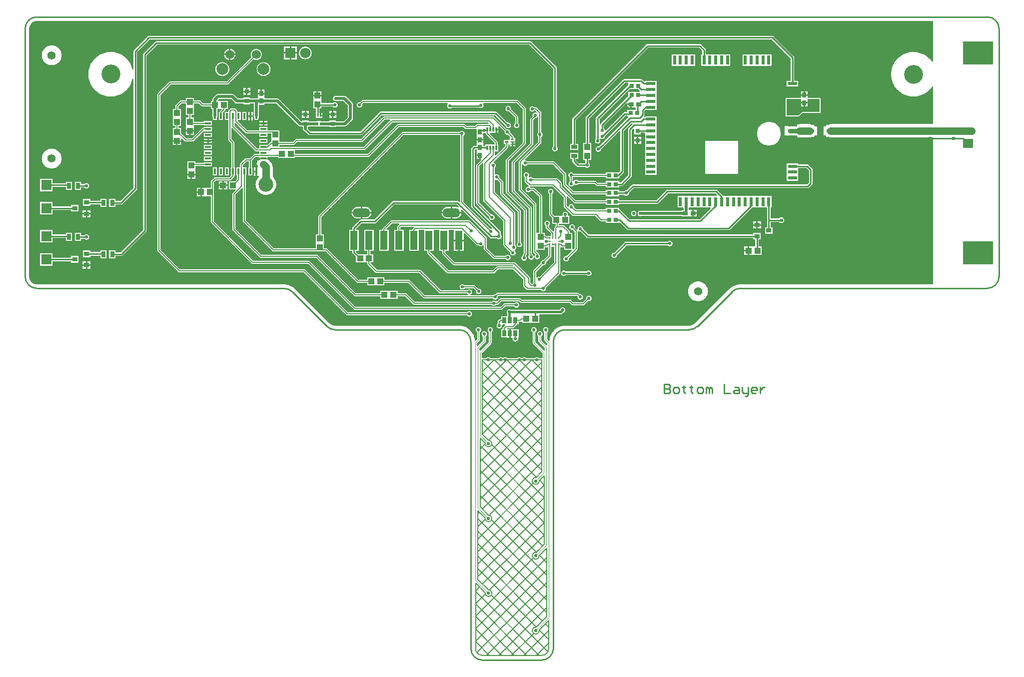
<source format=gbl>
G04 Layer_Physical_Order=4*
G04 Layer_Color=16711680*
%FSLAX43Y43*%
%MOMM*%
G71*
G01*
G75*
%ADD11R,0.750X0.700*%
%ADD12R,1.020X1.020*%
%ADD14R,0.900X0.700*%
%ADD16C,0.610*%
%ADD17C,1.400*%
%ADD18R,0.700X1.000*%
%ADD22R,1.020X1.020*%
%ADD27R,0.700X0.900*%
%ADD28R,0.800X0.800*%
%ADD44C,0.152*%
%ADD45C,0.254*%
%ADD46C,0.125*%
%ADD47C,0.250*%
%ADD48C,0.140*%
%ADD50C,0.500*%
%ADD52C,0.800*%
%ADD53O,3.000X1.500*%
%ADD54R,1.800X1.800*%
%ADD55C,1.800*%
%ADD57C,2.000*%
%ADD58C,3.200*%
%ADD59C,0.559*%
%ADD60C,1.524*%
%ADD61C,0.203*%
%ADD62R,1.100X1.000*%
%ADD63R,0.350X1.000*%
%ADD64R,1.000X0.350*%
%ADD65R,0.520X0.360*%
%ADD66R,0.520X0.270*%
%ADD67R,0.300X0.800*%
%ADD68R,0.350X0.250*%
%ADD69R,0.250X0.350*%
%ADD70R,1.600X0.600*%
%ADD71R,0.600X1.600*%
%ADD72R,1.778X1.778*%
%ADD73R,1.270X3.175*%
%ADD74R,0.500X0.500*%
%ADD75R,0.525X1.000*%
%ADD76R,1.000X1.000*%
%ADD77R,0.599X0.500*%
%ADD78R,0.900X0.800*%
%ADD79R,1.000X0.700*%
%ADD80R,5.200X4.000*%
%ADD81R,1.800X1.000*%
%ADD82R,1.800X1.500*%
%ADD83R,0.250X0.500*%
%ADD84R,0.250X0.250*%
%ADD85C,0.381*%
%ADD86C,1.250*%
%ADD87C,2.500*%
G36*
X-80500Y103323D02*
X71300D01*
X71300Y96433D01*
X71148Y96385D01*
X71024Y96563D01*
X70855Y96773D01*
X70671Y96971D01*
X70474Y97154D01*
X70264Y97324D01*
X70042Y97477D01*
X69810Y97615D01*
X69569Y97736D01*
X69320Y97839D01*
X69064Y97924D01*
X68803Y97991D01*
X68538Y98039D01*
X68269Y98067D01*
X68000Y98077D01*
X67731Y98067D01*
X67462Y98039D01*
X67197Y97991D01*
X66936Y97924D01*
X66680Y97839D01*
X66431Y97736D01*
X66190Y97615D01*
X65958Y97477D01*
X65736Y97324D01*
X65526Y97154D01*
X65329Y96971D01*
X65145Y96773D01*
X64976Y96563D01*
X64822Y96342D01*
X64685Y96110D01*
X64564Y95869D01*
X64461Y95620D01*
X64376Y95364D01*
X64309Y95103D01*
X64261Y94837D01*
X64232Y94569D01*
X64223Y94300D01*
X64232Y94030D01*
X64261Y93762D01*
X64309Y93497D01*
X64376Y93235D01*
X64461Y92980D01*
X64564Y92730D01*
X64685Y92489D01*
X64822Y92257D01*
X64976Y92036D01*
X65145Y91826D01*
X65329Y91629D01*
X65526Y91445D01*
X65736Y91276D01*
X65958Y91122D01*
X66190Y90984D01*
X66431Y90864D01*
X66680Y90760D01*
X66936Y90675D01*
X67197Y90609D01*
X67462Y90561D01*
X67731Y90532D01*
X68000Y90522D01*
X68269Y90532D01*
X68538Y90561D01*
X68803Y90609D01*
X69064Y90675D01*
X69320Y90760D01*
X69569Y90864D01*
X69810Y90984D01*
X70042Y91122D01*
X70264Y91276D01*
X70474Y91445D01*
X70671Y91629D01*
X70855Y91826D01*
X71024Y92036D01*
X71148Y92214D01*
X71300Y92166D01*
Y85827D01*
X53975D01*
X53828Y85818D01*
X53683Y85789D01*
X53544Y85742D01*
X53459Y85700D01*
X53213D01*
Y85528D01*
X53178Y85497D01*
X53136Y85450D01*
X52750D01*
Y83950D01*
X53136D01*
X53178Y83903D01*
X53213Y83872D01*
Y83700D01*
X53459D01*
X53544Y83658D01*
X53683Y83611D01*
X53828Y83582D01*
X53975Y83573D01*
X71300D01*
X71300Y58677D01*
X38657D01*
X38656Y58677D01*
X38447Y58669D01*
X38238Y58644D01*
X38032Y58603D01*
X37830Y58546D01*
X37632Y58473D01*
X37441Y58385D01*
X37258Y58283D01*
X37083Y58166D01*
X36918Y58036D01*
X36764Y57893D01*
X36764Y57893D01*
X30935Y52065D01*
X30928Y52055D01*
X30826Y51964D01*
X30705Y51878D01*
X30575Y51807D01*
X30437Y51750D01*
X30295Y51709D01*
X30148Y51684D01*
X30012Y51676D01*
X30000Y51677D01*
X9000D01*
X9000Y51677D01*
Y51677D01*
X8999Y51677D01*
X8790Y51669D01*
X8581Y51644D01*
X8375Y51603D01*
X8173Y51546D01*
X7976Y51473D01*
X7785Y51385D01*
X7601Y51283D01*
X7426Y51166D01*
X7261Y51036D01*
X7107Y50893D01*
X6964Y50739D01*
X6834Y50574D01*
X6717Y50399D01*
X6615Y50215D01*
X6527Y50024D01*
X6454Y49827D01*
X6397Y49625D01*
X6356Y49419D01*
X6333Y49222D01*
X6284Y49187D01*
X6189Y49150D01*
X5940Y49399D01*
Y50613D01*
X5954Y50620D01*
X6023Y50677D01*
X6080Y50746D01*
X6122Y50825D01*
X6148Y50911D01*
X6157Y51000D01*
X6148Y51089D01*
X6122Y51175D01*
X6080Y51254D01*
X6023Y51323D01*
X5954Y51380D01*
X5875Y51422D01*
X5789Y51448D01*
X5700Y51457D01*
X5611Y51448D01*
X5525Y51422D01*
X5446Y51380D01*
X5377Y51323D01*
X5320Y51254D01*
X5278Y51175D01*
X5252Y51089D01*
X5243Y51000D01*
X5252Y50911D01*
X5278Y50825D01*
X5320Y50746D01*
X5377Y50677D01*
X5446Y50620D01*
X5460Y50613D01*
Y49300D01*
X5460Y49300D01*
X5469Y49238D01*
X5492Y49180D01*
X5531Y49131D01*
X5960Y48701D01*
Y48378D01*
X5820Y48319D01*
X4940Y49199D01*
Y49913D01*
X4954Y49920D01*
X5023Y49977D01*
X5080Y50046D01*
X5122Y50125D01*
X5148Y50211D01*
X5157Y50300D01*
X5148Y50389D01*
X5122Y50475D01*
X5080Y50554D01*
X5023Y50623D01*
X4954Y50680D01*
X4875Y50722D01*
X4789Y50748D01*
X4700Y50757D01*
X4611Y50748D01*
X4525Y50722D01*
X4446Y50680D01*
X4377Y50623D01*
X4320Y50554D01*
X4278Y50475D01*
X4252Y50389D01*
X4243Y50300D01*
X4252Y50211D01*
X4278Y50125D01*
X4320Y50046D01*
X4377Y49977D01*
X4446Y49920D01*
X4460Y49913D01*
Y49100D01*
X4460Y49100D01*
X4469Y49038D01*
X4492Y48980D01*
X4531Y48931D01*
X5560Y47901D01*
Y47503D01*
X5420Y47444D01*
X3940Y48924D01*
Y50613D01*
X3954Y50620D01*
X4023Y50677D01*
X4080Y50746D01*
X4122Y50825D01*
X4148Y50911D01*
X4157Y51000D01*
X4148Y51089D01*
X4122Y51175D01*
X4080Y51254D01*
X4023Y51323D01*
X3954Y51380D01*
X3875Y51422D01*
X3789Y51448D01*
X3700Y51457D01*
X3611Y51448D01*
X3525Y51422D01*
X3446Y51380D01*
X3377Y51323D01*
X3320Y51254D01*
X3278Y51175D01*
X3252Y51089D01*
X3243Y51000D01*
X3252Y50911D01*
X3278Y50825D01*
X3320Y50746D01*
X3377Y50677D01*
X3446Y50620D01*
X3460Y50613D01*
Y48825D01*
X3460Y48825D01*
X3469Y48763D01*
X3492Y48705D01*
X3531Y48656D01*
X5160Y47026D01*
Y46314D01*
X5155Y46300D01*
X5036Y46182D01*
X4541D01*
X4507Y46224D01*
X4438Y46281D01*
X4359Y46323D01*
X4273Y46349D01*
X4184Y46358D01*
X4095Y46349D01*
X4009Y46323D01*
X3930Y46281D01*
X3861Y46224D01*
X3827Y46182D01*
X2420D01*
X2392Y46216D01*
X2323Y46273D01*
X2244Y46315D01*
X2159Y46341D01*
X2069Y46350D01*
X1980Y46341D01*
X1895Y46315D01*
X1816Y46273D01*
X1747Y46216D01*
X1719Y46182D01*
X1558D01*
X1522Y46226D01*
X1453Y46283D01*
X1374Y46325D01*
X1288Y46351D01*
X1199Y46360D01*
X1110Y46351D01*
X1025Y46325D01*
X946Y46283D01*
X876Y46226D01*
X840Y46182D01*
X-777D01*
X-807Y46219D01*
X-877Y46276D01*
X-955Y46318D01*
X-1041Y46344D01*
X-1130Y46353D01*
X-1219Y46344D01*
X-1305Y46318D01*
X-1384Y46276D01*
X-1453Y46219D01*
X-1608Y46255D01*
X-1643Y46283D01*
X-1722Y46326D01*
X-1808Y46352D01*
X-1897Y46360D01*
X-1986Y46352D01*
X-2072Y46326D01*
X-2151Y46283D01*
X-2220Y46227D01*
X-2256Y46182D01*
X-3700D01*
X-3742Y46234D01*
X-3812Y46291D01*
X-3891Y46333D01*
X-3976Y46359D01*
X-4065Y46368D01*
X-4154Y46359D01*
X-4240Y46333D01*
X-4319Y46291D01*
X-4388Y46234D01*
X-4430Y46182D01*
X-5036D01*
X-5155Y46300D01*
X-5160Y46314D01*
Y47001D01*
X-3531Y48631D01*
X-3531Y48631D01*
X-3492Y48680D01*
X-3469Y48738D01*
X-3460Y48800D01*
Y50613D01*
X-3446Y50620D01*
X-3377Y50677D01*
X-3320Y50746D01*
X-3278Y50825D01*
X-3252Y50911D01*
X-3243Y51000D01*
X-3252Y51089D01*
X-3278Y51175D01*
X-3320Y51254D01*
X-3377Y51323D01*
X-3446Y51380D01*
X-3525Y51422D01*
X-3611Y51448D01*
X-3700Y51457D01*
X-3789Y51448D01*
X-3875Y51422D01*
X-3954Y51380D01*
X-4023Y51323D01*
X-4080Y51254D01*
X-4122Y51175D01*
X-4148Y51089D01*
X-4157Y51000D01*
X-4148Y50911D01*
X-4122Y50825D01*
X-4080Y50746D01*
X-4023Y50677D01*
X-3954Y50620D01*
X-3940Y50613D01*
Y48899D01*
X-5420Y47419D01*
X-5560Y47478D01*
Y47801D01*
X-4531Y48831D01*
X-4531Y48831D01*
X-4492Y48880D01*
X-4469Y48938D01*
X-4460Y49000D01*
X-4460Y49000D01*
Y49913D01*
X-4446Y49920D01*
X-4377Y49977D01*
X-4320Y50046D01*
X-4278Y50125D01*
X-4252Y50211D01*
X-4243Y50300D01*
X-4252Y50389D01*
X-4278Y50475D01*
X-4320Y50554D01*
X-4377Y50623D01*
X-4446Y50680D01*
X-4525Y50722D01*
X-4611Y50748D01*
X-4700Y50757D01*
X-4789Y50748D01*
X-4875Y50722D01*
X-4954Y50680D01*
X-5023Y50623D01*
X-5080Y50554D01*
X-5122Y50475D01*
X-5148Y50389D01*
X-5157Y50300D01*
X-5148Y50211D01*
X-5122Y50125D01*
X-5080Y50046D01*
X-5023Y49977D01*
X-4954Y49920D01*
X-4940Y49913D01*
Y49099D01*
X-5820Y48219D01*
X-5960Y48278D01*
Y48685D01*
X-5531Y49115D01*
X-5531Y49115D01*
X-5492Y49164D01*
X-5469Y49222D01*
X-5460Y49284D01*
Y50613D01*
X-5446Y50620D01*
X-5377Y50677D01*
X-5320Y50746D01*
X-5278Y50825D01*
X-5252Y50911D01*
X-5243Y51000D01*
X-5252Y51089D01*
X-5278Y51175D01*
X-5320Y51254D01*
X-5377Y51323D01*
X-5446Y51380D01*
X-5525Y51422D01*
X-5611Y51448D01*
X-5700Y51457D01*
X-5789Y51448D01*
X-5875Y51422D01*
X-5954Y51380D01*
X-6023Y51323D01*
X-6080Y51254D01*
X-6122Y51175D01*
X-6148Y51089D01*
X-6157Y51000D01*
X-6148Y50911D01*
X-6122Y50825D01*
X-6080Y50746D01*
X-6023Y50677D01*
X-5954Y50620D01*
X-5940Y50613D01*
Y49383D01*
X-6176Y49147D01*
X-6331Y49207D01*
X-6331Y49210D01*
X-6356Y49419D01*
X-6397Y49625D01*
X-6454Y49827D01*
X-6527Y50024D01*
X-6615Y50215D01*
X-6717Y50399D01*
X-6834Y50574D01*
X-6964Y50739D01*
X-7107Y50893D01*
X-7261Y51036D01*
X-7426Y51166D01*
X-7601Y51283D01*
X-7785Y51385D01*
X-7976Y51473D01*
X-8173Y51546D01*
X-8375Y51603D01*
X-8581Y51644D01*
X-8790Y51669D01*
X-8999Y51677D01*
X-9000Y51677D01*
Y51677D01*
X-9000Y51677D01*
X-30000D01*
X-30012Y51676D01*
X-30148Y51684D01*
X-30295Y51709D01*
X-30437Y51750D01*
X-30575Y51807D01*
X-30705Y51878D01*
X-30826Y51964D01*
X-30928Y52055D01*
X-30935Y52065D01*
X-36764Y57893D01*
X-36764Y57893D01*
X-36918Y58036D01*
X-37083Y58166D01*
X-37258Y58283D01*
X-37441Y58385D01*
X-37632Y58473D01*
X-37830Y58546D01*
X-38032Y58603D01*
X-38238Y58644D01*
X-38447Y58669D01*
X-38656Y58677D01*
X-38657Y58677D01*
X-80500D01*
X-80512Y58676D01*
X-80648Y58684D01*
X-80795Y58709D01*
X-80937Y58750D01*
X-81075Y58807D01*
X-81205Y58878D01*
X-81326Y58964D01*
X-81437Y59063D01*
X-81536Y59174D01*
X-81622Y59295D01*
X-81693Y59425D01*
X-81750Y59563D01*
X-81791Y59705D01*
X-81816Y59852D01*
X-81824Y59988D01*
X-81823Y60000D01*
Y102000D01*
X-81824Y102012D01*
X-81816Y102148D01*
X-81791Y102295D01*
X-81750Y102437D01*
X-81693Y102575D01*
X-81622Y102705D01*
X-81536Y102826D01*
X-81437Y102937D01*
X-81326Y103036D01*
X-81205Y103122D01*
X-81075Y103193D01*
X-80937Y103250D01*
X-80795Y103291D01*
X-80648Y103316D01*
X-80512Y103324D01*
X-80500Y103323D01*
D02*
G37*
%LPC*%
G36*
X-36440Y99000D02*
X-37413D01*
Y98027D01*
X-36440D01*
Y99000D01*
D02*
G37*
G36*
X-37667D02*
X-38640D01*
Y98027D01*
X-37667D01*
Y99000D01*
D02*
G37*
G36*
X-47723Y98606D02*
Y97777D01*
X-46894D01*
X-46919Y97900D01*
X-46959Y98019D01*
X-47015Y98132D01*
X-47085Y98237D01*
X-47168Y98332D01*
X-47263Y98415D01*
X-47368Y98485D01*
X-47481Y98541D01*
X-47600Y98581D01*
X-47723Y98606D01*
D02*
G37*
G36*
X-47977Y98606D02*
X-48100Y98581D01*
X-48219Y98541D01*
X-48332Y98485D01*
X-48437Y98415D01*
X-48532Y98332D01*
X-48615Y98237D01*
X-48685Y98132D01*
X-48741Y98019D01*
X-48781Y97900D01*
X-48806Y97777D01*
X-47977D01*
Y98606D01*
D02*
G37*
G36*
X43025Y97675D02*
X42873Y97675D01*
X42127D01*
X42025Y97675D01*
X41873Y97675D01*
X41127D01*
X41025Y97675D01*
X40873Y97675D01*
X40127D01*
X40025Y97675D01*
X39873Y97675D01*
X39025D01*
Y95725D01*
X39873D01*
X39975Y95725D01*
X40127Y95725D01*
X40873D01*
X40975Y95725D01*
X41127Y95725D01*
X41873D01*
X41975Y95725D01*
X42127Y95725D01*
X42873D01*
X42975Y95725D01*
X43127Y95725D01*
X43975D01*
Y97675D01*
X43025Y97675D01*
D02*
G37*
G36*
X30025D02*
X29873Y97675D01*
X29127D01*
X29025Y97675D01*
X28873Y97675D01*
X28127D01*
X28025Y97675D01*
X27873Y97675D01*
X27025D01*
Y95725D01*
X27873D01*
X27975Y95725D01*
X28127Y95725D01*
X28873D01*
X28975Y95725D01*
X29127Y95725D01*
X29873D01*
X29975Y95725D01*
X30127Y95725D01*
X30975D01*
Y97675D01*
X30025Y97675D01*
D02*
G37*
G36*
X-35040Y98977D02*
X-35181Y98968D01*
X-35319Y98941D01*
X-35452Y98895D01*
X-35579Y98833D01*
X-35696Y98755D01*
X-35802Y98662D01*
X-35895Y98556D01*
X-35973Y98439D01*
X-36035Y98312D01*
X-36081Y98179D01*
X-36108Y98041D01*
X-36117Y97900D01*
X-36108Y97759D01*
X-36081Y97621D01*
X-36035Y97488D01*
X-35973Y97361D01*
X-35895Y97244D01*
X-35802Y97138D01*
X-35696Y97045D01*
X-35579Y96967D01*
X-35452Y96905D01*
X-35319Y96859D01*
X-35181Y96832D01*
X-35040Y96823D01*
X-34899Y96832D01*
X-34761Y96859D01*
X-34628Y96905D01*
X-34501Y96967D01*
X-34384Y97045D01*
X-34278Y97138D01*
X-34185Y97244D01*
X-34107Y97361D01*
X-34045Y97488D01*
X-33999Y97621D01*
X-33972Y97759D01*
X-33963Y97900D01*
X-33972Y98041D01*
X-33999Y98179D01*
X-34045Y98312D01*
X-34107Y98439D01*
X-34185Y98556D01*
X-34278Y98662D01*
X-34384Y98755D01*
X-34501Y98833D01*
X-34628Y98895D01*
X-34761Y98941D01*
X-34899Y98968D01*
X-35040Y98977D01*
D02*
G37*
G36*
X-36440Y97773D02*
X-37413D01*
Y96800D01*
X-36440D01*
Y97773D01*
D02*
G37*
G36*
X-37667D02*
X-38640D01*
Y96800D01*
X-37667D01*
Y97773D01*
D02*
G37*
G36*
X-43350Y98589D02*
X-43473Y98581D01*
X-43593Y98557D01*
X-43709Y98518D01*
X-43819Y98463D01*
X-43922Y98395D01*
X-44014Y98314D01*
X-44095Y98222D01*
X-44163Y98120D01*
X-44218Y98009D01*
X-44257Y97893D01*
X-44281Y97773D01*
X-44289Y97650D01*
X-44281Y97527D01*
X-44257Y97407D01*
X-44218Y97291D01*
X-44168Y97190D01*
X-48313Y93046D01*
X-57924D01*
X-57924Y93046D01*
X-57989Y93037D01*
X-58050Y93012D01*
X-58103Y92971D01*
X-60042Y91032D01*
X-60082Y90980D01*
X-60108Y90919D01*
X-60116Y90853D01*
X-60116Y90853D01*
Y64419D01*
X-60116Y64419D01*
X-60108Y64354D01*
X-60082Y64292D01*
X-60042Y64240D01*
X-56580Y60778D01*
X-56580Y60778D01*
X-56528Y60738D01*
X-56467Y60713D01*
X-56401Y60704D01*
X-35315D01*
X-28101Y53489D01*
X-28048Y53449D01*
X-27987Y53424D01*
X-27922Y53415D01*
X-27922Y53415D01*
X-7623D01*
X-7623Y53415D01*
X-7566Y53346D01*
X-7497Y53289D01*
X-7418Y53247D01*
X-7333Y53221D01*
X-7244Y53212D01*
X-7155Y53221D01*
X-7069Y53247D01*
X-6990Y53289D01*
X-6921Y53346D01*
X-6864Y53415D01*
X-6822Y53494D01*
X-6796Y53580D01*
X-6787Y53669D01*
X-6796Y53758D01*
X-6822Y53843D01*
X-6864Y53922D01*
X-6921Y53992D01*
X-6990Y54048D01*
X-7069Y54090D01*
X-7155Y54116D01*
X-7244Y54125D01*
X-7333Y54116D01*
X-7418Y54090D01*
X-7497Y54048D01*
X-7566Y53992D01*
X-7623Y53922D01*
X-7623Y53922D01*
X-27817D01*
X-35031Y61137D01*
X-35084Y61177D01*
X-35145Y61202D01*
X-35210Y61211D01*
X-35210Y61211D01*
X-56296D01*
X-59610Y64524D01*
Y90748D01*
X-57819Y92539D01*
X-48208D01*
X-48208Y92539D01*
X-48142Y92548D01*
X-48081Y92573D01*
X-48029Y92613D01*
X-43810Y96832D01*
X-43709Y96782D01*
X-43593Y96743D01*
X-43473Y96719D01*
X-43350Y96711D01*
X-43227Y96719D01*
X-43107Y96743D01*
X-42991Y96782D01*
X-42880Y96837D01*
X-42778Y96905D01*
X-42686Y96986D01*
X-42605Y97078D01*
X-42537Y97180D01*
X-42482Y97291D01*
X-42443Y97407D01*
X-42419Y97527D01*
X-42411Y97650D01*
X-42419Y97773D01*
X-42443Y97893D01*
X-42482Y98009D01*
X-42537Y98120D01*
X-42605Y98222D01*
X-42686Y98314D01*
X-42778Y98395D01*
X-42880Y98463D01*
X-42991Y98518D01*
X-43107Y98557D01*
X-43227Y98581D01*
X-43350Y98589D01*
D02*
G37*
G36*
X-47977Y97523D02*
X-48806D01*
X-48781Y97400D01*
X-48741Y97281D01*
X-48685Y97168D01*
X-48615Y97063D01*
X-48532Y96968D01*
X-48437Y96885D01*
X-48332Y96815D01*
X-48219Y96759D01*
X-48100Y96719D01*
X-47977Y96694D01*
Y97523D01*
D02*
G37*
G36*
X-46894D02*
X-47723D01*
Y96694D01*
X-47600Y96719D01*
X-47481Y96759D01*
X-47368Y96815D01*
X-47263Y96885D01*
X-47168Y96968D01*
X-47085Y97063D01*
X-47015Y97168D01*
X-46959Y97281D01*
X-46919Y97400D01*
X-46894Y97523D01*
D02*
G37*
G36*
X-78000Y99177D02*
X-78164Y99169D01*
X-78327Y99145D01*
X-78487Y99105D01*
X-78642Y99049D01*
X-78791Y98979D01*
X-78932Y98894D01*
X-79064Y98796D01*
X-79186Y98686D01*
X-79296Y98564D01*
X-79394Y98432D01*
X-79479Y98291D01*
X-79549Y98142D01*
X-79605Y97987D01*
X-79645Y97827D01*
X-79669Y97664D01*
X-79677Y97500D01*
X-79669Y97336D01*
X-79645Y97173D01*
X-79605Y97013D01*
X-79549Y96858D01*
X-79479Y96709D01*
X-79394Y96568D01*
X-79296Y96436D01*
X-79186Y96314D01*
X-79064Y96204D01*
X-78932Y96106D01*
X-78791Y96021D01*
X-78642Y95951D01*
X-78487Y95895D01*
X-78327Y95855D01*
X-78164Y95831D01*
X-78000Y95823D01*
X-77836Y95831D01*
X-77673Y95855D01*
X-77513Y95895D01*
X-77358Y95951D01*
X-77209Y96021D01*
X-77068Y96106D01*
X-76936Y96204D01*
X-76814Y96314D01*
X-76704Y96436D01*
X-76606Y96568D01*
X-76521Y96709D01*
X-76451Y96858D01*
X-76395Y97013D01*
X-76355Y97173D01*
X-76331Y97336D01*
X-76323Y97500D01*
X-76331Y97664D01*
X-76355Y97827D01*
X-76395Y97987D01*
X-76451Y98142D01*
X-76521Y98291D01*
X-76606Y98432D01*
X-76704Y98564D01*
X-76814Y98686D01*
X-76936Y98796D01*
X-77068Y98894D01*
X-77209Y98979D01*
X-77358Y99049D01*
X-77513Y99105D01*
X-77673Y99145D01*
X-77836Y99169D01*
X-78000Y99177D01*
D02*
G37*
G36*
X31800Y99401D02*
X22947D01*
X22888Y99396D01*
X22832Y99379D01*
X22780Y99351D01*
X22734Y99313D01*
X10287Y86866D01*
X10249Y86820D01*
X10222Y86768D01*
X10204Y86712D01*
X10199Y86653D01*
Y82475D01*
X9825D01*
Y81425D01*
X11175D01*
Y82475D01*
X10801D01*
Y86528D01*
X23072Y98799D01*
X31675D01*
X32199Y98275D01*
Y97675D01*
X32025D01*
Y95725D01*
X32873D01*
X32975Y95725D01*
X33127Y95725D01*
X33873D01*
X33975Y95725D01*
X34127Y95725D01*
X34873D01*
X34975Y95725D01*
X35127Y95725D01*
X35873D01*
X35975Y95725D01*
X36127Y95725D01*
X36975D01*
Y97675D01*
X36127D01*
X36025Y97675D01*
X35873Y97675D01*
X35127D01*
X35025Y97675D01*
X34873Y97675D01*
X34127D01*
X34025Y97675D01*
X33873Y97675D01*
X33127D01*
X33025Y97675D01*
X32909Y97675D01*
X32801Y97783D01*
Y98400D01*
X32796Y98459D01*
X32779Y98515D01*
X32751Y98567D01*
X32713Y98613D01*
X32013Y99313D01*
X31967Y99351D01*
X31915Y99379D01*
X31859Y99396D01*
X31800Y99401D01*
D02*
G37*
G36*
X-42100Y96328D02*
X-42254Y96317D01*
X-42405Y96287D01*
X-42551Y96238D01*
X-42689Y96170D01*
X-42817Y96084D01*
X-42933Y95983D01*
X-43034Y95867D01*
X-43120Y95739D01*
X-43188Y95601D01*
X-43237Y95455D01*
X-43267Y95304D01*
X-43278Y95150D01*
X-43267Y94996D01*
X-43237Y94845D01*
X-43188Y94699D01*
X-43120Y94561D01*
X-43034Y94433D01*
X-42933Y94317D01*
X-42817Y94216D01*
X-42689Y94130D01*
X-42551Y94062D01*
X-42405Y94013D01*
X-42254Y93983D01*
X-42100Y93972D01*
X-41946Y93983D01*
X-41795Y94013D01*
X-41649Y94062D01*
X-41511Y94130D01*
X-41383Y94216D01*
X-41267Y94317D01*
X-41166Y94433D01*
X-41080Y94561D01*
X-41012Y94699D01*
X-40963Y94845D01*
X-40933Y94996D01*
X-40922Y95150D01*
X-40933Y95304D01*
X-40963Y95455D01*
X-41012Y95601D01*
X-41080Y95739D01*
X-41166Y95867D01*
X-41267Y95983D01*
X-41383Y96084D01*
X-41511Y96170D01*
X-41649Y96238D01*
X-41795Y96287D01*
X-41946Y96317D01*
X-42100Y96328D01*
D02*
G37*
G36*
X-49100D02*
X-49254Y96317D01*
X-49405Y96287D01*
X-49551Y96238D01*
X-49689Y96170D01*
X-49817Y96084D01*
X-49933Y95983D01*
X-50034Y95867D01*
X-50120Y95739D01*
X-50188Y95601D01*
X-50237Y95455D01*
X-50267Y95304D01*
X-50278Y95150D01*
X-50267Y94996D01*
X-50237Y94845D01*
X-50188Y94699D01*
X-50120Y94561D01*
X-50034Y94433D01*
X-49933Y94317D01*
X-49817Y94216D01*
X-49689Y94130D01*
X-49551Y94062D01*
X-49405Y94013D01*
X-49254Y93983D01*
X-49100Y93972D01*
X-48946Y93983D01*
X-48795Y94013D01*
X-48649Y94062D01*
X-48511Y94130D01*
X-48383Y94216D01*
X-48267Y94317D01*
X-48166Y94433D01*
X-48080Y94561D01*
X-48012Y94699D01*
X-47963Y94845D01*
X-47933Y94996D01*
X-47922Y95150D01*
X-47933Y95304D01*
X-47963Y95455D01*
X-48012Y95601D01*
X-48080Y95739D01*
X-48166Y95867D01*
X-48267Y95983D01*
X-48383Y96084D01*
X-48511Y96170D01*
X-48649Y96238D01*
X-48795Y96287D01*
X-48946Y96317D01*
X-49100Y96328D01*
D02*
G37*
G36*
X44100Y100801D02*
X-61500D01*
X-61559Y100796D01*
X-61615Y100779D01*
X-61667Y100751D01*
X-61713Y100713D01*
X-64061Y98365D01*
X-64099Y98319D01*
X-64127Y98267D01*
X-64144Y98211D01*
X-64150Y98152D01*
Y95077D01*
X-64302Y95064D01*
X-64309Y95103D01*
X-64376Y95364D01*
X-64461Y95620D01*
X-64564Y95869D01*
X-64685Y96110D01*
X-64822Y96342D01*
X-64976Y96563D01*
X-65145Y96773D01*
X-65329Y96971D01*
X-65526Y97154D01*
X-65736Y97324D01*
X-65958Y97477D01*
X-66190Y97615D01*
X-66431Y97736D01*
X-66680Y97839D01*
X-66936Y97924D01*
X-67197Y97991D01*
X-67462Y98039D01*
X-67731Y98067D01*
X-68000Y98077D01*
X-68269Y98067D01*
X-68538Y98039D01*
X-68803Y97991D01*
X-69064Y97924D01*
X-69320Y97839D01*
X-69569Y97736D01*
X-69810Y97615D01*
X-70042Y97477D01*
X-70264Y97324D01*
X-70474Y97154D01*
X-70671Y96971D01*
X-70855Y96773D01*
X-71024Y96563D01*
X-71178Y96342D01*
X-71315Y96110D01*
X-71436Y95869D01*
X-71539Y95620D01*
X-71624Y95364D01*
X-71691Y95103D01*
X-71739Y94837D01*
X-71768Y94569D01*
X-71777Y94300D01*
X-71768Y94030D01*
X-71739Y93762D01*
X-71691Y93497D01*
X-71624Y93235D01*
X-71539Y92980D01*
X-71436Y92730D01*
X-71315Y92489D01*
X-71178Y92257D01*
X-71024Y92036D01*
X-70855Y91826D01*
X-70671Y91629D01*
X-70474Y91445D01*
X-70264Y91276D01*
X-70042Y91122D01*
X-69810Y90984D01*
X-69569Y90864D01*
X-69320Y90760D01*
X-69064Y90675D01*
X-68803Y90609D01*
X-68538Y90561D01*
X-68269Y90532D01*
X-68000Y90522D01*
X-67731Y90532D01*
X-67462Y90561D01*
X-67197Y90609D01*
X-66936Y90675D01*
X-66680Y90760D01*
X-66431Y90864D01*
X-66190Y90984D01*
X-65958Y91122D01*
X-65736Y91276D01*
X-65526Y91445D01*
X-65329Y91629D01*
X-65145Y91826D01*
X-64976Y92036D01*
X-64822Y92257D01*
X-64685Y92489D01*
X-64564Y92730D01*
X-64461Y92980D01*
X-64376Y93235D01*
X-64309Y93497D01*
X-64302Y93535D01*
X-64150Y93522D01*
Y75042D01*
X-66390Y72801D01*
X-67225D01*
Y73175D01*
X-68275D01*
Y71825D01*
X-67225D01*
Y72199D01*
X-66265D01*
X-66206Y72204D01*
X-66150Y72221D01*
X-66098Y72249D01*
X-66052Y72287D01*
X-63635Y74704D01*
X-63597Y74749D01*
X-63570Y74802D01*
X-63552Y74858D01*
X-63547Y74917D01*
Y98027D01*
X-61375Y100199D01*
X43975D01*
X47199Y96975D01*
Y93175D01*
X46525D01*
Y92225D01*
X48475D01*
Y93175D01*
X47801D01*
Y97100D01*
X47796Y97159D01*
X47778Y97215D01*
X47751Y97267D01*
X47713Y97313D01*
X44313Y100713D01*
X44267Y100751D01*
X44215Y100779D01*
X44159Y100796D01*
X44100Y100801D01*
D02*
G37*
G36*
X-44367Y91946D02*
X-44840D01*
Y91473D01*
X-44367D01*
Y91946D01*
D02*
G37*
G36*
X-45094D02*
X-45567D01*
Y91473D01*
X-45094D01*
Y91946D01*
D02*
G37*
G36*
X-41931Y91680D02*
X-42354D01*
Y91157D01*
X-41931D01*
Y91680D01*
D02*
G37*
G36*
X-42608D02*
X-43031D01*
Y91157D01*
X-42608D01*
Y91680D01*
D02*
G37*
G36*
X50050Y91400D02*
X49627D01*
Y90877D01*
X50050D01*
Y91400D01*
D02*
G37*
G36*
X49373D02*
X48950D01*
Y90877D01*
X49373D01*
Y91400D01*
D02*
G37*
G36*
X-32290Y91370D02*
X-32873D01*
Y90787D01*
X-32290D01*
Y91370D01*
D02*
G37*
G36*
X-33127D02*
X-33710D01*
Y90787D01*
X-33127D01*
Y91370D01*
D02*
G37*
G36*
X-44367Y91219D02*
X-44840D01*
Y90746D01*
X-44367D01*
Y91219D01*
D02*
G37*
G36*
X-45094D02*
X-45567D01*
Y90746D01*
X-45094D01*
Y91219D01*
D02*
G37*
G36*
X871Y89901D02*
X871Y89901D01*
X-25298D01*
X-25364Y89892D01*
X-25425Y89867D01*
X-25477Y89827D01*
X-25477Y89827D01*
X-25756Y89548D01*
X-25756Y89548D01*
X-25845Y89557D01*
X-25935Y89548D01*
X-26020Y89522D01*
X-26099Y89480D01*
X-26168Y89423D01*
X-26225Y89354D01*
X-26267Y89275D01*
X-26293Y89189D01*
X-26302Y89100D01*
X-26293Y89011D01*
X-26267Y88925D01*
X-26225Y88846D01*
X-26168Y88777D01*
X-26099Y88720D01*
X-26020Y88678D01*
X-25935Y88652D01*
X-25845Y88643D01*
X-25756Y88652D01*
X-25671Y88678D01*
X-25592Y88720D01*
X-25523Y88777D01*
X-25466Y88846D01*
X-25424Y88925D01*
X-25398Y89011D01*
X-25389Y89100D01*
X-25398Y89189D01*
X-25398Y89189D01*
X-25193Y89394D01*
X-10976D01*
X-10936Y89335D01*
X-10911Y89242D01*
X-10947Y89198D01*
X-10989Y89119D01*
X-11015Y89033D01*
X-11024Y88944D01*
X-11015Y88855D01*
X-10989Y88770D01*
X-10947Y88691D01*
X-10890Y88622D01*
X-10821Y88565D01*
X-10742Y88523D01*
X-10656Y88497D01*
X-10567Y88488D01*
X-10478Y88497D01*
X-10392Y88523D01*
X-10313Y88565D01*
X-10244Y88622D01*
X-10227Y88643D01*
X-5581D01*
X-5554Y88620D01*
X-5475Y88578D01*
X-5389Y88552D01*
X-5300Y88543D01*
X-5211Y88552D01*
X-5125Y88578D01*
X-5046Y88620D01*
X-4977Y88677D01*
X-4920Y88746D01*
X-4878Y88825D01*
X-4852Y88911D01*
X-4843Y89000D01*
X-4852Y89089D01*
X-4878Y89175D01*
X-4914Y89242D01*
X-4900Y89288D01*
X-4838Y89394D01*
X766D01*
X1799Y88361D01*
Y82656D01*
X-1021Y79835D01*
X-1061Y79783D01*
X-1086Y79722D01*
X-1095Y79656D01*
X-1095Y79656D01*
Y74327D01*
X-1095Y74327D01*
X-1086Y74262D01*
X-1061Y74201D01*
X-1021Y74148D01*
X1951Y71176D01*
Y63923D01*
X1847Y63819D01*
X1806Y63766D01*
X1781Y63705D01*
X1772Y63639D01*
X1772Y63639D01*
Y63537D01*
X1772Y63537D01*
X1703Y63480D01*
X1646Y63411D01*
X1604Y63332D01*
X1578Y63246D01*
X1569Y63157D01*
X1578Y63068D01*
X1604Y62982D01*
X1646Y62903D01*
X1703Y62834D01*
X1772Y62777D01*
X1851Y62735D01*
X1937Y62709D01*
X2026Y62700D01*
X2115Y62709D01*
X2201Y62735D01*
X2280Y62777D01*
X2349Y62834D01*
X2405Y62903D01*
X2448Y62982D01*
X2474Y63068D01*
X2482Y63157D01*
X2474Y63246D01*
X2448Y63332D01*
X2405Y63411D01*
X2349Y63480D01*
X2343Y63598D01*
X2384Y63639D01*
X2384Y63639D01*
X2424Y63692D01*
X2450Y63753D01*
X2458Y63818D01*
X2458Y63818D01*
Y71281D01*
X2450Y71346D01*
X2424Y71408D01*
X2384Y71460D01*
X2384Y71460D01*
X-588Y74432D01*
Y79551D01*
X2232Y82371D01*
X2232Y82371D01*
X2272Y82424D01*
X2297Y82485D01*
X2306Y82551D01*
Y88466D01*
X2306Y88466D01*
X2297Y88531D01*
X2272Y88592D01*
X2232Y88645D01*
X1050Y89827D01*
X997Y89867D01*
X936Y89892D01*
X871Y89901D01*
D02*
G37*
G36*
X-47416Y90922D02*
X-49857D01*
X-49940Y90914D01*
X-50020Y90890D01*
X-50094Y90850D01*
X-50159Y90797D01*
X-50625Y90331D01*
X-50678Y90266D01*
X-50717Y90193D01*
X-50742Y90113D01*
X-50750Y90029D01*
Y89792D01*
X-51008D01*
Y89360D01*
X-52353D01*
X-52760Y89766D01*
X-52812Y89807D01*
X-52873Y89832D01*
X-52939Y89841D01*
X-52939Y89841D01*
X-53904D01*
Y90272D01*
X-55274D01*
Y89841D01*
X-56141D01*
X-56141Y89841D01*
X-56207Y89832D01*
X-56268Y89807D01*
X-56320Y89766D01*
X-56320Y89766D01*
X-56983Y89104D01*
X-57023Y89051D01*
X-57048Y88990D01*
X-57057Y88925D01*
X-57057Y88925D01*
Y88434D01*
X-57489D01*
Y87066D01*
X-57489Y87064D01*
Y86914D01*
X-57489Y86911D01*
Y85544D01*
X-57043D01*
Y85188D01*
X-57475D01*
Y83835D01*
X-57500Y83693D01*
X-57500Y83693D01*
X-57500D01*
Y83110D01*
X-56790D01*
X-56080D01*
Y83349D01*
X-55939Y83407D01*
X-55474Y82942D01*
X-55474Y82942D01*
X-55422Y82902D01*
X-55361Y82877D01*
X-55295Y82868D01*
X-54133D01*
X-54133Y82868D01*
X-54067Y82877D01*
X-54006Y82902D01*
X-53953Y82942D01*
X-52328Y84568D01*
X-52206Y84639D01*
Y84639D01*
X-52206Y84639D01*
X-50856D01*
Y85339D01*
X-52206D01*
X-52206Y85339D01*
X-52206Y85339D01*
X-52316Y85236D01*
X-52331Y85234D01*
X-52392Y85208D01*
X-52445Y85168D01*
X-54238Y83375D01*
X-55190D01*
X-56105Y84289D01*
Y85188D01*
X-56536D01*
Y85544D01*
X-56119D01*
Y86911D01*
X-56119Y86914D01*
Y87064D01*
X-56119Y87066D01*
Y88434D01*
X-56550D01*
Y88820D01*
X-56036Y89334D01*
X-55274D01*
Y88905D01*
X-55274Y88902D01*
Y88752D01*
X-55274Y88750D01*
Y87382D01*
X-54842D01*
Y86929D01*
X-55274D01*
X-55274Y85576D01*
X-55299Y85434D01*
X-55299Y85417D01*
Y84851D01*
X-54589D01*
X-53879D01*
Y85417D01*
X-53879Y85434D01*
X-53904Y85576D01*
X-53904Y85628D01*
X-53796Y85735D01*
X-52206D01*
Y85639D01*
X-50856D01*
Y86339D01*
X-52206D01*
Y86242D01*
X-53904D01*
Y86929D01*
X-54335D01*
Y87382D01*
X-53904D01*
Y88750D01*
X-53904Y88752D01*
Y88902D01*
X-53904Y88905D01*
Y89334D01*
X-53044D01*
X-52637Y88928D01*
X-52585Y88887D01*
X-52524Y88862D01*
X-52458Y88853D01*
X-52458Y88853D01*
X-51008D01*
Y88422D01*
X-50750D01*
Y87197D01*
X-50742Y87114D01*
X-50717Y87034D01*
X-50681Y86966D01*
Y86514D01*
X-49981D01*
Y86943D01*
X-49968Y86960D01*
X-49928Y87034D01*
X-49904Y87114D01*
X-49896Y87197D01*
Y88422D01*
X-49640D01*
X-49638Y88422D01*
X-49488D01*
X-49485Y88422D01*
X-49266D01*
X-49208Y88281D01*
X-49511Y87978D01*
X-49551Y87926D01*
X-49576Y87864D01*
X-49576Y87864D01*
X-49681D01*
Y86514D01*
X-48981D01*
Y87791D01*
X-48624Y88148D01*
X-48583Y88201D01*
X-48558Y88262D01*
X-48549Y88327D01*
Y88422D01*
X-48118D01*
Y89792D01*
X-49485D01*
X-49488Y89792D01*
X-49638D01*
X-49640Y89792D01*
X-49741D01*
X-49804Y89944D01*
X-49680Y90068D01*
X-47593D01*
X-46953Y89428D01*
X-46888Y89375D01*
X-46814Y89336D01*
X-46734Y89311D01*
X-46651Y89303D01*
X-45542D01*
Y89171D01*
X-44392D01*
Y89303D01*
X-43758D01*
Y87189D01*
X-43750Y87105D01*
X-43726Y87025D01*
X-43686Y86952D01*
X-43681Y86945D01*
Y86514D01*
X-42981D01*
Y86945D01*
X-42976Y86952D01*
X-42937Y87025D01*
X-42912Y87105D01*
X-42904Y87189D01*
Y89105D01*
X-41956D01*
Y89303D01*
X-39909D01*
X-36204Y85598D01*
X-36139Y85545D01*
X-36066Y85505D01*
X-35986Y85481D01*
X-35902Y85473D01*
X-35575D01*
Y85325D01*
X-35427D01*
Y85008D01*
X-35419Y84925D01*
X-35395Y84844D01*
X-35355Y84771D01*
X-35302Y84706D01*
X-35237Y84653D01*
X-35163Y84613D01*
X-35083Y84589D01*
X-35002Y84581D01*
X-34501Y84080D01*
X-34455Y84042D01*
X-34403Y84014D01*
X-34346Y83997D01*
X-34287Y83991D01*
X-25582D01*
X-25523Y83997D01*
X-25466Y84014D01*
X-25413Y84042D01*
X-25367Y84080D01*
X-22102Y87345D01*
X-2914D01*
X-1087Y85517D01*
X-1069Y85458D01*
X-1026Y85379D01*
X-970Y85310D01*
X-901Y85253D01*
X-822Y85211D01*
X-736Y85185D01*
X-647Y85176D01*
X-558Y85185D01*
X-472Y85211D01*
X-393Y85253D01*
X-324Y85310D01*
X-267Y85379D01*
X-225Y85458D01*
X-199Y85543D01*
X-190Y85633D01*
X-199Y85722D01*
X-225Y85807D01*
X-267Y85886D01*
X-324Y85955D01*
X-393Y86012D01*
X-472Y86054D01*
X-558Y86080D01*
X-647Y86089D01*
X-736Y86080D01*
X-779Y86067D01*
X-2574Y87863D01*
X-2620Y87901D01*
X-2672Y87929D01*
X-2729Y87946D01*
X-2788Y87952D01*
X-22228D01*
X-22287Y87946D01*
X-22344Y87929D01*
X-22397Y87901D01*
X-22443Y87863D01*
X-25708Y84598D01*
X-34161D01*
X-34573Y85010D01*
Y85325D01*
X-34425D01*
Y85473D01*
X-33100D01*
X-33079Y85475D01*
X-32361D01*
X-32300Y85469D01*
X-30975D01*
Y85325D01*
X-29825D01*
Y85473D01*
X-28300D01*
X-28217Y85481D01*
X-28137Y85505D01*
X-28063Y85545D01*
X-27998Y85598D01*
X-27098Y86498D01*
X-27045Y86563D01*
X-27005Y86637D01*
X-26981Y86717D01*
X-26973Y86800D01*
Y89200D01*
X-26981Y89283D01*
X-27005Y89363D01*
X-27045Y89437D01*
X-27098Y89502D01*
X-28098Y90502D01*
X-28163Y90555D01*
X-28237Y90595D01*
X-28317Y90619D01*
X-28400Y90627D01*
X-28642D01*
X-28711Y90648D01*
X-28800Y90657D01*
X-28889Y90648D01*
X-28958Y90627D01*
X-29742D01*
X-29811Y90648D01*
X-29900Y90657D01*
X-29989Y90648D01*
X-30075Y90622D01*
X-30154Y90580D01*
X-30223Y90523D01*
X-30280Y90454D01*
X-30322Y90375D01*
X-30348Y90289D01*
X-30357Y90200D01*
X-30348Y90111D01*
X-30322Y90025D01*
X-30280Y89946D01*
X-30223Y89877D01*
X-30154Y89820D01*
X-30075Y89778D01*
X-29989Y89752D01*
X-29900Y89743D01*
X-29811Y89752D01*
X-29742Y89773D01*
X-28958D01*
X-28889Y89752D01*
X-28800Y89743D01*
X-28711Y89752D01*
X-28642Y89773D01*
X-28577D01*
X-27827Y89023D01*
Y86977D01*
X-28477Y86327D01*
X-29825D01*
Y86475D01*
X-30975D01*
Y86323D01*
X-32150D01*
Y86325D01*
X-32375D01*
Y86350D01*
X-33087D01*
X-33100Y86327D01*
X-34425D01*
Y86475D01*
X-35575D01*
Y86332D01*
X-35727Y86329D01*
X-39430Y90032D01*
X-39495Y90085D01*
X-39569Y90125D01*
X-39649Y90149D01*
X-39732Y90157D01*
X-41841D01*
X-41944Y90310D01*
X-41931Y90380D01*
X-41931Y90497D01*
Y90903D01*
X-42481D01*
X-43031D01*
Y90497D01*
X-43031Y90380D01*
X-43019Y90310D01*
X-43122Y90157D01*
X-44392D01*
Y90321D01*
X-45542D01*
Y90157D01*
X-46474D01*
X-47114Y90797D01*
X-47179Y90850D01*
X-47252Y90890D01*
X-47333Y90914D01*
X-47416Y90922D01*
D02*
G37*
G36*
X-32290Y90533D02*
X-33000D01*
X-33710D01*
Y89967D01*
X-33710Y89950D01*
X-33685Y89808D01*
X-33685Y89798D01*
Y88455D01*
X-33251D01*
Y87300D01*
X-33250Y87285D01*
Y86875D01*
X-33025D01*
Y86850D01*
X-32375D01*
Y86850D01*
X-32125D01*
Y87173D01*
X-32450D01*
Y87300D01*
X-32577D01*
Y87750D01*
X-32649D01*
Y88455D01*
X-32315D01*
Y88799D01*
X-30340D01*
X-30323Y88777D01*
X-30254Y88720D01*
X-30175Y88678D01*
X-30089Y88652D01*
X-30000Y88643D01*
X-29911Y88652D01*
X-29825Y88678D01*
X-29746Y88720D01*
X-29677Y88777D01*
X-29620Y88846D01*
X-29578Y88925D01*
X-29552Y89011D01*
X-29543Y89100D01*
X-29552Y89189D01*
X-29578Y89275D01*
X-29620Y89354D01*
X-29677Y89423D01*
X-29746Y89480D01*
X-29825Y89522D01*
X-29911Y89548D01*
X-30000Y89557D01*
X-30089Y89548D01*
X-30175Y89522D01*
X-30254Y89480D01*
X-30323Y89423D01*
X-30340Y89401D01*
X-32315D01*
X-32315Y89808D01*
X-32290Y89950D01*
X-32290Y89967D01*
Y90533D01*
D02*
G37*
G36*
X3406Y88865D02*
X3316Y88856D01*
X3231Y88830D01*
X3152Y88788D01*
X3083Y88731D01*
X3026Y88662D01*
X2984Y88583D01*
X2958Y88498D01*
X2949Y88409D01*
X2958Y88320D01*
X2984Y88234D01*
X3026Y88155D01*
X3083Y88086D01*
X3152Y88029D01*
X3231Y87987D01*
X3316Y87961D01*
X3406Y87952D01*
X3495Y87961D01*
X3580Y87987D01*
X3659Y88029D01*
X3728Y88086D01*
X3767Y88133D01*
X3927Y88139D01*
X4198Y87868D01*
X4106Y87745D01*
X4081Y87758D01*
X3996Y87784D01*
X3907Y87792D01*
X3818Y87784D01*
X3732Y87758D01*
X3653Y87716D01*
X3584Y87659D01*
X3527Y87590D01*
X3485Y87511D01*
X3459Y87425D01*
X3450Y87336D01*
X3459Y87247D01*
X3485Y87161D01*
X3494Y87144D01*
X3134Y86784D01*
X3094Y86731D01*
X3069Y86670D01*
X3060Y86605D01*
X3060Y86605D01*
Y82579D01*
X5Y79524D01*
X-35Y79472D01*
X-60Y79411D01*
X-69Y79345D01*
X-69Y79345D01*
Y74524D01*
X-69Y74524D01*
X-60Y74458D01*
X-35Y74397D01*
X5Y74344D01*
X2812Y71538D01*
Y63820D01*
X2812Y63820D01*
X2820Y63754D01*
X2845Y63693D01*
X2886Y63641D01*
X2896Y63630D01*
X2843Y63565D01*
X2801Y63486D01*
X2775Y63401D01*
X2766Y63312D01*
X2775Y63222D01*
X2801Y63137D01*
X2843Y63058D01*
X2900Y62989D01*
X2969Y62932D01*
X3048Y62890D01*
X3133Y62864D01*
X3222Y62855D01*
X3312Y62864D01*
X3397Y62890D01*
X3476Y62932D01*
X3545Y62989D01*
X3602Y63058D01*
X3644Y63137D01*
X3670Y63222D01*
X3674Y63264D01*
X3829Y63279D01*
X3845Y63227D01*
X3887Y63148D01*
X3944Y63079D01*
X4013Y63022D01*
X4092Y62980D01*
X4178Y62954D01*
X4267Y62945D01*
X4356Y62954D01*
X4441Y62980D01*
X4520Y63022D01*
X4589Y63079D01*
X4646Y63148D01*
X4688Y63227D01*
X4714Y63313D01*
X4723Y63402D01*
X4714Y63491D01*
X4688Y63577D01*
X4646Y63656D01*
X4589Y63725D01*
X4520Y63782D01*
X4520Y63782D01*
Y63802D01*
X4511Y63868D01*
X4486Y63929D01*
X4446Y63981D01*
X4446Y63981D01*
X4089Y64338D01*
Y64364D01*
X4126Y64501D01*
X4241Y64501D01*
X5496D01*
Y64933D01*
X5823D01*
X5823Y64933D01*
X5889Y64941D01*
X5950Y64967D01*
X5985Y64994D01*
X6002Y65005D01*
X6010Y65004D01*
X6152Y64941D01*
Y63581D01*
X5391Y62820D01*
X5309Y62828D01*
X5219Y62819D01*
X5134Y62793D01*
X5055Y62751D01*
X4986Y62694D01*
X4929Y62625D01*
X4887Y62546D01*
X4861Y62460D01*
X4852Y62371D01*
X4860Y62289D01*
X3653Y61082D01*
X3613Y61030D01*
X3588Y60969D01*
X3579Y60903D01*
X3579Y60903D01*
Y58930D01*
X3579Y58930D01*
X3510Y58874D01*
X3453Y58804D01*
X3453Y58804D01*
X3284D01*
X3040Y59048D01*
Y59745D01*
X3040Y59745D01*
X3031Y59811D01*
X3006Y59872D01*
X2965Y59924D01*
X519Y62371D01*
X466Y62411D01*
X405Y62436D01*
X340Y62445D01*
X340Y62445D01*
X-9675D01*
X-11293Y64063D01*
Y64374D01*
X-10736D01*
Y67807D01*
X-10736Y67899D01*
X-10609Y67959D01*
X-9979D01*
X-9841Y67924D01*
Y66263D01*
X-9006D01*
X-8171D01*
Y67321D01*
X-8031Y67380D01*
X-6059Y65408D01*
X-6059Y65408D01*
X-6007Y65368D01*
X-5946Y65343D01*
X-5880Y65334D01*
X-5880Y65334D01*
X-5724D01*
X-5724Y65334D01*
X-5667Y65265D01*
X-5598Y65208D01*
X-5519Y65166D01*
X-5433Y65140D01*
X-5344Y65131D01*
X-5255Y65140D01*
X-5169Y65166D01*
X-5091Y65208D01*
X-5021Y65265D01*
X-4965Y65334D01*
X-4922Y65413D01*
X-4912Y65447D01*
X-4760Y65424D01*
Y64716D01*
X-4760Y64716D01*
X-4751Y64650D01*
X-4726Y64589D01*
X-4685Y64536D01*
X-3208Y63059D01*
X-3208Y63059D01*
X-3155Y63018D01*
X-3094Y62993D01*
X-3029Y62984D01*
X-1098D01*
X-1097Y62984D01*
X-1041Y62915D01*
X-971Y62858D01*
X-892Y62816D01*
X-807Y62790D01*
X-718Y62781D01*
X-629Y62790D01*
X-543Y62816D01*
X-464Y62858D01*
X-395Y62915D01*
X-338Y62984D01*
X-296Y63063D01*
X-270Y63149D01*
X-261Y63238D01*
X-270Y63327D01*
X-296Y63412D01*
X-338Y63491D01*
X-395Y63561D01*
X-464Y63617D01*
X-543Y63660D01*
X-629Y63686D01*
X-718Y63694D01*
X-807Y63686D01*
X-892Y63660D01*
X-971Y63617D01*
X-1041Y63561D01*
X-1097Y63491D01*
X-1098Y63491D01*
X-2924D01*
X-4253Y64820D01*
Y66494D01*
X-4253Y66494D01*
X-4262Y66559D01*
X-4287Y66621D01*
X-4327Y66673D01*
X-4327Y66673D01*
X-7097Y69443D01*
X-7150Y69483D01*
X-7211Y69509D01*
X-7276Y69517D01*
X-7276Y69517D01*
X-20459D01*
X-20459Y69517D01*
X-20525Y69509D01*
X-20586Y69483D01*
X-20638Y69443D01*
X-21888Y68194D01*
X-21928Y68141D01*
X-21953Y68080D01*
X-21962Y68015D01*
X-22057Y67899D01*
X-22516D01*
Y64374D01*
X-20896D01*
Y67899D01*
X-21251D01*
X-21314Y68051D01*
X-20354Y69011D01*
X-19173D01*
X-19164Y69000D01*
X-19115Y68858D01*
X-19346Y68627D01*
X-19386Y68575D01*
X-19411Y68514D01*
X-19420Y68448D01*
X-19420Y68448D01*
Y67899D01*
X-19976D01*
Y64374D01*
X-18356D01*
Y67899D01*
X-18913D01*
Y68343D01*
X-18793Y68463D01*
X-16688D01*
X-16624Y68311D01*
X-16805Y68130D01*
X-16846Y68077D01*
X-16871Y68016D01*
X-16880Y67951D01*
X-17012Y67899D01*
X-17436D01*
Y64374D01*
X-15816D01*
Y67899D01*
X-15689Y67959D01*
X-15024D01*
X-14896Y67899D01*
X-14896Y67807D01*
Y64374D01*
X-14340D01*
Y64010D01*
X-14340Y64010D01*
X-14331Y63945D01*
X-14306Y63884D01*
X-14266Y63831D01*
X-11020Y60586D01*
X-11020Y60586D01*
X-10968Y60546D01*
X-10907Y60521D01*
X-10841Y60512D01*
X-3191D01*
X-3191Y60512D01*
X-3125Y60521D01*
X-3064Y60546D01*
X-3012Y60586D01*
X-2371Y61227D01*
X233D01*
X1898Y59561D01*
Y58468D01*
X1898Y58468D01*
X1907Y58402D01*
X1932Y58341D01*
X1973Y58289D01*
X2463Y57799D01*
X2463Y57799D01*
X2515Y57758D01*
X2576Y57733D01*
X2642Y57724D01*
X2642Y57724D01*
X4906D01*
X4906Y57724D01*
X4963Y57655D01*
X5032Y57598D01*
X5111Y57556D01*
X5197Y57530D01*
X5286Y57521D01*
X5375Y57530D01*
X5461Y57556D01*
X5540Y57598D01*
X5609Y57655D01*
X5666Y57724D01*
X5708Y57803D01*
X5734Y57889D01*
X5742Y57978D01*
X5734Y58067D01*
X5734Y58067D01*
X8085Y60419D01*
X8085Y60419D01*
X8125Y60471D01*
X8151Y60532D01*
X8159Y60598D01*
Y64968D01*
X8267Y65025D01*
X8299Y65031D01*
X8335Y65015D01*
X8352Y65002D01*
X8413Y64977D01*
X8479Y64968D01*
X8799D01*
Y64537D01*
X10065D01*
X10129Y64384D01*
X9217Y63473D01*
X9217Y63473D01*
X9128Y63482D01*
X9039Y63473D01*
X8953Y63447D01*
X8874Y63405D01*
X8805Y63348D01*
X8748Y63279D01*
X8706Y63200D01*
X8680Y63114D01*
X8671Y63025D01*
X8680Y62936D01*
X8706Y62850D01*
X8748Y62771D01*
X8805Y62702D01*
X8874Y62645D01*
X8953Y62603D01*
X9039Y62577D01*
X9128Y62568D01*
X9217Y62577D01*
X9302Y62603D01*
X9381Y62645D01*
X9451Y62702D01*
X9507Y62771D01*
X9550Y62850D01*
X9576Y62936D01*
X9584Y63025D01*
X9576Y63114D01*
X9575Y63114D01*
X11010Y64549D01*
X11010Y64549D01*
X11051Y64602D01*
X11076Y64663D01*
X11085Y64729D01*
Y67706D01*
X11088Y67710D01*
X11230Y67769D01*
X11241Y67757D01*
X11310Y67700D01*
X11389Y67658D01*
X11474Y67632D01*
X11563Y67623D01*
X11591Y67626D01*
X12580Y66637D01*
X12625Y66599D01*
X12678Y66571D01*
X12734Y66554D01*
X12793Y66549D01*
X40875D01*
Y66275D01*
X41199D01*
Y65085D01*
X40892Y65085D01*
X40750Y65110D01*
X40733Y65110D01*
X40167D01*
Y64400D01*
Y63690D01*
X40733D01*
X40750Y63690D01*
X40892Y63715D01*
X40902Y63715D01*
X42245D01*
Y65085D01*
X41801D01*
Y66275D01*
X42125D01*
Y67425D01*
X40875D01*
Y67151D01*
X12918D01*
X12017Y68052D01*
X12020Y68080D01*
X12011Y68169D01*
X11985Y68254D01*
X11943Y68333D01*
X11886Y68402D01*
X11817Y68459D01*
X11738Y68501D01*
X11652Y68527D01*
X11563Y68536D01*
X11474Y68527D01*
X11389Y68501D01*
X11310Y68459D01*
X11241Y68402D01*
X11184Y68333D01*
X11142Y68254D01*
X11116Y68169D01*
X11107Y68080D01*
X11116Y67990D01*
X10977Y67921D01*
X10601Y68297D01*
X10601Y68297D01*
X10610Y68386D01*
X10601Y68476D01*
X10575Y68561D01*
X10533Y68640D01*
X10476Y68709D01*
X10407Y68766D01*
X10328Y68808D01*
X10242Y68834D01*
X10153Y68843D01*
X10064Y68834D01*
X9979Y68808D01*
X9900Y68766D01*
X9831Y68709D01*
X9774Y68640D01*
X9732Y68561D01*
X9706Y68476D01*
X9697Y68386D01*
X9706Y68297D01*
X9732Y68212D01*
X9774Y68133D01*
X9831Y68064D01*
X9900Y68007D01*
X9979Y67965D01*
X10064Y67939D01*
X10153Y67930D01*
X10242Y67939D01*
X10243Y67939D01*
X10578Y67604D01*
Y64834D01*
X10321Y64577D01*
X10169Y64640D01*
Y65907D01*
X10169D01*
Y66057D01*
X10169D01*
Y67427D01*
X9737D01*
Y67645D01*
X9728Y67710D01*
X9703Y67771D01*
X9663Y67824D01*
X9663Y67824D01*
X8873Y68613D01*
X8821Y68654D01*
X8759Y68679D01*
X8694Y68688D01*
X8694Y68688D01*
X7862D01*
Y68908D01*
X8160D01*
X8163Y68908D01*
X8313D01*
X8315Y68908D01*
X9683D01*
Y70278D01*
X9548D01*
X9523Y70294D01*
X9440Y70430D01*
X9446Y70447D01*
X9454Y70536D01*
X9446Y70625D01*
X9420Y70711D01*
X9377Y70790D01*
X9321Y70859D01*
X9251Y70916D01*
X9172Y70958D01*
X9087Y70984D01*
X8998Y70993D01*
X8909Y70984D01*
X8823Y70958D01*
X8744Y70916D01*
X8675Y70859D01*
X8618Y70790D01*
X8576Y70711D01*
X8550Y70625D01*
X8541Y70536D01*
X8550Y70447D01*
X8555Y70430D01*
X8472Y70294D01*
X8448Y70278D01*
X8315D01*
X8313Y70278D01*
X8163D01*
X8160Y70278D01*
X7151D01*
X6794Y70635D01*
Y74039D01*
X6795Y74039D01*
X6864Y74096D01*
X6921Y74165D01*
X6963Y74244D01*
X6989Y74330D01*
X6998Y74419D01*
X6989Y74508D01*
X6963Y74593D01*
X6921Y74672D01*
X6864Y74742D01*
X6795Y74798D01*
X6716Y74841D01*
X6630Y74867D01*
X6541Y74875D01*
X6452Y74867D01*
X6366Y74841D01*
X6287Y74798D01*
X6218Y74742D01*
X6161Y74672D01*
X6119Y74593D01*
X6093Y74508D01*
X6084Y74419D01*
X6093Y74330D01*
X6119Y74244D01*
X6161Y74165D01*
X6218Y74096D01*
X6287Y74039D01*
X6288Y74039D01*
Y70530D01*
X6288Y70530D01*
X6296Y70464D01*
X6322Y70403D01*
X6362Y70351D01*
X6793Y69920D01*
Y68908D01*
X7355D01*
Y68539D01*
X7227Y68411D01*
X7186Y68359D01*
X7161Y68297D01*
X7152Y68232D01*
X7152Y68232D01*
Y67677D01*
X7000Y67614D01*
X6189Y68426D01*
Y68622D01*
X6189Y68622D01*
X6258Y68679D01*
X6315Y68748D01*
X6357Y68827D01*
X6383Y68912D01*
X6392Y69002D01*
X6383Y69091D01*
X6357Y69176D01*
X6315Y69255D01*
X6258Y69324D01*
X6189Y69381D01*
X6110Y69423D01*
X6024Y69449D01*
X5935Y69458D01*
X5846Y69449D01*
X5761Y69423D01*
X5682Y69381D01*
X5612Y69324D01*
X5556Y69255D01*
X5513Y69176D01*
X5487Y69091D01*
X5479Y69002D01*
X5487Y68912D01*
X5513Y68827D01*
X5556Y68748D01*
X5612Y68679D01*
X5682Y68622D01*
X5682Y68622D01*
Y68321D01*
X5682Y68321D01*
X5691Y68255D01*
X5716Y68194D01*
X5756Y68142D01*
X6652Y67245D01*
Y66891D01*
X6106D01*
Y66813D01*
X5852D01*
X5780Y66885D01*
X5727Y66925D01*
X5666Y66951D01*
X5601Y66959D01*
X5496Y67061D01*
Y67391D01*
X5064D01*
Y73652D01*
X5064Y73652D01*
X5055Y73717D01*
X5030Y73778D01*
X4990Y73831D01*
X3876Y74945D01*
X3823Y74985D01*
X3762Y75010D01*
X3697Y75019D01*
X3664Y75015D01*
X3098D01*
X3097Y75015D01*
X3041Y75084D01*
X2971Y75141D01*
X3031Y75282D01*
X3032Y75282D01*
X3032Y75282D01*
X6838D01*
X8712Y73408D01*
Y71932D01*
X8712Y71932D01*
X8721Y71866D01*
X8746Y71805D01*
X8787Y71753D01*
X10199Y70341D01*
X10199Y70341D01*
X10251Y70300D01*
X10312Y70275D01*
X10378Y70266D01*
X14105D01*
X14901Y69471D01*
X14953Y69431D01*
X15015Y69405D01*
X15080Y69397D01*
X15080Y69397D01*
X15875D01*
Y69125D01*
X16873D01*
X16975Y69125D01*
X17127Y69125D01*
X18125D01*
Y69133D01*
X18277Y69196D01*
X19487Y67987D01*
X19533Y67949D01*
X19585Y67922D01*
X19641Y67904D01*
X19700Y67899D01*
X36700D01*
X36759Y67904D01*
X36815Y67922D01*
X36867Y67949D01*
X36913Y67987D01*
X40651Y71725D01*
X40975Y71725D01*
X41127Y71725D01*
X41873D01*
X41975Y71725D01*
X42127Y71725D01*
X42873D01*
X42975Y71725D01*
X43091Y71725D01*
X43199Y71617D01*
Y69510D01*
Y68375D01*
X42875D01*
Y67225D01*
X44125D01*
Y68375D01*
X43801D01*
Y69251D01*
X45252D01*
X45284Y69212D01*
X45357Y69152D01*
X45441Y69107D01*
X45531Y69080D01*
X45625Y69071D01*
X45719Y69080D01*
X45810Y69107D01*
X45893Y69152D01*
X45966Y69212D01*
X46026Y69285D01*
X46071Y69368D01*
X46098Y69459D01*
X46107Y69553D01*
X46098Y69647D01*
X46071Y69737D01*
X46026Y69821D01*
X45966Y69894D01*
X45893Y69954D01*
X45810Y69998D01*
X45719Y70026D01*
X45625Y70035D01*
X45531Y70026D01*
X45441Y69998D01*
X45357Y69954D01*
X45284Y69894D01*
X45252Y69854D01*
X43801D01*
Y71725D01*
X43975D01*
Y73675D01*
X43127D01*
X43025Y73675D01*
X42873Y73675D01*
X42127D01*
X42025Y73675D01*
X41873Y73675D01*
X41127D01*
X41025Y73675D01*
X40873Y73675D01*
X40127D01*
X40025Y73675D01*
Y73675D01*
X39975D01*
Y73675D01*
X39127D01*
X39025Y73675D01*
X38873Y73675D01*
X38127D01*
X38025Y73675D01*
X37873Y73675D01*
X37127D01*
X37025Y73675D01*
X36873Y73675D01*
X36127D01*
X36025Y73675D01*
X35873Y73675D01*
X35718D01*
X35713Y73681D01*
X34781Y74613D01*
X34735Y74651D01*
X34683Y74678D01*
X34626Y74696D01*
X34567Y74701D01*
X26300D01*
X26241Y74696D01*
X26185Y74678D01*
X26133Y74651D01*
X26087Y74613D01*
X24425Y72951D01*
X18125D01*
Y73175D01*
X17127D01*
X17025Y73175D01*
X16873Y73175D01*
X15875D01*
Y72903D01*
X10790D01*
X8391Y75303D01*
Y75826D01*
X8391Y75826D01*
X8382Y75892D01*
X8357Y75953D01*
X8317Y76005D01*
X8317Y76005D01*
X7727Y76595D01*
X7675Y76635D01*
X7614Y76660D01*
X7548Y76669D01*
X7548Y76669D01*
X3546D01*
X3546Y76669D01*
X3489Y76738D01*
X3420Y76795D01*
X3341Y76837D01*
X3255Y76863D01*
X3166Y76872D01*
X3077Y76863D01*
X2991Y76837D01*
X2912Y76795D01*
X2911Y76794D01*
X2746Y76855D01*
X2738Y76904D01*
X2738Y76904D01*
X2795Y76974D01*
X2837Y77052D01*
X2863Y77138D01*
X2872Y77227D01*
X2863Y77316D01*
X2837Y77402D01*
X2795Y77481D01*
X2738Y77550D01*
X2669Y77607D01*
X2590Y77649D01*
X2505Y77675D01*
X2416Y77684D01*
X2327Y77675D01*
X2241Y77649D01*
X2162Y77607D01*
X2093Y77550D01*
X2036Y77481D01*
X1994Y77402D01*
X1968Y77316D01*
X1959Y77227D01*
X1968Y77138D01*
X1994Y77052D01*
X2036Y76974D01*
X2093Y76904D01*
X2162Y76848D01*
X2162Y76847D01*
Y76151D01*
X2162Y76151D01*
X2171Y76086D01*
X2196Y76024D01*
X2236Y75972D01*
X2827Y75381D01*
X2805Y75228D01*
X2803Y75222D01*
X2792Y75211D01*
X2718Y75218D01*
X2629Y75209D01*
X2543Y75183D01*
X2464Y75141D01*
X2395Y75084D01*
X2338Y75015D01*
X2296Y74936D01*
X2270Y74850D01*
X2261Y74761D01*
X2270Y74672D01*
X2296Y74586D01*
X2338Y74508D01*
X2395Y74438D01*
X2464Y74382D01*
X2543Y74339D01*
X2629Y74313D01*
X2718Y74305D01*
X2807Y74313D01*
X2892Y74339D01*
X2971Y74382D01*
X3041Y74438D01*
X3097Y74508D01*
X3098Y74508D01*
X3596D01*
X4557Y73547D01*
Y67391D01*
X4126Y67391D01*
X4089Y67528D01*
Y72289D01*
X4080Y72355D01*
X4055Y72416D01*
X4015Y72468D01*
X4015Y72468D01*
X1639Y74844D01*
Y79044D01*
X1792Y79067D01*
X1798Y79047D01*
X1840Y78968D01*
X1897Y78899D01*
X1966Y78842D01*
X2045Y78800D01*
X2131Y78774D01*
X2220Y78765D01*
X2309Y78774D01*
X2394Y78800D01*
X2473Y78842D01*
X2542Y78899D01*
X2599Y78968D01*
X2599Y78969D01*
X6907D01*
X8684Y77192D01*
Y75530D01*
X8684Y75530D01*
X8692Y75464D01*
X8718Y75403D01*
X8758Y75350D01*
X10138Y73971D01*
X10138Y73971D01*
X10190Y73931D01*
X10251Y73905D01*
X10317Y73897D01*
X15875D01*
Y73625D01*
X16873D01*
X16975Y73625D01*
X17127Y73625D01*
X18125D01*
Y73849D01*
X19010D01*
X19027Y73827D01*
X19096Y73770D01*
X19175Y73728D01*
X19261Y73702D01*
X19350Y73693D01*
X19439Y73702D01*
X19525Y73728D01*
X19604Y73770D01*
X19673Y73827D01*
X19730Y73896D01*
X19772Y73975D01*
X19798Y74061D01*
X19807Y74150D01*
X19804Y74178D01*
X20625Y74999D01*
X50100D01*
X50159Y75004D01*
X50215Y75021D01*
X50267Y75049D01*
X50313Y75087D01*
X50807Y75581D01*
X50845Y75627D01*
X50873Y75679D01*
X50890Y75735D01*
X50896Y75794D01*
Y78106D01*
X50890Y78165D01*
X50873Y78221D01*
X50845Y78273D01*
X50807Y78319D01*
X50213Y78913D01*
X50167Y78951D01*
X50115Y78979D01*
X50059Y78996D01*
X50000Y79001D01*
X48475D01*
Y79175D01*
X46525D01*
Y78327D01*
X46525Y78225D01*
X46525Y78073D01*
Y77327D01*
X46525Y77225D01*
X46525Y77073D01*
Y76225D01*
X48475D01*
Y77073D01*
X48475Y77175D01*
X48475Y77327D01*
Y78073D01*
X48475Y78175D01*
X48475Y78291D01*
X48583Y78399D01*
X49875D01*
X50293Y77981D01*
Y75919D01*
X49975Y75601D01*
X20500D01*
X20441Y75596D01*
X20385Y75578D01*
X20333Y75551D01*
X20287Y75513D01*
X19378Y74604D01*
X19350Y74607D01*
X19261Y74598D01*
X19175Y74572D01*
X19096Y74530D01*
X19027Y74473D01*
X19010Y74451D01*
X18125D01*
Y74675D01*
X17127D01*
X17025Y74675D01*
X16873Y74675D01*
X15875D01*
Y74403D01*
X10422D01*
X9191Y75634D01*
Y77297D01*
X9182Y77363D01*
X9157Y77424D01*
X9116Y77476D01*
X7192Y79401D01*
X7139Y79441D01*
X7078Y79467D01*
X7012Y79475D01*
X7012Y79475D01*
X2599D01*
X2599Y79476D01*
X2542Y79545D01*
X2473Y79602D01*
X2394Y79644D01*
X2309Y79670D01*
X2238Y79677D01*
X2205Y79724D01*
X2172Y79827D01*
X4897Y82552D01*
X4897Y82552D01*
X4938Y82604D01*
X4963Y82666D01*
X4972Y82731D01*
Y83688D01*
X4972Y83688D01*
X5041Y83745D01*
X5098Y83814D01*
X5140Y83893D01*
X5166Y83979D01*
X5175Y84068D01*
X5166Y84157D01*
X5140Y84243D01*
X5098Y84322D01*
X5041Y84391D01*
X4972Y84447D01*
X4972Y84448D01*
Y87706D01*
X4972Y87706D01*
X4963Y87772D01*
X4938Y87833D01*
X4897Y87885D01*
X4195Y88588D01*
X4142Y88628D01*
X4081Y88653D01*
X4016Y88662D01*
X4016Y88662D01*
X3785D01*
X3785Y88662D01*
X3728Y88731D01*
X3659Y88788D01*
X3580Y88830D01*
X3495Y88856D01*
X3406Y88865D01*
D02*
G37*
G36*
X50050Y90623D02*
X49500D01*
X48950D01*
Y90277D01*
X46500D01*
X46454Y90271D01*
X46412Y90253D01*
X46375Y90225D01*
X46347Y90188D01*
X46329Y90146D01*
X46323Y90100D01*
Y87300D01*
X46329Y87254D01*
X46347Y87212D01*
X46375Y87175D01*
X46412Y87147D01*
X46454Y87130D01*
X46500Y87123D01*
X48500D01*
X48546Y87130D01*
X48588Y87147D01*
X48625Y87175D01*
X49173Y87723D01*
X52100Y87723D01*
X52146Y87729D01*
X52188Y87747D01*
X52225Y87775D01*
X52253Y87812D01*
X52270Y87854D01*
X52277Y87900D01*
Y90100D01*
X52270Y90146D01*
X52253Y90188D01*
X52225Y90225D01*
X52188Y90253D01*
X52146Y90271D01*
X52100Y90277D01*
X50050D01*
Y90623D01*
D02*
G37*
G36*
X-29800Y88100D02*
X-30273D01*
Y87627D01*
X-29800D01*
Y88100D01*
D02*
G37*
G36*
X-30527D02*
X-31000D01*
Y87627D01*
X-30527D01*
Y88100D01*
D02*
G37*
G36*
X-34400D02*
X-34873D01*
Y87627D01*
X-34400D01*
Y88100D01*
D02*
G37*
G36*
X-35127D02*
X-35600D01*
Y87627D01*
X-35127D01*
Y88100D01*
D02*
G37*
G36*
X-32125Y87750D02*
X-32323D01*
Y87427D01*
X-32125D01*
Y87750D01*
D02*
G37*
G36*
X-43956Y87889D02*
X-44204D01*
Y87316D01*
X-43956D01*
Y87889D01*
D02*
G37*
G36*
X-44458D02*
X-44706D01*
Y87316D01*
X-44458D01*
Y87889D01*
D02*
G37*
G36*
X-29800Y87373D02*
X-30273D01*
Y86900D01*
X-29800D01*
Y87373D01*
D02*
G37*
G36*
X-30527D02*
X-31000D01*
Y86900D01*
X-30527D01*
Y87373D01*
D02*
G37*
G36*
X-34400Y87373D02*
X-34873D01*
Y86900D01*
X-34400D01*
Y87373D01*
D02*
G37*
G36*
X-35127D02*
X-35600D01*
Y86900D01*
X-35127D01*
Y87373D01*
D02*
G37*
G36*
X-44981Y87864D02*
X-45681D01*
Y86514D01*
X-44981D01*
Y87864D01*
D02*
G37*
G36*
X-43956Y87062D02*
X-44204D01*
Y86489D01*
X-43956D01*
Y87062D01*
D02*
G37*
G36*
X-44458D02*
X-44706D01*
Y86489D01*
X-44458D01*
Y87062D01*
D02*
G37*
G36*
X43746Y86216D02*
X43555Y86216D01*
X43501Y86215D01*
X43501Y86215D01*
X43303Y86216D01*
X42914Y86139D01*
X42548Y85987D01*
X42218Y85768D01*
X41937Y85488D01*
X41716Y85158D01*
X41564Y84792D01*
X41486Y84404D01*
X41486Y84205D01*
X41487Y84007D01*
X41565Y83619D01*
X41717Y83254D01*
X41938Y82925D01*
X42219Y82646D01*
X42549Y82427D01*
X42915Y82277D01*
X43303Y82201D01*
X43501Y82201D01*
X43501Y82201D01*
X43501Y82201D01*
X43698Y82201D01*
X44084Y82278D01*
X44448Y82429D01*
X44775Y82647D01*
X45054Y82926D01*
X45272Y83253D01*
X45423Y83617D01*
X45500Y84003D01*
X45500Y84130D01*
X45500Y84200D01*
X45500Y84271D01*
X45500Y84271D01*
X45500Y84462D01*
X45425Y84838D01*
X45279Y85192D01*
X45066Y85511D01*
X44795Y85782D01*
X44476Y85995D01*
X44122Y86141D01*
X43746Y86216D01*
D02*
G37*
G36*
X-41431Y86364D02*
X-42004D01*
Y86116D01*
X-41431D01*
Y86364D01*
D02*
G37*
G36*
X-42258D02*
X-42831D01*
Y86116D01*
X-42258D01*
Y86364D01*
D02*
G37*
G36*
X-41431Y85862D02*
X-42004D01*
Y85614D01*
X-41431D01*
Y85862D01*
D02*
G37*
G36*
X-42258D02*
X-42831D01*
Y85614D01*
X-42258D01*
Y85862D01*
D02*
G37*
G36*
X-659Y88939D02*
X-748Y88931D01*
X-833Y88905D01*
X-912Y88863D01*
X-982Y88806D01*
X-1038Y88737D01*
X-1081Y88658D01*
X-1106Y88572D01*
X-1115Y88483D01*
X-1106Y88394D01*
X-1081Y88308D01*
X-1038Y88229D01*
X-982Y88160D01*
X-912Y88103D01*
X-833Y88061D01*
X-748Y88035D01*
X-659Y88026D01*
X-570Y88035D01*
X-569Y88035D01*
X500Y86966D01*
Y85998D01*
X499Y85997D01*
X430Y85941D01*
X373Y85871D01*
X331Y85793D01*
X305Y85707D01*
X296Y85618D01*
X305Y85529D01*
X331Y85443D01*
X373Y85364D01*
X430Y85295D01*
X499Y85238D01*
X578Y85196D01*
X664Y85170D01*
X753Y85161D01*
X842Y85170D01*
X928Y85196D01*
X1007Y85238D01*
X1076Y85295D01*
X1133Y85364D01*
X1175Y85443D01*
X1201Y85529D01*
X1210Y85618D01*
X1201Y85707D01*
X1175Y85793D01*
X1133Y85871D01*
X1076Y85941D01*
X1007Y85997D01*
X1006Y85998D01*
Y87071D01*
X1006Y87071D01*
X998Y87137D01*
X972Y87198D01*
X932Y87250D01*
X-211Y88393D01*
X-211Y88394D01*
X-202Y88483D01*
X-211Y88572D01*
X-237Y88658D01*
X-279Y88737D01*
X-336Y88806D01*
X-405Y88863D01*
X-484Y88905D01*
X-570Y88931D01*
X-659Y88939D01*
D02*
G37*
G36*
X-53879Y84597D02*
X-54462D01*
Y84014D01*
X-53879D01*
Y84597D01*
D02*
G37*
G36*
X-54716D02*
X-55299D01*
Y84014D01*
X-54716D01*
Y84597D01*
D02*
G37*
G36*
X-50856Y84339D02*
X-52206D01*
Y83639D01*
X-50856D01*
Y84339D01*
D02*
G37*
G36*
X50425Y85827D02*
X48731D01*
X48584Y85818D01*
X48440Y85789D01*
X48300Y85742D01*
X48168Y85676D01*
X48056Y85602D01*
X47100D01*
X46982Y85594D01*
X46867Y85571D01*
X46755Y85533D01*
X46687Y85500D01*
X46200D01*
Y84729D01*
X46198Y84700D01*
X46200Y84671D01*
Y83900D01*
X46687D01*
X46755Y83867D01*
X46867Y83829D01*
X46982Y83806D01*
X47100Y83798D01*
X48056D01*
X48168Y83724D01*
X48300Y83658D01*
X48440Y83611D01*
X48584Y83582D01*
X48731Y83573D01*
X50425D01*
X50572Y83582D01*
X50717Y83611D01*
X50856Y83658D01*
X50941Y83700D01*
X51188D01*
Y83872D01*
X51222Y83903D01*
X51264Y83950D01*
X51650D01*
Y85450D01*
X51264D01*
X51222Y85497D01*
X51188Y85528D01*
Y85700D01*
X50941D01*
X50856Y85742D01*
X50717Y85789D01*
X50572Y85818D01*
X50425Y85827D01*
D02*
G37*
G36*
X21850Y83700D02*
X21377D01*
Y83227D01*
X21850D01*
Y83700D01*
D02*
G37*
G36*
X21123D02*
X20650D01*
Y83227D01*
X21123D01*
Y83700D01*
D02*
G37*
G36*
X-50831Y83364D02*
X-51404D01*
Y83116D01*
X-50831D01*
Y83364D01*
D02*
G37*
G36*
X-51658D02*
X-52231D01*
Y83116D01*
X-51658D01*
Y83364D01*
D02*
G37*
G36*
X-50831Y82862D02*
X-51404D01*
Y82614D01*
X-50831D01*
Y82862D01*
D02*
G37*
G36*
X-51658D02*
X-52231D01*
Y82614D01*
X-51658D01*
Y82862D01*
D02*
G37*
G36*
X184Y82740D02*
Y82532D01*
X517D01*
Y82740D01*
X184D01*
D02*
G37*
G36*
X21850Y82973D02*
X21377D01*
Y82500D01*
X21850D01*
Y82973D01*
D02*
G37*
G36*
X21123D02*
X20650D01*
Y82500D01*
X21123D01*
Y82973D01*
D02*
G37*
G36*
X-56080Y82856D02*
X-56663D01*
Y82273D01*
X-56080D01*
Y82856D01*
D02*
G37*
G36*
X-56917D02*
X-57500D01*
Y82273D01*
X-56917D01*
Y82856D01*
D02*
G37*
G36*
X517Y82278D02*
X184D01*
Y82070D01*
X517D01*
Y82278D01*
D02*
G37*
G36*
X-47091Y88533D02*
X-47091Y88533D01*
X-47554D01*
X-47619Y88524D01*
X-47681Y88499D01*
X-47733Y88458D01*
X-47733Y88458D01*
X-48015Y88176D01*
X-48056Y88124D01*
X-48081Y88062D01*
X-48090Y87997D01*
X-48137Y87864D01*
X-48681D01*
Y86514D01*
X-48090D01*
Y83204D01*
X-48090Y83204D01*
X-48081Y83139D01*
X-48056Y83078D01*
X-48015Y83025D01*
X-47585Y82594D01*
Y78464D01*
X-47681D01*
Y77114D01*
X-47681Y77114D01*
X-47681D01*
X-47735Y76982D01*
X-47888Y76829D01*
X-50309D01*
X-50375Y76820D01*
X-50436Y76795D01*
X-50488Y76754D01*
X-50488Y76754D01*
X-50978Y76265D01*
X-51018Y76213D01*
X-51043Y76151D01*
X-51052Y76086D01*
X-51052Y76086D01*
Y75001D01*
X-51866Y75001D01*
X-52008Y75026D01*
X-52025Y75026D01*
X-52591D01*
Y74316D01*
Y73606D01*
X-52025D01*
X-52008Y73606D01*
X-51866Y73631D01*
X-51855Y73631D01*
X-51052D01*
Y69250D01*
X-51052Y69250D01*
X-51043Y69184D01*
X-51018Y69123D01*
X-50978Y69071D01*
X-44152Y62245D01*
X-44152Y62245D01*
X-44100Y62205D01*
X-44039Y62180D01*
X-43973Y62171D01*
X-34568D01*
X-26811Y54414D01*
X-26811Y54414D01*
X-26759Y54374D01*
X-26697Y54348D01*
X-26632Y54340D01*
X-1832D01*
X-1832Y54340D01*
X-1766Y54348D01*
X-1705Y54374D01*
X-1653Y54414D01*
X-1121Y54946D01*
X364D01*
X364Y54946D01*
X421Y54876D01*
X490Y54820D01*
X569Y54777D01*
X655Y54751D01*
X744Y54743D01*
X833Y54751D01*
X918Y54777D01*
X997Y54820D01*
X1067Y54876D01*
X1123Y54946D01*
X1166Y55024D01*
X1192Y55110D01*
X1200Y55199D01*
X1192Y55288D01*
X1166Y55374D01*
X1123Y55453D01*
X1067Y55522D01*
X997Y55579D01*
X918Y55621D01*
X833Y55647D01*
X744Y55656D01*
X655Y55647D01*
X569Y55621D01*
X490Y55579D01*
X421Y55522D01*
X364Y55453D01*
X364Y55453D01*
X-1226D01*
X-1291Y55444D01*
X-1352Y55419D01*
X-1405Y55378D01*
X-1405Y55378D01*
X-1937Y54846D01*
X-26527D01*
X-34284Y62603D01*
X-34336Y62644D01*
X-34397Y62669D01*
X-34463Y62678D01*
X-34463Y62678D01*
X-43868D01*
X-50545Y69355D01*
Y73631D01*
X-50513D01*
Y75001D01*
X-50545D01*
Y75981D01*
X-50204Y76322D01*
X-47783D01*
X-47783Y76322D01*
X-47718Y76331D01*
X-47657Y76356D01*
X-47604Y76396D01*
X-47152Y76848D01*
X-47152Y76848D01*
X-47112Y76901D01*
X-47087Y76962D01*
X-47078Y77027D01*
Y77114D01*
X-46981D01*
Y78464D01*
X-47078D01*
Y82699D01*
X-47078Y82699D01*
X-47087Y82765D01*
X-47112Y82826D01*
X-47152Y82879D01*
X-47583Y83309D01*
Y85162D01*
X-47430Y85225D01*
X-43512Y81307D01*
X-43512Y81307D01*
X-43460Y81267D01*
X-43399Y81241D01*
X-43333Y81233D01*
X-43333Y81233D01*
X-42806D01*
Y80791D01*
X-43606D01*
X-43672Y80782D01*
X-43733Y80757D01*
X-43785Y80717D01*
X-43785Y80717D01*
X-44436Y80066D01*
X-45057D01*
X-45122Y80057D01*
X-45183Y80032D01*
X-45236Y79991D01*
X-45236Y79991D01*
X-46009Y79218D01*
X-46049Y79166D01*
X-46074Y79105D01*
X-46083Y79039D01*
X-46083Y79039D01*
Y78464D01*
X-46681D01*
Y77114D01*
X-46585D01*
Y76494D01*
X-46947Y76132D01*
X-47988D01*
Y74782D01*
X-46916D01*
X-46857Y74641D01*
X-47312Y74187D01*
X-47352Y74134D01*
X-47378Y74073D01*
X-47386Y74007D01*
X-47386Y74007D01*
Y68017D01*
X-47386Y68017D01*
X-47378Y67951D01*
X-47352Y67890D01*
X-47312Y67838D01*
X-42750Y63275D01*
X-42697Y63235D01*
X-42636Y63210D01*
X-42571Y63201D01*
X-42570Y63201D01*
X-33201D01*
X-26760Y56760D01*
X-26707Y56719D01*
X-26646Y56694D01*
X-26581Y56685D01*
X-22296D01*
Y56254D01*
X-20929D01*
X-20926Y56254D01*
X-20776D01*
X-20774Y56254D01*
X-19406D01*
Y56685D01*
X-18149D01*
X-16757Y55293D01*
X-16704Y55253D01*
X-16643Y55228D01*
X-16577Y55219D01*
X-16577Y55219D01*
X-3461D01*
X-3461Y55219D01*
X-3404Y55150D01*
X-3335Y55093D01*
X-3256Y55051D01*
X-3170Y55025D01*
X-3081Y55016D01*
X-2992Y55025D01*
X-2906Y55051D01*
X-2828Y55093D01*
X-2758Y55150D01*
X-2702Y55219D01*
X-2701Y55219D01*
X-2523D01*
X-2523Y55219D01*
X-2457Y55228D01*
X-2396Y55253D01*
X-2344Y55293D01*
X-1801Y55837D01*
X1181D01*
X1386Y55632D01*
X1386Y55632D01*
X1438Y55592D01*
X1499Y55566D01*
X1565Y55558D01*
X9742D01*
X10107Y55192D01*
X10107Y55192D01*
X10160Y55152D01*
X10221Y55127D01*
X10287Y55118D01*
X10287Y55118D01*
X12072D01*
X12072Y55118D01*
X12137Y55127D01*
X12198Y55152D01*
X12251Y55192D01*
X12911Y55852D01*
X12911Y55852D01*
X13000Y55843D01*
X13089Y55852D01*
X13175Y55878D01*
X13254Y55920D01*
X13323Y55977D01*
X13380Y56046D01*
X13422Y56125D01*
X13448Y56211D01*
X13457Y56300D01*
X13448Y56389D01*
X13422Y56475D01*
X13380Y56554D01*
X13323Y56623D01*
X13254Y56680D01*
X13175Y56722D01*
X13089Y56748D01*
X13000Y56757D01*
X12911Y56748D01*
X12825Y56722D01*
X12746Y56680D01*
X12677Y56623D01*
X12620Y56554D01*
X12578Y56475D01*
X12552Y56389D01*
X12543Y56300D01*
X12552Y56211D01*
X12552Y56211D01*
X11967Y55625D01*
X10392D01*
X10026Y55990D01*
X9974Y56031D01*
X9913Y56056D01*
X9847Y56065D01*
X9847Y56065D01*
X1670D01*
X1465Y56269D01*
X1413Y56309D01*
X1352Y56335D01*
X1286Y56343D01*
X1286Y56343D01*
X-1905D01*
X-1971Y56335D01*
X-2032Y56309D01*
X-2085Y56269D01*
X-2566Y55788D01*
X-2577Y55783D01*
X-2754Y55790D01*
X-2758Y55795D01*
X-2828Y55852D01*
X-2906Y55894D01*
X-2992Y55920D01*
X-3081Y55929D01*
X-3170Y55920D01*
X-3256Y55894D01*
X-3335Y55852D01*
X-3404Y55795D01*
X-3461Y55726D01*
X-3461Y55726D01*
X-16472D01*
X-17864Y57118D01*
X-17917Y57158D01*
X-17978Y57183D01*
X-18044Y57192D01*
X-18044Y57192D01*
X-19406D01*
Y57624D01*
X-20774D01*
X-20776Y57624D01*
X-20926D01*
X-20929Y57624D01*
X-22296D01*
Y57192D01*
X-26476D01*
X-32917Y63634D01*
X-32970Y63674D01*
X-33031Y63699D01*
X-33097Y63708D01*
X-33097Y63708D01*
X-42466D01*
X-46879Y68122D01*
Y73902D01*
X-45737Y75045D01*
X-45585Y74982D01*
Y69426D01*
X-45585Y69426D01*
X-45576Y69360D01*
X-45551Y69299D01*
X-45511Y69247D01*
X-40612Y64348D01*
X-40612Y64348D01*
X-40560Y64308D01*
X-40499Y64283D01*
X-40433Y64274D01*
X-40433Y64274D01*
X-33231D01*
Y64262D01*
X-31861D01*
Y64274D01*
X-31581D01*
X-26326Y59019D01*
X-26326Y59019D01*
X-26274Y58979D01*
X-26213Y58954D01*
X-26147Y58945D01*
X-24510D01*
Y58514D01*
X-23143D01*
X-23140Y58514D01*
X-22990D01*
X-22988Y58514D01*
X-21620D01*
Y58945D01*
X-17646D01*
X-15077Y56376D01*
X-15077Y56376D01*
X-15024Y56335D01*
X-14963Y56310D01*
X-14898Y56301D01*
X-3248D01*
X-3248Y56301D01*
X-3191Y56232D01*
X-3122Y56175D01*
X-3043Y56133D01*
X-2957Y56107D01*
X-2868Y56098D01*
X-2779Y56107D01*
X-2693Y56133D01*
X-2615Y56175D01*
X-2545Y56232D01*
X-2489Y56301D01*
X-2446Y56380D01*
X-2420Y56466D01*
X-2412Y56555D01*
X-2417Y56611D01*
X-2337Y56713D01*
X-2301Y56743D01*
X10998D01*
X11102Y56633D01*
X11093Y56550D01*
X11102Y56461D01*
X11128Y56375D01*
X11170Y56296D01*
X11227Y56227D01*
X11296Y56170D01*
X11375Y56128D01*
X11461Y56102D01*
X11550Y56093D01*
X11639Y56102D01*
X11725Y56128D01*
X11804Y56170D01*
X11873Y56227D01*
X11930Y56296D01*
X11972Y56375D01*
X11998Y56461D01*
X12007Y56550D01*
X11998Y56639D01*
X11972Y56725D01*
X11930Y56804D01*
X11873Y56873D01*
X11804Y56930D01*
X11725Y56972D01*
X11639Y56998D01*
X11550Y57007D01*
X11461Y56998D01*
X11461Y56998D01*
X11283Y57175D01*
X11230Y57216D01*
X11169Y57241D01*
X11104Y57250D01*
X11104Y57250D01*
X-2473D01*
X-2473Y57250D01*
X-2539Y57241D01*
X-2600Y57216D01*
X-2652Y57175D01*
X-2821Y57007D01*
X-2868Y57011D01*
X-2957Y57003D01*
X-3043Y56977D01*
X-3122Y56934D01*
X-3191Y56878D01*
X-3248Y56808D01*
X-3248Y56808D01*
X-7030D01*
X-7067Y56956D01*
X-6988Y56998D01*
X-6919Y57055D01*
X-6862Y57124D01*
X-6820Y57203D01*
X-6794Y57289D01*
X-6785Y57378D01*
X-6794Y57467D01*
X-6820Y57553D01*
X-6862Y57632D01*
X-6919Y57701D01*
X-6988Y57758D01*
X-7067Y57800D01*
X-7153Y57826D01*
X-7242Y57835D01*
X-7331Y57826D01*
X-7417Y57800D01*
X-7496Y57758D01*
X-7565Y57701D01*
X-7622Y57632D01*
X-7622Y57631D01*
X-12032D01*
X-15447Y61046D01*
X-15499Y61086D01*
X-15560Y61111D01*
X-15626Y61120D01*
X-15626Y61120D01*
X-22867D01*
X-23981Y62234D01*
Y62398D01*
X-23550D01*
Y63768D01*
X-23981D01*
Y64374D01*
X-23436D01*
Y67899D01*
X-25056D01*
Y64374D01*
X-24488D01*
Y63768D01*
X-24917D01*
X-24920Y63768D01*
X-25070D01*
X-25072Y63768D01*
X-26011D01*
X-26464Y64221D01*
X-26437Y64374D01*
X-25976D01*
Y67899D01*
X-26455D01*
X-26471Y68051D01*
X-25471Y69051D01*
X-23227D01*
X-23168Y69057D01*
X-23111Y69074D01*
X-23058Y69102D01*
X-23012Y69140D01*
X-19935Y72217D01*
X-9414D01*
X-9004Y71808D01*
X-9094Y71682D01*
X-9162Y71716D01*
X-9280Y71756D01*
X-9402Y71780D01*
X-9526Y71788D01*
X-10149D01*
Y70963D01*
X-8583D01*
X-8607Y71082D01*
X-8647Y71200D01*
X-8680Y71268D01*
X-8555Y71358D01*
X-3779Y66583D01*
X-3733Y66545D01*
X-3681Y66517D01*
X-3624Y66500D01*
X-3565Y66494D01*
X-2565D01*
X-2549Y66475D01*
X-2480Y66418D01*
X-2401Y66376D01*
X-2315Y66350D01*
X-2226Y66341D01*
X-2137Y66350D01*
X-2051Y66376D01*
X-1972Y66418D01*
X-1903Y66475D01*
X-1846Y66544D01*
X-1804Y66623D01*
X-1778Y66708D01*
X-1769Y66797D01*
X-1778Y66887D01*
X-1804Y66972D01*
X-1846Y67051D01*
X-1903Y67120D01*
X-1923Y67136D01*
Y67528D01*
X-1928Y67588D01*
X-1946Y67645D01*
X-1974Y67697D01*
X-2011Y67743D01*
X-6331Y72062D01*
Y81480D01*
X-6266Y81545D01*
X-5972D01*
Y81341D01*
X-5997Y81199D01*
Y81199D01*
X-5997Y81199D01*
Y80676D01*
X-5447D01*
Y80549D01*
X-5320D01*
Y79899D01*
X-5314D01*
X-5256Y79758D01*
X-5975Y79038D01*
X-6015Y78986D01*
X-6041Y78925D01*
X-6049Y78859D01*
X-6049Y78859D01*
Y72435D01*
X-6049Y72435D01*
X-6041Y72370D01*
X-6015Y72309D01*
X-5975Y72256D01*
X-3864Y70145D01*
X-3864Y70144D01*
X-3873Y70055D01*
X-3864Y69966D01*
X-3838Y69881D01*
X-3796Y69802D01*
X-3739Y69732D01*
X-3670Y69676D01*
X-3591Y69633D01*
X-3505Y69607D01*
X-3416Y69599D01*
X-3327Y69607D01*
X-3241Y69633D01*
X-3162Y69676D01*
X-3093Y69732D01*
X-3036Y69802D01*
X-2994Y69881D01*
X-2968Y69966D01*
X-2959Y70055D01*
X-2968Y70144D01*
X-2994Y70230D01*
X-3036Y70309D01*
X-3093Y70378D01*
X-3162Y70435D01*
X-3241Y70477D01*
X-3327Y70503D01*
X-3416Y70512D01*
X-3505Y70503D01*
X-3505Y70503D01*
X-5543Y72540D01*
Y78754D01*
X-5051Y79246D01*
X-4894Y79211D01*
X-4883Y79199D01*
X-4890Y79146D01*
X-4890Y79146D01*
Y72915D01*
X-4890Y72915D01*
X-4881Y72850D01*
X-4856Y72788D01*
X-4815Y72736D01*
X-1490Y69411D01*
Y65407D01*
X-1490Y65407D01*
X-1482Y65341D01*
X-1456Y65280D01*
X-1416Y65228D01*
X-319Y64131D01*
X-319Y64130D01*
X-328Y64041D01*
X-319Y63952D01*
X-293Y63867D01*
X-251Y63788D01*
X-194Y63718D01*
X-125Y63662D01*
X-46Y63619D01*
X40Y63593D01*
X129Y63585D01*
X218Y63593D01*
X304Y63619D01*
X383Y63662D01*
X452Y63718D01*
X509Y63788D01*
X551Y63867D01*
X577Y63952D01*
X586Y64041D01*
X577Y64130D01*
X551Y64216D01*
X509Y64295D01*
X452Y64364D01*
X418Y64392D01*
X426Y64515D01*
X446Y64560D01*
X448Y64560D01*
X527Y64602D01*
X596Y64659D01*
X653Y64728D01*
X695Y64807D01*
X721Y64893D01*
X730Y64982D01*
X721Y65071D01*
X695Y65157D01*
X653Y65236D01*
X596Y65305D01*
X527Y65362D01*
X527Y65362D01*
Y70771D01*
X527Y70771D01*
X518Y70837D01*
X493Y70898D01*
X452Y70950D01*
X452Y70950D01*
X-2977Y74380D01*
Y76373D01*
X-2957Y76397D01*
X-2825Y76461D01*
X-2800Y76447D01*
X-2714Y76421D01*
X-2625Y76413D01*
X-2536Y76421D01*
X-2536Y76421D01*
X-1973Y75859D01*
Y74044D01*
X-1973Y74044D01*
X-1964Y73978D01*
X-1939Y73917D01*
X-1899Y73865D01*
X995Y70971D01*
Y65864D01*
X995Y65864D01*
X926Y65807D01*
X869Y65738D01*
X827Y65659D01*
X801Y65573D01*
X792Y65484D01*
X801Y65395D01*
X827Y65309D01*
X869Y65230D01*
X926Y65161D01*
X995Y65105D01*
X1074Y65062D01*
X1159Y65036D01*
X1249Y65028D01*
X1338Y65036D01*
X1423Y65062D01*
X1502Y65105D01*
X1571Y65161D01*
X1628Y65230D01*
X1670Y65309D01*
X1696Y65395D01*
X1705Y65484D01*
X1696Y65573D01*
X1670Y65659D01*
X1628Y65738D01*
X1571Y65807D01*
X1502Y65864D01*
X1502Y65864D01*
Y71076D01*
X1493Y71141D01*
X1468Y71202D01*
X1428Y71255D01*
X1428Y71255D01*
X-1466Y74149D01*
Y75964D01*
X-1466Y75964D01*
X-1475Y76029D01*
X-1500Y76090D01*
X-1541Y76143D01*
X-2178Y76780D01*
X-2177Y76780D01*
X-2169Y76869D01*
X-2177Y76958D01*
X-2203Y77044D01*
X-2246Y77123D01*
X-2302Y77192D01*
X-2372Y77249D01*
X-2451Y77291D01*
X-2536Y77317D01*
X-2625Y77326D01*
X-2714Y77317D01*
X-2800Y77291D01*
X-2825Y77278D01*
X-2957Y77341D01*
X-2977Y77365D01*
Y78453D01*
X-2977Y78454D01*
X-2908Y78510D01*
X-2851Y78580D01*
X-2809Y78659D01*
X-2783Y78744D01*
X-2774Y78833D01*
X-2783Y78922D01*
X-2809Y79008D01*
X-2851Y79087D01*
X-2908Y79156D01*
X-2977Y79213D01*
X-3056Y79255D01*
X-3091Y79266D01*
X-3140Y79391D01*
X-3139Y79434D01*
X-764Y81809D01*
X-723Y81862D01*
X-698Y81923D01*
X-689Y81988D01*
X-689Y81988D01*
Y82342D01*
X-637Y82394D01*
X-453Y82393D01*
X-403Y82341D01*
Y82070D01*
X-70D01*
Y82405D01*
Y82740D01*
X-287D01*
X-311Y82806D01*
X-237Y82895D01*
X492D01*
Y83515D01*
X310D01*
Y83634D01*
X302Y83700D01*
X277Y83761D01*
X236Y83813D01*
X-341Y84391D01*
X-339Y84397D01*
X-331Y84486D01*
X-339Y84575D01*
X-365Y84661D01*
X-407Y84740D01*
X-464Y84809D01*
X-533Y84866D01*
X-612Y84908D01*
X-698Y84934D01*
X-787Y84943D01*
X-876Y84934D01*
X-882Y84932D01*
X-3034Y87083D01*
X-3086Y87124D01*
X-3147Y87149D01*
X-3213Y87158D01*
X-3213Y87158D01*
X-21628D01*
X-21628Y87158D01*
X-21693Y87149D01*
X-21754Y87124D01*
X-21807Y87083D01*
X-21807Y87083D01*
X-25595Y83295D01*
X-36564D01*
X-36629Y83286D01*
X-36690Y83261D01*
X-36743Y83221D01*
X-36743Y83221D01*
X-37119Y82845D01*
X-39441D01*
Y83276D01*
X-39441D01*
Y83426D01*
X-39441D01*
Y84796D01*
X-40811D01*
Y84734D01*
X-41456D01*
Y85339D01*
X-42806D01*
Y84734D01*
X-44864D01*
X-46492Y86361D01*
X-46429Y86514D01*
X-45981D01*
Y87864D01*
X-46487D01*
X-46551Y87992D01*
X-46559Y88058D01*
X-46585Y88119D01*
X-46625Y88172D01*
X-46625Y88172D01*
X-46912Y88458D01*
X-46964Y88499D01*
X-47025Y88524D01*
X-47091Y88533D01*
D02*
G37*
G36*
X-50856Y82339D02*
X-52206D01*
Y81639D01*
X-50856D01*
Y82339D01*
D02*
G37*
G36*
X3016Y99901D02*
X-60241D01*
X-60300Y99896D01*
X-60357Y99879D01*
X-60409Y99851D01*
X-60454Y99813D01*
X-62446Y97822D01*
X-62483Y97776D01*
X-62511Y97724D01*
X-62528Y97667D01*
X-62534Y97609D01*
Y67892D01*
X-66325Y64101D01*
X-67225D01*
Y64475D01*
X-68275D01*
Y63125D01*
X-67225D01*
Y63499D01*
X-66200D01*
X-66141Y63504D01*
X-66085Y63521D01*
X-66033Y63549D01*
X-65987Y63587D01*
X-62019Y67554D01*
X-61982Y67600D01*
X-61954Y67652D01*
X-61937Y67709D01*
X-61931Y67767D01*
Y97484D01*
X-60116Y99299D01*
X2891D01*
X6951Y95239D01*
Y82021D01*
X6929Y82003D01*
X6872Y81934D01*
X6830Y81855D01*
X6804Y81769D01*
X6795Y81680D01*
X6804Y81591D01*
X6830Y81506D01*
X6872Y81427D01*
X6929Y81357D01*
X6998Y81301D01*
X7077Y81258D01*
X7163Y81232D01*
X7252Y81224D01*
X7341Y81232D01*
X7427Y81258D01*
X7506Y81301D01*
X7575Y81357D01*
X7632Y81427D01*
X7674Y81506D01*
X7700Y81591D01*
X7709Y81680D01*
X7700Y81769D01*
X7674Y81855D01*
X7632Y81934D01*
X7575Y82003D01*
X7554Y82021D01*
Y95364D01*
X7548Y95423D01*
X7531Y95479D01*
X7503Y95531D01*
X7465Y95577D01*
X3229Y99813D01*
X3184Y99851D01*
X3131Y99879D01*
X3075Y99896D01*
X3016Y99901D01*
D02*
G37*
G36*
X-50856Y81339D02*
X-52206D01*
Y80639D01*
X-50856D01*
Y81339D01*
D02*
G37*
G36*
X-5574Y80422D02*
X-5997D01*
Y79899D01*
X-5574D01*
Y80422D01*
D02*
G37*
G36*
X-50856Y80339D02*
X-52206D01*
Y79639D01*
X-50856D01*
Y80339D01*
D02*
G37*
G36*
X-53654Y79493D02*
X-55024D01*
X-55024Y78140D01*
X-55049Y77998D01*
X-55049Y77981D01*
Y77415D01*
X-54339D01*
X-53629D01*
Y77981D01*
X-53629Y77998D01*
X-53654Y78140D01*
X-53654Y78735D01*
X-52206D01*
Y78639D01*
X-50856D01*
Y79339D01*
X-52206D01*
Y79242D01*
X-53654D01*
Y79493D01*
D02*
G37*
G36*
X-78000Y81677D02*
X-78164Y81669D01*
X-78327Y81645D01*
X-78487Y81605D01*
X-78642Y81549D01*
X-78791Y81479D01*
X-78932Y81394D01*
X-79064Y81296D01*
X-79186Y81186D01*
X-79296Y81064D01*
X-79394Y80932D01*
X-79479Y80791D01*
X-79549Y80642D01*
X-79605Y80487D01*
X-79645Y80327D01*
X-79669Y80164D01*
X-79677Y80000D01*
X-79669Y79836D01*
X-79645Y79673D01*
X-79605Y79513D01*
X-79549Y79358D01*
X-79479Y79209D01*
X-79394Y79068D01*
X-79296Y78936D01*
X-79186Y78814D01*
X-79064Y78704D01*
X-78932Y78606D01*
X-78791Y78521D01*
X-78642Y78451D01*
X-78487Y78395D01*
X-78327Y78355D01*
X-78164Y78331D01*
X-78000Y78323D01*
X-77836Y78331D01*
X-77673Y78355D01*
X-77513Y78395D01*
X-77358Y78451D01*
X-77209Y78521D01*
X-77068Y78606D01*
X-76936Y78704D01*
X-76814Y78814D01*
X-76704Y78936D01*
X-76606Y79068D01*
X-76521Y79209D01*
X-76451Y79358D01*
X-76395Y79513D01*
X-76355Y79673D01*
X-76331Y79836D01*
X-76323Y80000D01*
X-76331Y80164D01*
X-76355Y80327D01*
X-76395Y80487D01*
X-76451Y80642D01*
X-76521Y80791D01*
X-76606Y80932D01*
X-76704Y81064D01*
X-76814Y81186D01*
X-76936Y81296D01*
X-77068Y81394D01*
X-77209Y81479D01*
X-77358Y81549D01*
X-77513Y81605D01*
X-77673Y81645D01*
X-77836Y81669D01*
X-78000Y81677D01*
D02*
G37*
G36*
X38300Y83000D02*
X32700D01*
Y77400D01*
X38300D01*
Y83000D01*
D02*
G37*
G36*
X21836Y93466D02*
X19014D01*
X18956Y93460D01*
X18899Y93443D01*
X18847Y93415D01*
X18801Y93378D01*
X12527Y87103D01*
X12489Y87057D01*
X12462Y87005D01*
X12444Y86949D01*
X12439Y86890D01*
Y82645D01*
X12015D01*
Y81277D01*
X12015Y81275D01*
Y81125D01*
X12015Y81123D01*
Y79755D01*
X12399D01*
Y79240D01*
X12377Y79223D01*
X12360Y79201D01*
X11325D01*
X10801Y79725D01*
Y79925D01*
X11175D01*
Y80975D01*
X9825D01*
Y79925D01*
X10199D01*
Y79600D01*
X10204Y79541D01*
X10222Y79485D01*
X10249Y79433D01*
X10287Y79387D01*
X10987Y78687D01*
X11033Y78649D01*
X11085Y78621D01*
X11141Y78604D01*
X11200Y78599D01*
X12360D01*
X12377Y78577D01*
X12446Y78520D01*
X12525Y78478D01*
X12611Y78452D01*
X12700Y78443D01*
X12789Y78452D01*
X12875Y78478D01*
X12954Y78520D01*
X13023Y78577D01*
X13080Y78646D01*
X13122Y78725D01*
X13148Y78811D01*
X13157Y78900D01*
X13148Y78989D01*
X13122Y79075D01*
X13080Y79154D01*
X13023Y79223D01*
X13001Y79240D01*
Y79755D01*
X13385D01*
Y81123D01*
X13385Y81125D01*
Y81275D01*
X13385Y81277D01*
Y82645D01*
X13041D01*
Y86765D01*
X19139Y92863D01*
X19538D01*
X19675Y92825D01*
X19675Y92711D01*
Y92401D01*
X14287Y87013D01*
X14249Y86967D01*
X14222Y86915D01*
X14204Y86859D01*
X14199Y86800D01*
Y83340D01*
X14177Y83323D01*
X14120Y83254D01*
X14078Y83175D01*
X14052Y83089D01*
X14043Y83000D01*
X14052Y82911D01*
X14078Y82825D01*
X14120Y82746D01*
X14177Y82677D01*
X14246Y82620D01*
X14325Y82578D01*
X14411Y82552D01*
X14500Y82543D01*
X14589Y82552D01*
X14675Y82578D01*
X14754Y82620D01*
X14823Y82677D01*
X14880Y82746D01*
X14922Y82825D01*
X14948Y82911D01*
X14957Y83000D01*
X14948Y83089D01*
X14922Y83175D01*
X14880Y83254D01*
X14841Y83300D01*
X14943Y83402D01*
X14954Y83405D01*
X14996Y83370D01*
X15075Y83328D01*
X15161Y83302D01*
X15250Y83293D01*
X15339Y83302D01*
X15425Y83328D01*
X15504Y83370D01*
X15573Y83427D01*
X15630Y83496D01*
X15672Y83575D01*
X15698Y83661D01*
X15707Y83750D01*
X15704Y83778D01*
X19225Y87299D01*
X19513D01*
Y87169D01*
X19627D01*
X19690Y87016D01*
X14719Y82045D01*
X14690Y82054D01*
X14601Y82063D01*
X14512Y82054D01*
X14426Y82028D01*
X14347Y81986D01*
X14278Y81929D01*
X14221Y81860D01*
X14179Y81781D01*
X14153Y81695D01*
X14144Y81606D01*
X14153Y81517D01*
X14179Y81431D01*
X14221Y81352D01*
X14278Y81283D01*
X14347Y81226D01*
X14426Y81184D01*
X14512Y81158D01*
X14601Y81150D01*
X14690Y81158D01*
X14776Y81184D01*
X14855Y81226D01*
X14924Y81283D01*
X14981Y81352D01*
X15023Y81431D01*
X15049Y81517D01*
X15049Y81523D01*
X18192Y84666D01*
X18333Y84607D01*
Y77925D01*
X18092Y77685D01*
X17127D01*
X17025Y77685D01*
X16873Y77685D01*
X15875D01*
Y77413D01*
X10390D01*
X10370Y77452D01*
X10313Y77521D01*
X10244Y77578D01*
X10165Y77620D01*
X10079Y77646D01*
X9990Y77654D01*
X9901Y77646D01*
X9815Y77620D01*
X9736Y77578D01*
X9667Y77521D01*
X9610Y77452D01*
X9568Y77373D01*
X9542Y77287D01*
X9533Y77198D01*
X9542Y77109D01*
X9568Y77023D01*
X9610Y76944D01*
X9667Y76875D01*
X9736Y76818D01*
X9775Y76798D01*
Y76091D01*
X9775Y76091D01*
X9705Y76034D01*
X9649Y75965D01*
X9606Y75886D01*
X9580Y75800D01*
X9572Y75711D01*
X9580Y75622D01*
X9606Y75536D01*
X9649Y75457D01*
X9705Y75388D01*
X9775Y75331D01*
X9854Y75289D01*
X9939Y75263D01*
X10028Y75254D01*
X10117Y75263D01*
X10203Y75289D01*
X10282Y75331D01*
X10351Y75388D01*
X10408Y75457D01*
X10450Y75536D01*
X10453Y75545D01*
X10463Y75554D01*
X10616Y75598D01*
X10623Y75597D01*
X10634Y75588D01*
X10713Y75546D01*
X10799Y75520D01*
X10888Y75511D01*
X10977Y75520D01*
X11063Y75546D01*
X11142Y75588D01*
X11211Y75645D01*
X11268Y75714D01*
X11268Y75714D01*
X13993D01*
X14227Y75480D01*
X14279Y75440D01*
X14340Y75415D01*
X14406Y75406D01*
X14406Y75406D01*
X15875D01*
Y75135D01*
X16873D01*
X16975Y75135D01*
X17127Y75135D01*
X18125D01*
Y75358D01*
X18563D01*
X18621Y75364D01*
X18678Y75381D01*
X18730Y75409D01*
X18776Y75446D01*
X20176Y76846D01*
X20213Y76892D01*
X20241Y76944D01*
X20258Y77001D01*
X20264Y77060D01*
Y84838D01*
X20534Y85108D01*
X20675Y85050D01*
Y84125D01*
X21825D01*
Y84399D01*
X22417D01*
X22525Y84291D01*
Y84225D01*
X22525Y84073D01*
Y83327D01*
X22525Y83225D01*
X22525Y83073D01*
Y82327D01*
X22525Y82225D01*
X22525Y82073D01*
Y81327D01*
X22525Y81225D01*
X22525Y81073D01*
Y80327D01*
X22525Y80225D01*
X22525Y80073D01*
Y79327D01*
X22525Y79225D01*
X22525Y79073D01*
Y78327D01*
X22525Y78225D01*
X22525Y78073D01*
Y77225D01*
X24475D01*
Y78073D01*
X24475Y78175D01*
X24475Y78327D01*
Y79073D01*
X24475Y79175D01*
X24475Y79327D01*
Y80073D01*
X24475Y80175D01*
X24475Y80327D01*
Y81073D01*
X24475Y81175D01*
X24475Y81327D01*
Y82073D01*
X24475Y82175D01*
X24475Y82327D01*
Y83073D01*
X24475Y83175D01*
X24475Y83327D01*
Y84073D01*
X24475Y84175D01*
X24475Y84327D01*
Y85175D01*
X24475D01*
Y85225D01*
X24475D01*
Y86175D01*
X24475D01*
Y86225D01*
X24475D01*
Y87175D01*
X22525D01*
Y87075D01*
X22478Y87063D01*
X22398Y87111D01*
X22363Y87164D01*
X22354Y87189D01*
X22378Y87235D01*
X22396Y87291D01*
X22401Y87350D01*
Y88075D01*
X22551Y88225D01*
X24475D01*
Y89175D01*
X24475D01*
Y89225D01*
X24475D01*
Y90073D01*
X24475Y90175D01*
X24475Y90327D01*
Y91073D01*
X24475Y91175D01*
X24475Y91327D01*
Y92175D01*
X24475D01*
Y92225D01*
X24475D01*
Y93175D01*
X22525D01*
Y93117D01*
X22373Y93054D01*
X22049Y93378D01*
X22003Y93415D01*
X21951Y93443D01*
X21894Y93460D01*
X21836Y93466D01*
D02*
G37*
G36*
X-47981Y78464D02*
X-48681D01*
Y77114D01*
X-47981D01*
Y78464D01*
D02*
G37*
G36*
X-48981D02*
X-49681D01*
Y77114D01*
X-48981D01*
Y78464D01*
D02*
G37*
G36*
X-49981D02*
X-50681D01*
Y77114D01*
X-49981D01*
Y78464D01*
D02*
G37*
G36*
X-53629Y77161D02*
X-54212D01*
Y76578D01*
X-53629D01*
Y77161D01*
D02*
G37*
G36*
X-54466D02*
X-55049D01*
Y76578D01*
X-54466D01*
Y77161D01*
D02*
G37*
G36*
X-48213Y76157D02*
X-48836D01*
Y75584D01*
X-48213D01*
Y76157D01*
D02*
G37*
G36*
X-49090D02*
X-49713D01*
Y75584D01*
X-49090D01*
Y76157D01*
D02*
G37*
G36*
X-73025Y76075D02*
X-74075D01*
Y74725D01*
X-73025D01*
Y75099D01*
X-72440D01*
X-72423Y75077D01*
X-72354Y75020D01*
X-72275Y74978D01*
X-72189Y74952D01*
X-72100Y74943D01*
X-72011Y74952D01*
X-71925Y74978D01*
X-71846Y75020D01*
X-71777Y75077D01*
X-71720Y75146D01*
X-71678Y75225D01*
X-71652Y75311D01*
X-71643Y75400D01*
X-71652Y75489D01*
X-71678Y75575D01*
X-71720Y75654D01*
X-71777Y75723D01*
X-71846Y75780D01*
X-71925Y75822D01*
X-72011Y75848D01*
X-72100Y75857D01*
X-72189Y75848D01*
X-72275Y75822D01*
X-72354Y75780D01*
X-72423Y75723D01*
X-72440Y75701D01*
X-73025D01*
Y76075D01*
D02*
G37*
G36*
X-48213Y75330D02*
X-48836D01*
Y74757D01*
X-48213D01*
Y75330D01*
D02*
G37*
G36*
X-49090D02*
X-49713D01*
Y74757D01*
X-49090D01*
Y75330D01*
D02*
G37*
G36*
X-77836Y76593D02*
X-79964D01*
Y74465D01*
X-77836D01*
Y75228D01*
X-75575D01*
Y74725D01*
X-74525D01*
Y76075D01*
X-75575D01*
Y75830D01*
X-77836D01*
Y76593D01*
D02*
G37*
G36*
X-52845Y75026D02*
X-53428D01*
Y74443D01*
X-52845D01*
Y75026D01*
D02*
G37*
G36*
Y74189D02*
X-53428D01*
Y73606D01*
X-52845D01*
Y74189D01*
D02*
G37*
G36*
X-68725Y73175D02*
X-69775D01*
Y72851D01*
X-71475D01*
Y73125D01*
X-72725D01*
Y71975D01*
X-71475D01*
Y72249D01*
X-69775D01*
Y71825D01*
X-68725D01*
Y73175D01*
D02*
G37*
G36*
X-77836Y72656D02*
X-79964D01*
Y70528D01*
X-77836D01*
Y71291D01*
X-74725D01*
Y71025D01*
X-73475D01*
Y72175D01*
X-74725D01*
Y71893D01*
X-77836D01*
Y72656D01*
D02*
G37*
G36*
X-10403Y71788D02*
X-11026D01*
X-11151Y71780D01*
X-11273Y71756D01*
X-11391Y71716D01*
X-11502Y71661D01*
X-11606Y71591D01*
X-11700Y71509D01*
X-11782Y71416D01*
X-11851Y71312D01*
X-11906Y71200D01*
X-11946Y71082D01*
X-11970Y70963D01*
X-10403D01*
Y71788D01*
D02*
G37*
G36*
X-71450Y71250D02*
X-71973D01*
Y70777D01*
X-71450D01*
Y71250D01*
D02*
G37*
G36*
X-72227D02*
X-72750D01*
Y70777D01*
X-72227D01*
Y71250D01*
D02*
G37*
G36*
X-71450Y70523D02*
X-71973D01*
Y70050D01*
X-71450D01*
Y70523D01*
D02*
G37*
G36*
X-72227D02*
X-72750D01*
Y70050D01*
X-72227D01*
Y70523D01*
D02*
G37*
G36*
X-8583Y70709D02*
X-10149D01*
Y69884D01*
X-9526D01*
X-9402Y69892D01*
X-9280Y69916D01*
X-9162Y69956D01*
X-9050Y70012D01*
X-8947Y70081D01*
X-8853Y70163D01*
X-8771Y70257D01*
X-8702Y70360D01*
X-8647Y70472D01*
X-8607Y70590D01*
X-8583Y70709D01*
D02*
G37*
G36*
X-10403D02*
X-11970D01*
X-11946Y70590D01*
X-11906Y70472D01*
X-11851Y70360D01*
X-11782Y70257D01*
X-11700Y70163D01*
X-11606Y70081D01*
X-11502Y70012D01*
X-11391Y69956D01*
X-11273Y69916D01*
X-11151Y69892D01*
X-11026Y69884D01*
X-10403D01*
Y70709D01*
D02*
G37*
G36*
X42150Y69350D02*
X41627D01*
Y68877D01*
X42150D01*
Y69350D01*
D02*
G37*
G36*
X41373D02*
X40850D01*
Y68877D01*
X41373D01*
Y69350D01*
D02*
G37*
G36*
X42150Y68623D02*
X41627D01*
Y68150D01*
X42150D01*
Y68623D01*
D02*
G37*
G36*
X41373D02*
X40850D01*
Y68150D01*
X41373D01*
Y68623D01*
D02*
G37*
G36*
X-73025Y67375D02*
X-74075D01*
Y66025D01*
X-73025D01*
Y66399D01*
X-72440D01*
X-72423Y66377D01*
X-72354Y66320D01*
X-72275Y66278D01*
X-72189Y66252D01*
X-72100Y66243D01*
X-72011Y66252D01*
X-71925Y66278D01*
X-71846Y66320D01*
X-71777Y66377D01*
X-71720Y66446D01*
X-71678Y66525D01*
X-71652Y66611D01*
X-71643Y66700D01*
X-71652Y66789D01*
X-71678Y66875D01*
X-71720Y66954D01*
X-71777Y67023D01*
X-71846Y67080D01*
X-71925Y67122D01*
X-72011Y67148D01*
X-72100Y67157D01*
X-72189Y67148D01*
X-72275Y67122D01*
X-72354Y67080D01*
X-72423Y67023D01*
X-72440Y67001D01*
X-73025D01*
Y67375D01*
D02*
G37*
G36*
X-77836Y67893D02*
X-79964D01*
Y65765D01*
X-77836D01*
Y66528D01*
X-75575D01*
Y66025D01*
X-74525D01*
Y67375D01*
X-75575D01*
Y67130D01*
X-77836D01*
Y67893D01*
D02*
G37*
G36*
X26718Y66057D02*
X26629Y66048D01*
X26544Y66022D01*
X26465Y65980D01*
X26395Y65923D01*
X26380Y65903D01*
X19272D01*
X19213Y65898D01*
X19156Y65880D01*
X19103Y65852D01*
X19057Y65815D01*
X17305Y64062D01*
X17280Y64065D01*
X17191Y64056D01*
X17105Y64030D01*
X17026Y63988D01*
X16957Y63931D01*
X16900Y63862D01*
X16858Y63783D01*
X16832Y63697D01*
X16823Y63608D01*
X16832Y63519D01*
X16858Y63433D01*
X16900Y63354D01*
X16957Y63285D01*
X17026Y63228D01*
X17105Y63186D01*
X17191Y63160D01*
X17280Y63151D01*
X17369Y63160D01*
X17455Y63186D01*
X17534Y63228D01*
X17603Y63285D01*
X17660Y63354D01*
X17702Y63433D01*
X17728Y63519D01*
X17737Y63608D01*
X17734Y63633D01*
X19398Y65297D01*
X26380D01*
X26395Y65277D01*
X26465Y65220D01*
X26544Y65178D01*
X26629Y65152D01*
X26718Y65143D01*
X26807Y65152D01*
X26893Y65178D01*
X26972Y65220D01*
X27041Y65277D01*
X27098Y65346D01*
X27140Y65425D01*
X27166Y65511D01*
X27175Y65600D01*
X27166Y65689D01*
X27140Y65775D01*
X27098Y65854D01*
X27041Y65923D01*
X26972Y65980D01*
X26893Y66022D01*
X26807Y66048D01*
X26718Y66057D01*
D02*
G37*
G36*
X39913Y65110D02*
X39330D01*
Y64527D01*
X39913D01*
Y65110D01*
D02*
G37*
G36*
X-8171Y66009D02*
X-8879D01*
Y64349D01*
X-8171D01*
Y66009D01*
D02*
G37*
G36*
X-9133D02*
X-9841D01*
Y64349D01*
X-9133D01*
Y66009D01*
D02*
G37*
G36*
X-68725Y64475D02*
X-69775D01*
Y64151D01*
X-71475D01*
Y64425D01*
X-72725D01*
Y63275D01*
X-71475D01*
Y63549D01*
X-69775D01*
Y63125D01*
X-68725D01*
Y64475D01*
D02*
G37*
G36*
X39913Y64273D02*
X39330D01*
Y63690D01*
X39913D01*
Y64273D01*
D02*
G37*
G36*
X-77836Y63956D02*
X-79964D01*
Y61828D01*
X-77836D01*
Y62591D01*
X-74725D01*
Y62325D01*
X-73475D01*
Y63475D01*
X-74725D01*
Y63193D01*
X-77836D01*
Y63956D01*
D02*
G37*
G36*
X-71450Y62550D02*
X-71973D01*
Y62077D01*
X-71450D01*
Y62550D01*
D02*
G37*
G36*
X-72227D02*
X-72750D01*
Y62077D01*
X-72227D01*
Y62550D01*
D02*
G37*
G36*
X-71450Y61823D02*
X-71973D01*
Y61350D01*
X-71450D01*
Y61823D01*
D02*
G37*
G36*
X-72227D02*
X-72750D01*
Y61350D01*
X-72227D01*
Y61823D01*
D02*
G37*
G36*
X13006Y61032D02*
X12917Y61023D01*
X12831Y60997D01*
X12752Y60955D01*
X12683Y60898D01*
X12666Y60877D01*
X9114D01*
X9097Y60898D01*
X9028Y60955D01*
X8949Y60997D01*
X8863Y61023D01*
X8774Y61032D01*
X8685Y61023D01*
X8599Y60997D01*
X8520Y60955D01*
X8451Y60898D01*
X8394Y60829D01*
X8352Y60750D01*
X8326Y60664D01*
X8317Y60575D01*
X8326Y60486D01*
X8352Y60400D01*
X8394Y60321D01*
X8451Y60252D01*
X8520Y60195D01*
X8599Y60153D01*
X8685Y60127D01*
X8774Y60119D01*
X8863Y60127D01*
X8949Y60153D01*
X9028Y60195D01*
X9097Y60252D01*
X9114Y60274D01*
X12666D01*
X12683Y60252D01*
X12752Y60195D01*
X12831Y60153D01*
X12917Y60127D01*
X13006Y60119D01*
X13095Y60127D01*
X13181Y60153D01*
X13260Y60195D01*
X13329Y60252D01*
X13386Y60321D01*
X13428Y60400D01*
X13454Y60486D01*
X13463Y60575D01*
X13454Y60664D01*
X13428Y60750D01*
X13386Y60829D01*
X13329Y60898D01*
X13260Y60955D01*
X13181Y60997D01*
X13095Y61023D01*
X13006Y61032D01*
D02*
G37*
G36*
X-8428Y58716D02*
X-8517Y58707D01*
X-8603Y58681D01*
X-8682Y58639D01*
X-8751Y58582D01*
X-8808Y58513D01*
X-8850Y58434D01*
X-8876Y58349D01*
X-8885Y58260D01*
X-8876Y58171D01*
X-8850Y58085D01*
X-8808Y58006D01*
X-8751Y57937D01*
X-8682Y57880D01*
X-8603Y57838D01*
X-8517Y57812D01*
X-8428Y57803D01*
X-8339Y57812D01*
X-8254Y57838D01*
X-8175Y57880D01*
X-8105Y57937D01*
X-8049Y58006D01*
X-8048Y58006D01*
X-6519D01*
X-6102Y57589D01*
X-6103Y57589D01*
X-6111Y57500D01*
X-6103Y57411D01*
X-6077Y57325D01*
X-6034Y57246D01*
X-5978Y57177D01*
X-5908Y57120D01*
X-5829Y57078D01*
X-5744Y57052D01*
X-5655Y57043D01*
X-5566Y57052D01*
X-5480Y57078D01*
X-5401Y57120D01*
X-5332Y57177D01*
X-5275Y57246D01*
X-5233Y57325D01*
X-5207Y57411D01*
X-5198Y57500D01*
X-5207Y57589D01*
X-5233Y57675D01*
X-5275Y57754D01*
X-5332Y57823D01*
X-5401Y57880D01*
X-5480Y57922D01*
X-5566Y57948D01*
X-5655Y57956D01*
X-5744Y57948D01*
X-5744Y57948D01*
X-6235Y58439D01*
X-6288Y58479D01*
X-6349Y58504D01*
X-6414Y58513D01*
X-6414Y58513D01*
X-8048D01*
X-8049Y58513D01*
X-8105Y58582D01*
X-8175Y58639D01*
X-8254Y58681D01*
X-8339Y58707D01*
X-8428Y58716D01*
D02*
G37*
G36*
X31500Y59177D02*
X31336Y59169D01*
X31173Y59145D01*
X31013Y59105D01*
X30858Y59049D01*
X30709Y58979D01*
X30568Y58894D01*
X30436Y58796D01*
X30314Y58686D01*
X30204Y58564D01*
X30106Y58432D01*
X30021Y58291D01*
X29951Y58142D01*
X29895Y57987D01*
X29855Y57827D01*
X29831Y57664D01*
X29823Y57500D01*
X29831Y57336D01*
X29855Y57173D01*
X29895Y57013D01*
X29951Y56858D01*
X30021Y56709D01*
X30106Y56568D01*
X30204Y56436D01*
X30314Y56314D01*
X30436Y56204D01*
X30568Y56106D01*
X30709Y56021D01*
X30858Y55951D01*
X31013Y55895D01*
X31173Y55855D01*
X31336Y55831D01*
X31500Y55823D01*
X31664Y55831D01*
X31827Y55855D01*
X31987Y55895D01*
X32142Y55951D01*
X32291Y56021D01*
X32432Y56106D01*
X32564Y56204D01*
X32686Y56314D01*
X32796Y56436D01*
X32894Y56568D01*
X32979Y56709D01*
X33049Y56858D01*
X33105Y57013D01*
X33145Y57173D01*
X33169Y57336D01*
X33177Y57500D01*
X33169Y57664D01*
X33145Y57827D01*
X33105Y57987D01*
X33049Y58142D01*
X32979Y58291D01*
X32894Y58432D01*
X32796Y58564D01*
X32686Y58686D01*
X32564Y58796D01*
X32432Y58894D01*
X32291Y58979D01*
X32142Y59049D01*
X31987Y59105D01*
X31827Y59145D01*
X31664Y59169D01*
X31500Y59177D01*
D02*
G37*
G36*
X8576Y54794D02*
X8487Y54786D01*
X8401Y54760D01*
X8322Y54717D01*
X8253Y54661D01*
X8196Y54591D01*
X8154Y54513D01*
X8128Y54427D01*
X8126Y54407D01*
X8086Y54367D01*
X-206D01*
X-221Y54380D01*
X-300Y54422D01*
X-386Y54448D01*
X-475Y54457D01*
X-564Y54448D01*
X-650Y54422D01*
X-729Y54380D01*
X-798Y54323D01*
X-855Y54254D01*
X-897Y54175D01*
X-923Y54089D01*
X-932Y54000D01*
X-923Y53911D01*
X-897Y53825D01*
X-855Y53746D01*
X-842Y53731D01*
Y53230D01*
X-1867D01*
Y52916D01*
X-1962Y52809D01*
X-2028Y52800D01*
X-2089Y52775D01*
X-2141Y52734D01*
X-2141Y52734D01*
X-2348Y52528D01*
X-2389Y52475D01*
X-2414Y52414D01*
X-2423Y52348D01*
X-2423Y52348D01*
Y52078D01*
X-2423Y52078D01*
X-2492Y52021D01*
X-2549Y51952D01*
X-2591Y51873D01*
X-2617Y51787D01*
X-2626Y51698D01*
X-2617Y51609D01*
X-2591Y51524D01*
X-2549Y51445D01*
X-2492Y51375D01*
X-2423Y51319D01*
X-2344Y51276D01*
X-2258Y51250D01*
X-2169Y51242D01*
X-2080Y51250D01*
X-1994Y51276D01*
X-1915Y51319D01*
X-1846Y51375D01*
X-1790Y51445D01*
X-1747Y51524D01*
X-1721Y51609D01*
X-1713Y51698D01*
X-1715Y51728D01*
X-1631Y51851D01*
X-1590Y51880D01*
X-1188D01*
X-1163Y51732D01*
X-1224Y51707D01*
X-1276Y51667D01*
X-1276Y51667D01*
X-1522Y51421D01*
X-1562Y51369D01*
X-1587Y51308D01*
X-1596Y51242D01*
X-1596Y51242D01*
Y51030D01*
X-1867D01*
Y49680D01*
X-942D01*
Y49655D01*
X-519D01*
Y50355D01*
Y51055D01*
X-840D01*
X-919Y51208D01*
X-900Y51234D01*
X133D01*
X133Y51234D01*
X199Y51243D01*
X260Y51268D01*
X313Y51308D01*
X737Y51732D01*
X777Y51785D01*
X802Y51846D01*
X807Y51880D01*
X1083D01*
Y52302D01*
X1349D01*
X1349Y52302D01*
X1414Y52310D01*
X1475Y52336D01*
X1528Y52376D01*
X1587Y52435D01*
X1739Y52372D01*
Y52146D01*
X3109D01*
Y52146D01*
X3259D01*
Y52146D01*
X4629D01*
Y53516D01*
X4715Y53633D01*
X8238D01*
X8310Y53640D01*
X8379Y53661D01*
X8442Y53695D01*
X8498Y53740D01*
X8646Y53888D01*
X8665Y53890D01*
X8751Y53916D01*
X8830Y53958D01*
X8899Y54015D01*
X8956Y54084D01*
X8998Y54163D01*
X9024Y54249D01*
X9033Y54338D01*
X9024Y54427D01*
X8998Y54513D01*
X8956Y54591D01*
X8899Y54661D01*
X8830Y54717D01*
X8751Y54760D01*
X8665Y54786D01*
X8576Y54794D01*
D02*
G37*
G36*
X158Y51055D02*
X-265D01*
Y50355D01*
Y49655D01*
X-5D01*
X79Y49570D01*
X114Y49503D01*
X108Y49444D01*
X117Y49355D01*
X143Y49269D01*
X185Y49190D01*
X242Y49121D01*
X311Y49064D01*
X390Y49022D01*
X476Y48996D01*
X565Y48987D01*
X654Y48996D01*
X740Y49022D01*
X818Y49064D01*
X888Y49121D01*
X944Y49190D01*
X987Y49269D01*
X1013Y49355D01*
X1021Y49444D01*
X1013Y49528D01*
X1013Y49534D01*
X1083Y49680D01*
X1083D01*
Y51030D01*
X158D01*
Y51055D01*
D02*
G37*
%LPD*%
G36*
X34725Y73816D02*
X34667Y73675D01*
X34127D01*
X34025Y73675D01*
Y73675D01*
X33975D01*
Y73675D01*
X33127D01*
X33025Y73675D01*
X32873Y73675D01*
X32127D01*
X32025Y73675D01*
X31873Y73675D01*
X31127D01*
X31025Y73675D01*
X30873Y73675D01*
X30127D01*
X30025Y73675D01*
X29873Y73675D01*
X29127D01*
X29025Y73675D01*
X28873Y73675D01*
X28025D01*
Y71725D01*
X28873D01*
X28975Y71725D01*
X29073Y71613D01*
Y71239D01*
X28725D01*
Y71127D01*
X21858D01*
X21789Y71148D01*
X21700Y71157D01*
X21611Y71148D01*
X21525Y71122D01*
X21446Y71080D01*
X21377Y71023D01*
X21320Y70954D01*
X21278Y70875D01*
X21252Y70789D01*
X21243Y70700D01*
X21252Y70611D01*
X21278Y70525D01*
X21320Y70446D01*
X21377Y70377D01*
X21446Y70320D01*
X21525Y70278D01*
X21611Y70252D01*
X21700Y70243D01*
X21789Y70252D01*
X21858Y70273D01*
X28725D01*
Y70189D01*
X29858D01*
X30000Y70164D01*
X30117Y70164D01*
X30523D01*
Y70714D01*
Y71264D01*
X30117D01*
X30000Y71264D01*
X29927Y71387D01*
Y71613D01*
X30025Y71725D01*
X30127Y71725D01*
X30873D01*
X30975Y71725D01*
X31127Y71725D01*
X31873D01*
X31975Y71725D01*
X32127Y71725D01*
X32873D01*
X32975Y71725D01*
X33127Y71725D01*
X33600D01*
X33658Y71584D01*
X31775Y69701D01*
X19925D01*
X18263Y71363D01*
X18217Y71401D01*
X18165Y71428D01*
X18125Y71441D01*
Y71675D01*
X17127D01*
X17025Y71675D01*
X16873Y71675D01*
X15875D01*
Y71403D01*
X10843D01*
X10488Y71758D01*
X10488Y71759D01*
X10497Y71848D01*
X10488Y71937D01*
X10462Y72023D01*
X10420Y72102D01*
X10363Y72171D01*
X10294Y72228D01*
X10215Y72270D01*
X10130Y72296D01*
X10041Y72304D01*
X9951Y72296D01*
X9866Y72270D01*
X9787Y72228D01*
X9718Y72171D01*
X9661Y72102D01*
X9619Y72023D01*
X9593Y71937D01*
X9587Y71884D01*
X9497Y71833D01*
X9433Y71823D01*
X9219Y72037D01*
Y73513D01*
X9219Y73513D01*
X9215Y73547D01*
X9295Y73607D01*
X9351Y73626D01*
X10506Y72471D01*
X10506Y72471D01*
X10559Y72431D01*
X10620Y72405D01*
X10685Y72397D01*
X10685Y72397D01*
X15875D01*
Y72125D01*
X16873D01*
X16975Y72125D01*
X17127Y72125D01*
X18125D01*
Y72349D01*
X24550D01*
X24609Y72354D01*
X24665Y72371D01*
X24717Y72399D01*
X24763Y72437D01*
X26425Y74099D01*
X34443D01*
X34725Y73816D01*
D02*
G37*
G36*
X4451Y87111D02*
X4465Y87105D01*
Y84448D01*
X4464Y84447D01*
X4395Y84391D01*
X4339Y84322D01*
X4296Y84243D01*
X4270Y84157D01*
X4262Y84068D01*
X4270Y83979D01*
X4296Y83893D01*
X4339Y83814D01*
X4395Y83745D01*
X4464Y83688D01*
X4465Y83688D01*
Y82836D01*
X1207Y79578D01*
X1167Y79526D01*
X1141Y79465D01*
X1133Y79399D01*
X1133Y79399D01*
Y74739D01*
X1133Y74739D01*
X1141Y74673D01*
X1167Y74612D01*
X1207Y74559D01*
X3582Y72184D01*
Y64233D01*
X3582Y64233D01*
X3591Y64168D01*
X3616Y64106D01*
X3656Y64054D01*
X3946Y63765D01*
X3944Y63725D01*
X3887Y63656D01*
X3845Y63577D01*
X3819Y63491D01*
X3815Y63450D01*
X3660Y63434D01*
X3644Y63486D01*
X3602Y63565D01*
X3545Y63634D01*
X3476Y63691D01*
X3472Y63694D01*
X3467Y63728D01*
X3442Y63789D01*
X3402Y63841D01*
X3402Y63841D01*
X3318Y63925D01*
Y71643D01*
X3310Y71709D01*
X3284Y71770D01*
X3244Y71822D01*
X3244Y71822D01*
X438Y74629D01*
Y79240D01*
X3493Y82295D01*
X3493Y82295D01*
X3533Y82347D01*
X3558Y82409D01*
X3567Y82474D01*
Y86500D01*
X3951Y86884D01*
X3996Y86888D01*
X4081Y86914D01*
X4160Y86956D01*
X4229Y87013D01*
X4286Y87082D01*
X4312Y87131D01*
X4451Y87111D01*
D02*
G37*
G36*
X7152Y62450D02*
X4647Y59944D01*
X4647Y59944D01*
X4557Y59953D01*
X4468Y59944D01*
X4383Y59918D01*
X4304Y59876D01*
X4238Y59822D01*
X4222Y59824D01*
X4086Y59878D01*
Y60798D01*
X5213Y61925D01*
X5219Y61923D01*
X5309Y61914D01*
X5398Y61923D01*
X5483Y61949D01*
X5562Y61991D01*
X5631Y62048D01*
X5688Y62117D01*
X5730Y62196D01*
X5756Y62282D01*
X5765Y62371D01*
X5756Y62460D01*
X5754Y62467D01*
X6585Y63297D01*
X6625Y63350D01*
X6651Y63411D01*
X6659Y63476D01*
X6659Y63476D01*
Y65071D01*
X7152D01*
Y62450D01*
D02*
G37*
G36*
X-12356Y67899D02*
X-12356Y67807D01*
Y64374D01*
X-11800D01*
Y63958D01*
X-11800Y63958D01*
X-11791Y63893D01*
X-11766Y63832D01*
X-11725Y63779D01*
X-9959Y62013D01*
X-9906Y61972D01*
X-9845Y61947D01*
X-9780Y61938D01*
X-9780Y61938D01*
X144D01*
X182Y61886D01*
X103Y61733D01*
X-2476D01*
X-2476Y61733D01*
X-2542Y61725D01*
X-2603Y61699D01*
X-2655Y61659D01*
X-2655Y61659D01*
X-3296Y61019D01*
X-10736D01*
X-13833Y64115D01*
Y64374D01*
X-13276D01*
Y67807D01*
X-13276Y67899D01*
X-13149Y67959D01*
X-12484D01*
X-12356Y67899D01*
D02*
G37*
%LPC*%
G36*
X30777Y71264D02*
Y70841D01*
X31300D01*
Y71264D01*
X30777D01*
D02*
G37*
G36*
X20600Y71157D02*
X20511Y71148D01*
X20425Y71122D01*
X20346Y71080D01*
X20277Y71023D01*
X20220Y70954D01*
X20178Y70875D01*
X20152Y70789D01*
X20143Y70700D01*
X20152Y70611D01*
X20178Y70525D01*
X20220Y70446D01*
X20277Y70377D01*
X20346Y70320D01*
X20425Y70278D01*
X20511Y70252D01*
X20600Y70243D01*
X20689Y70252D01*
X20775Y70278D01*
X20854Y70320D01*
X20923Y70377D01*
X20980Y70446D01*
X21022Y70525D01*
X21048Y70611D01*
X21057Y70700D01*
X21048Y70789D01*
X21022Y70875D01*
X20980Y70954D01*
X20923Y71023D01*
X20854Y71080D01*
X20775Y71122D01*
X20689Y71148D01*
X20600Y71157D01*
D02*
G37*
G36*
X31300Y70587D02*
X30777D01*
Y70164D01*
X31300D01*
Y70587D01*
D02*
G37*
%LPD*%
G36*
X52100Y87900D02*
X49100Y87900D01*
X48500Y87300D01*
X46500D01*
Y90100D01*
X52100D01*
Y87900D01*
D02*
G37*
%LPC*%
G36*
X50050Y90100D02*
X48950D01*
Y89577D01*
X49500D01*
X50050D01*
Y90100D01*
D02*
G37*
G36*
Y89323D02*
X49627D01*
Y88800D01*
X50050D01*
Y89323D01*
D02*
G37*
G36*
X49373D02*
X48950D01*
Y88800D01*
X49373D01*
Y89323D01*
D02*
G37*
%LPD*%
G36*
X-3948Y86039D02*
X-4019Y85886D01*
X-5804D01*
X-5804Y85886D01*
X-5869Y85878D01*
X-5930Y85852D01*
X-5983Y85812D01*
X-5983Y85812D01*
X-6305Y85489D01*
X-7654D01*
X-7976Y85812D01*
X-8029Y85852D01*
X-8090Y85878D01*
X-8156Y85886D01*
X-8156Y85886D01*
X-19252D01*
X-19252Y85886D01*
X-19318Y85878D01*
X-19379Y85852D01*
X-19431Y85812D01*
X-19431Y85812D01*
X-24471Y80772D01*
X-36786D01*
Y81438D01*
X-25071D01*
X-25071Y81438D01*
X-25006Y81447D01*
X-24944Y81472D01*
X-24892Y81512D01*
X-20290Y86114D01*
X-4006D01*
X-3948Y86039D01*
D02*
G37*
G36*
X-1236Y84569D02*
X-1244Y84486D01*
X-1235Y84397D01*
X-1209Y84311D01*
X-1167Y84232D01*
X-1110Y84163D01*
X-1041Y84106D01*
X-962Y84064D01*
X-876Y84038D01*
X-787Y84030D01*
X-705Y84038D01*
X-335Y83667D01*
X-378Y83515D01*
X-378D01*
Y83214D01*
X-508Y83160D01*
X-530Y83160D01*
X-1378D01*
Y82450D01*
X-1196D01*
Y82093D01*
X-2797Y80493D01*
X-2822Y80500D01*
X-2932Y80572D01*
X-2929Y80600D01*
Y81241D01*
X-2357D01*
Y82391D01*
X-2429D01*
Y82722D01*
X-2429Y82722D01*
X-2437Y82787D01*
X-2463Y82848D01*
X-2503Y82901D01*
X-2503Y82901D01*
X-3791Y84188D01*
X-3728Y84341D01*
X-3032D01*
Y84316D01*
X-2809D01*
Y84916D01*
X-2682D01*
Y85043D01*
X-2332D01*
Y85450D01*
X-2180Y85513D01*
X-1236Y84569D01*
D02*
G37*
G36*
X-20622Y86499D02*
X-25176Y81945D01*
X-39441D01*
Y82338D01*
X-37014D01*
X-37014Y82338D01*
X-36949Y82346D01*
X-36887Y82372D01*
X-36835Y82412D01*
X-36459Y82788D01*
X-25490D01*
X-25490Y82788D01*
X-25425Y82797D01*
X-25364Y82822D01*
X-25311Y82862D01*
X-21523Y86651D01*
X-20685D01*
X-20622Y86499D01*
D02*
G37*
G36*
X-7938Y85057D02*
X-7938Y85057D01*
X-7885Y85017D01*
X-7824Y84991D01*
X-7759Y84983D01*
X-7759Y84983D01*
X-6201D01*
X-6200Y84983D01*
X-6137Y84991D01*
X-6135Y84991D01*
X-5999Y84915D01*
X-5985Y84895D01*
Y83983D01*
X-6010Y83841D01*
X-6010Y83724D01*
Y83318D01*
X-5460D01*
X-4910D01*
Y83724D01*
X-4910Y83841D01*
X-4935Y83983D01*
Y84244D01*
X-4918Y84269D01*
X-4783Y84351D01*
X-4764Y84345D01*
X-4675Y84337D01*
X-4659Y84338D01*
X-4577Y84340D01*
X-4460Y84262D01*
X-4436Y84222D01*
X-4427Y84156D01*
X-4402Y84095D01*
X-4361Y84042D01*
X-2936Y82617D01*
Y82391D01*
X-4507D01*
Y82152D01*
X-4922D01*
Y82394D01*
X-4910Y82541D01*
X-4910Y82621D01*
Y83064D01*
X-5460D01*
X-6010D01*
Y82610D01*
X-6010Y82541D01*
X-5972Y82405D01*
Y82152D01*
X-6391D01*
X-6451Y82146D01*
X-6507Y82129D01*
X-6560Y82101D01*
X-6606Y82063D01*
X-6849Y81820D01*
X-6887Y81774D01*
X-6915Y81722D01*
X-6932Y81665D01*
X-6938Y81606D01*
Y71937D01*
X-6932Y71878D01*
X-6915Y71821D01*
X-6887Y71768D01*
X-6849Y71722D01*
X-3361Y68234D01*
X-3441Y68099D01*
X-3485Y68112D01*
X-3574Y68121D01*
X-3664Y68112D01*
X-3664Y68112D01*
X-8244Y72692D01*
Y83865D01*
X-8244Y83865D01*
X-8174Y83922D01*
X-8118Y83991D01*
X-8075Y84070D01*
X-8050Y84156D01*
X-8041Y84245D01*
X-8050Y84334D01*
X-8075Y84420D01*
X-8118Y84499D01*
X-8174Y84568D01*
X-8244Y84625D01*
X-8323Y84667D01*
X-8408Y84693D01*
X-8497Y84702D01*
X-8586Y84693D01*
X-8672Y84667D01*
X-8751Y84625D01*
X-8820Y84568D01*
X-8877Y84499D01*
X-8877Y84498D01*
X-18522D01*
X-18522Y84498D01*
X-18587Y84490D01*
X-18648Y84464D01*
X-18701Y84424D01*
X-32725Y70400D01*
X-32765Y70348D01*
X-32790Y70287D01*
X-32799Y70221D01*
X-32799Y70221D01*
Y67152D01*
X-33231D01*
Y65782D01*
X-33231D01*
Y65632D01*
X-33231D01*
Y64781D01*
X-40328D01*
X-45078Y69531D01*
Y77114D01*
X-44981D01*
Y78464D01*
X-45576D01*
Y78934D01*
X-44952Y79559D01*
X-44585D01*
Y78464D01*
X-44681D01*
Y77114D01*
X-43981D01*
Y78464D01*
X-44078D01*
Y79707D01*
X-43501Y80284D01*
X-42831D01*
Y79871D01*
X-42929Y79786D01*
X-43026Y79675D01*
X-43033Y79664D01*
X-43131D01*
Y79505D01*
X-43173Y79420D01*
X-43220Y79281D01*
X-43249Y79136D01*
X-43259Y78989D01*
X-43249Y78842D01*
X-43220Y78697D01*
X-43201Y78641D01*
X-43300Y78489D01*
X-43706D01*
Y77916D01*
X-43331D01*
Y77789D01*
X-43204D01*
Y77089D01*
X-42956D01*
Y77089D01*
X-42899Y77064D01*
X-42880Y76892D01*
X-42939Y76839D01*
X-43054Y76712D01*
X-43157Y76573D01*
X-43245Y76426D01*
X-43319Y76271D01*
X-43377Y76109D01*
X-43418Y75942D01*
X-43444Y75772D01*
X-43452Y75600D01*
X-43444Y75428D01*
X-43418Y75258D01*
X-43377Y75091D01*
X-43319Y74929D01*
X-43245Y74774D01*
X-43157Y74627D01*
X-43054Y74488D01*
X-42939Y74361D01*
X-42812Y74246D01*
X-42673Y74143D01*
X-42526Y74055D01*
X-42370Y73981D01*
X-42209Y73923D01*
X-42042Y73882D01*
X-41872Y73856D01*
X-41700Y73848D01*
X-41528Y73856D01*
X-41358Y73882D01*
X-41191Y73923D01*
X-41029Y73981D01*
X-40874Y74055D01*
X-40727Y74143D01*
X-40588Y74246D01*
X-40461Y74361D01*
X-40346Y74488D01*
X-40243Y74627D01*
X-40155Y74774D01*
X-40081Y74929D01*
X-40023Y75091D01*
X-39982Y75258D01*
X-39956Y75428D01*
X-39948Y75600D01*
X-39956Y75772D01*
X-39982Y75942D01*
X-40023Y76109D01*
X-40081Y76271D01*
X-40155Y76426D01*
X-40243Y76573D01*
X-40346Y76712D01*
X-40461Y76839D01*
X-40573Y76940D01*
Y78557D01*
X-40573Y78557D01*
X-40582Y78705D01*
X-40611Y78849D01*
X-40658Y78989D01*
X-40724Y79121D01*
X-40806Y79244D01*
X-40903Y79355D01*
X-40903Y79355D01*
X-41131Y79583D01*
Y79664D01*
X-41212D01*
X-41334Y79786D01*
X-41431Y79871D01*
Y80284D01*
X-39676D01*
Y80080D01*
X-38306D01*
Y80080D01*
X-38156D01*
Y80080D01*
X-36786D01*
Y80265D01*
X-24366D01*
X-24366Y80265D01*
X-24301Y80274D01*
X-24240Y80299D01*
X-24187Y80340D01*
X-19147Y85380D01*
X-8260D01*
X-7938Y85057D01*
D02*
G37*
G36*
X-45148Y84301D02*
X-45148Y84301D01*
X-45096Y84261D01*
X-45035Y84235D01*
X-44969Y84227D01*
X-44969Y84227D01*
X-42806D01*
Y83639D01*
X-41456D01*
Y84227D01*
X-40811D01*
Y83426D01*
X-40811D01*
Y83276D01*
X-40811D01*
Y82845D01*
X-40825D01*
X-40891Y82836D01*
X-40952Y82811D01*
X-41004Y82770D01*
X-41004Y82770D01*
X-41347Y82428D01*
X-41456Y82339D01*
Y82339D01*
X-41456Y82339D01*
X-42806D01*
Y81739D01*
X-43228D01*
X-47078Y85589D01*
Y86015D01*
X-46926Y86078D01*
X-45148Y84301D01*
D02*
G37*
G36*
X-8877Y83991D02*
X-8820Y83922D01*
X-8751Y83865D01*
X-8751Y83865D01*
Y72628D01*
X-8848Y72572D01*
X-8901Y72563D01*
X-9074Y72736D01*
X-9120Y72773D01*
X-9172Y72801D01*
X-9229Y72819D01*
X-9288Y72824D01*
X-20061D01*
X-20120Y72819D01*
X-20177Y72801D01*
X-20229Y72773D01*
X-20275Y72736D01*
X-23353Y69658D01*
X-25597D01*
X-25656Y69652D01*
X-25713Y69635D01*
X-25765Y69607D01*
X-25811Y69569D01*
X-27001Y68380D01*
X-27039Y68334D01*
X-27067Y68281D01*
X-27084Y68224D01*
X-27090Y68165D01*
Y67899D01*
X-27596D01*
Y64374D01*
X-27090D01*
Y64114D01*
X-27084Y64055D01*
X-27067Y63998D01*
X-27039Y63946D01*
X-27001Y63900D01*
X-26440Y63339D01*
Y62398D01*
X-25072D01*
X-25070Y62398D01*
X-24920D01*
X-24917Y62398D01*
X-24488D01*
Y62129D01*
X-24488Y62129D01*
X-24479Y62064D01*
X-24454Y62003D01*
X-24414Y61950D01*
X-23151Y60688D01*
X-23151Y60688D01*
X-23099Y60647D01*
X-23038Y60622D01*
X-22972Y60613D01*
X-15731D01*
X-12316Y57199D01*
X-12316Y57199D01*
X-12264Y57159D01*
X-12203Y57133D01*
X-12137Y57125D01*
X-7622D01*
X-7622Y57124D01*
X-7565Y57055D01*
X-7496Y56998D01*
X-7417Y56956D01*
X-7454Y56808D01*
X-14793D01*
X-17362Y59378D01*
X-17415Y59418D01*
X-17476Y59443D01*
X-17541Y59452D01*
X-17541Y59452D01*
X-21620D01*
Y59883D01*
X-22988D01*
X-22990Y59883D01*
X-23140D01*
X-23143Y59883D01*
X-24510D01*
Y59452D01*
X-26042D01*
X-31297Y64707D01*
X-31349Y64747D01*
X-31410Y64772D01*
X-31476Y64781D01*
X-31476Y64781D01*
X-31861D01*
Y65632D01*
X-31861D01*
Y65782D01*
X-31861D01*
Y67152D01*
X-32292D01*
Y70116D01*
X-18417Y83992D01*
X-8877D01*
X-8877Y83991D01*
D02*
G37*
%LPC*%
G36*
X-2332Y84789D02*
X-2555D01*
Y84316D01*
X-2332D01*
Y84789D01*
D02*
G37*
G36*
X-43458Y77662D02*
X-43706D01*
Y77089D01*
X-43458D01*
Y77662D01*
D02*
G37*
G36*
X-41456Y83339D02*
X-42806D01*
Y82639D01*
X-41456D01*
Y83339D01*
D02*
G37*
G36*
X-24766Y71788D02*
X-25389D01*
Y70963D01*
X-23823D01*
X-23847Y71082D01*
X-23887Y71200D01*
X-23942Y71312D01*
X-24011Y71416D01*
X-24093Y71509D01*
X-24187Y71591D01*
X-24290Y71661D01*
X-24402Y71716D01*
X-24520Y71756D01*
X-24642Y71780D01*
X-24766Y71788D01*
D02*
G37*
G36*
X-25643D02*
X-26266D01*
X-26391Y71780D01*
X-26513Y71756D01*
X-26631Y71716D01*
X-26742Y71661D01*
X-26846Y71591D01*
X-26940Y71509D01*
X-27022Y71416D01*
X-27091Y71312D01*
X-27146Y71200D01*
X-27186Y71082D01*
X-27210Y70963D01*
X-25643D01*
Y71788D01*
D02*
G37*
G36*
X-23823Y70709D02*
X-25389D01*
Y69884D01*
X-24766D01*
X-24642Y69892D01*
X-24520Y69916D01*
X-24402Y69956D01*
X-24290Y70012D01*
X-24187Y70081D01*
X-24093Y70163D01*
X-24011Y70257D01*
X-23942Y70360D01*
X-23887Y70472D01*
X-23847Y70590D01*
X-23823Y70709D01*
D02*
G37*
G36*
X-25643D02*
X-27210D01*
X-27186Y70590D01*
X-27146Y70472D01*
X-27091Y70360D01*
X-27022Y70257D01*
X-26940Y70163D01*
X-26846Y70081D01*
X-26742Y70012D01*
X-26631Y69956D01*
X-26513Y69916D01*
X-26391Y69892D01*
X-26266Y69884D01*
X-25643D01*
Y70709D01*
D02*
G37*
%LPD*%
G36*
X21637Y91487D02*
X21648Y91477D01*
X21611Y91338D01*
X21602Y91325D01*
X20927D01*
X20825Y91325D01*
X20673Y91325D01*
X19675D01*
Y90551D01*
X15037Y85913D01*
X14999Y85867D01*
X14972Y85815D01*
X14954Y85759D01*
X14954Y85754D01*
X14801Y85761D01*
Y86675D01*
X19901Y91775D01*
X20673D01*
X20775Y91775D01*
X20927Y91775D01*
X21349D01*
X21637Y91487D01*
D02*
G37*
G36*
X19525Y89350D02*
Y89327D01*
X20175D01*
Y89200D01*
X20302D01*
Y88650D01*
X20825D01*
X20947Y88575D01*
Y88219D01*
X20663D01*
X20663Y88219D01*
X20613D01*
Y88219D01*
X20511Y88219D01*
X19513D01*
Y87901D01*
X19100D01*
X19041Y87896D01*
X18985Y87879D01*
X18933Y87851D01*
X18887Y87813D01*
X15858Y84785D01*
X15809Y84790D01*
X15702Y84844D01*
X15698Y84889D01*
X15672Y84975D01*
X15630Y85054D01*
X15573Y85123D01*
X15551Y85140D01*
Y85575D01*
X19384Y89408D01*
X19525Y89350D01*
D02*
G37*
G36*
X20361Y85974D02*
X20415Y85841D01*
X19749Y85176D01*
X19712Y85130D01*
X19684Y85078D01*
X19667Y85021D01*
X19661Y84963D01*
Y77184D01*
X18438Y75961D01*
X18125D01*
Y76185D01*
X17127D01*
X17025Y76185D01*
X16873Y76185D01*
X15875D01*
Y75913D01*
X14511D01*
X14277Y76147D01*
X14225Y76187D01*
X14164Y76212D01*
X14098Y76221D01*
X14098Y76221D01*
X11268D01*
X11268Y76221D01*
X11211Y76290D01*
X11142Y76347D01*
X11063Y76389D01*
X10977Y76415D01*
X10888Y76424D01*
X10799Y76415D01*
X10713Y76389D01*
X10634Y76347D01*
X10565Y76290D01*
X10508Y76221D01*
X10330Y76197D01*
X10329Y76197D01*
X10282Y76233D01*
Y76849D01*
X10313Y76875D01*
X10339Y76906D01*
X15875D01*
Y76635D01*
X16873D01*
X16975Y76635D01*
X17127Y76635D01*
X18125D01*
Y76890D01*
X18161Y76909D01*
X18207Y76946D01*
X18847Y77587D01*
X18885Y77633D01*
X18913Y77685D01*
X18930Y77741D01*
X18936Y77800D01*
Y84709D01*
X20216Y85990D01*
X20361Y85974D01*
D02*
G37*
%LPC*%
G36*
X20048Y89073D02*
X19525D01*
Y88650D01*
X20048D01*
Y89073D01*
D02*
G37*
%LPD*%
D11*
X17575Y71150D02*
D03*
X16425D02*
D03*
X17575Y72650D02*
D03*
X16425D02*
D03*
X73375Y84700D02*
D03*
X72225D02*
D03*
X17575Y74150D02*
D03*
X16425D02*
D03*
X17575Y69650D02*
D03*
X16425D02*
D03*
X17575Y75660D02*
D03*
X16425D02*
D03*
X17575Y77160D02*
D03*
X16425D02*
D03*
X20063Y87694D02*
D03*
X21213D02*
D03*
X20225Y90800D02*
D03*
X21375D02*
D03*
X20225Y92300D02*
D03*
X21375D02*
D03*
D12*
X-52718Y74316D02*
D03*
X-51198D02*
D03*
X-48803Y89107D02*
D03*
X-50323D02*
D03*
X-38991Y80765D02*
D03*
X-37471D02*
D03*
X2424Y52831D02*
D03*
X3944D02*
D03*
X-23825Y59199D02*
D03*
X-22305D02*
D03*
X-21611Y56939D02*
D03*
X-20091D02*
D03*
X-24235Y63083D02*
D03*
X-25755D02*
D03*
X40040Y64400D02*
D03*
X41560D02*
D03*
X8998Y69593D02*
D03*
X7478D02*
D03*
D14*
X29350Y70714D02*
D03*
X30650D02*
D03*
X20175Y89200D02*
D03*
X21475D02*
D03*
D16*
X45625Y69553D02*
D03*
X51200Y89700D02*
D03*
D17*
X31500Y57500D02*
D03*
X-78000Y80000D02*
D03*
X-78000Y97500D02*
D03*
D18*
X-69250Y72500D02*
D03*
X-67750D02*
D03*
X-69250Y63800D02*
D03*
X-67750D02*
D03*
X-1342Y50355D02*
D03*
Y52555D02*
D03*
X-392D02*
D03*
X558D02*
D03*
Y50355D02*
D03*
X-392D02*
D03*
X-73550Y66700D02*
D03*
X-75050D02*
D03*
X-73550Y75400D02*
D03*
X-75050D02*
D03*
D22*
X-54339Y77288D02*
D03*
Y78808D02*
D03*
X-54589Y88067D02*
D03*
Y89587D02*
D03*
Y84724D02*
D03*
Y86244D02*
D03*
X-56804Y86229D02*
D03*
Y87749D02*
D03*
X-56790Y82983D02*
D03*
Y84503D02*
D03*
X-40126Y82591D02*
D03*
Y84111D02*
D03*
X-32546Y64947D02*
D03*
Y66467D02*
D03*
X9484Y65222D02*
D03*
Y66742D02*
D03*
X12700Y81960D02*
D03*
Y80440D02*
D03*
X-33000Y89140D02*
D03*
Y90660D02*
D03*
X4811Y65186D02*
D03*
Y66706D02*
D03*
D27*
X-42481Y89730D02*
D03*
Y91030D02*
D03*
X-5460Y84491D02*
D03*
Y83191D02*
D03*
X-5447Y81849D02*
D03*
Y80549D02*
D03*
X49500Y89450D02*
D03*
Y90750D02*
D03*
D28*
X-44967Y89746D02*
D03*
Y91346D02*
D03*
X21250Y84700D02*
D03*
Y83100D02*
D03*
X-35000Y85900D02*
D03*
Y87500D02*
D03*
X-30400Y85900D02*
D03*
Y87500D02*
D03*
D44*
X3835Y64233D02*
X4267Y63802D01*
Y63402D02*
Y63802D01*
X-52265Y84989D02*
X-51531D01*
X-54133Y83122D02*
X-52265Y84989D01*
X-55295Y83122D02*
X-54133D01*
X-40825Y82591D02*
X-40126D01*
X-41427Y81989D02*
X-40825Y82591D01*
X-42131Y81989D02*
X-41427D01*
X1565Y55811D02*
X9847D01*
X10287Y55372D01*
X12072D01*
X-35210Y60957D02*
X-27922Y53669D01*
X-7244D01*
X-1832Y54593D02*
X-1226Y55199D01*
X-26632Y54593D02*
X-1832D01*
X-34463Y62424D02*
X-26632Y54593D01*
X1286Y56090D02*
X1565Y55811D01*
X-1905Y56090D02*
X1286D01*
X-2523Y55473D02*
X-1905Y56090D01*
X-1226Y55199D02*
X744D01*
X-17541Y59199D02*
X-14898Y56555D01*
X-18044Y56939D02*
X-16577Y55473D01*
X-3081D02*
X-2523D01*
X-16577D02*
X-3081D01*
X-2868Y56555D02*
Y56601D01*
X-2473Y56996D01*
X-14898Y56555D02*
X-2868D01*
X-15626Y60867D02*
X-12137Y57378D01*
X-7242D01*
X-5796Y78859D02*
X-3682Y80973D01*
X-5796Y72435D02*
X-3416Y70055D01*
X-5796Y72435D02*
Y78859D01*
X-3682Y80973D02*
Y81816D01*
X-3865Y79066D02*
X-943Y81988D01*
X-3865Y73479D02*
Y79066D01*
X-943Y81988D02*
Y82805D01*
X-3230Y74275D02*
X273Y70771D01*
Y64982D02*
Y70771D01*
X2205Y63818D02*
Y71281D01*
X2026Y63639D02*
X2205Y63818D01*
X2026Y63157D02*
Y63639D01*
X-842Y74327D02*
X2205Y71281D01*
X3222Y63312D02*
Y63662D01*
X3065Y63820D02*
X3222Y63662D01*
X3065Y63820D02*
Y71643D01*
X184Y74524D02*
X3065Y71643D01*
X1386Y74739D02*
X3835Y72289D01*
Y64233D02*
Y72289D01*
X-24366Y80519D02*
X-19252Y85633D01*
X-37225Y80519D02*
X-24366D01*
X-37471Y80765D02*
X-37225Y80519D01*
X-42995Y79981D02*
X-41248D01*
X1624Y52831D02*
X2424D01*
X1349Y52555D02*
X1624Y52831D01*
X558Y52555D02*
X1349D01*
X-1342Y50355D02*
Y51242D01*
X-1097Y51487D01*
X133D01*
X558Y51912D01*
Y52555D01*
X-1962D02*
X-1342D01*
X-2169Y52348D02*
X-1962Y52555D01*
X-2169Y51698D02*
Y52348D01*
X-14086Y64010D02*
X-10841Y60765D01*
X-14086Y64010D02*
Y66136D01*
X-11546Y63958D02*
Y66136D01*
Y63958D02*
X-9780Y62192D01*
X340D01*
X-21708Y66138D02*
Y68015D01*
Y66138D02*
X-21706Y66136D01*
X10738Y71150D02*
X16425D01*
X6406Y63476D02*
Y65421D01*
X3833Y58551D02*
Y60903D01*
X7406Y62345D02*
Y65421D01*
X4557Y59496D02*
X7406Y62345D01*
X7906Y60598D02*
Y65421D01*
X5286Y57978D02*
X7906Y60598D01*
X10153Y68386D02*
X10831Y67709D01*
Y64729D02*
Y67709D01*
X9128Y63025D02*
X10831Y64729D01*
X5935Y68321D02*
X6906Y67350D01*
X5935Y68321D02*
Y69002D01*
X-8428Y58260D02*
X-6414D01*
X-5655Y57500D01*
X-24246Y66136D02*
X-24235Y66124D01*
Y63083D02*
Y66124D01*
Y62129D02*
Y63083D01*
X-59863Y64419D02*
X-56401Y60957D01*
X-59863Y64419D02*
Y90853D01*
X-57924Y92792D01*
X-48208D01*
X-43350Y97650D01*
X-2476Y61480D02*
X338D01*
X3179Y58551D02*
X3833D01*
X2786Y58943D02*
X3179Y58551D01*
X2786Y58943D02*
Y59745D01*
X340Y62192D02*
X2786Y59745D01*
X-10841Y60765D02*
X-3191D01*
X-2476Y61480D01*
X338D02*
X2152Y59666D01*
Y58468D02*
Y59666D01*
Y58468D02*
X2642Y57978D01*
X5286D01*
X16425Y75660D02*
X16540D01*
X14406D02*
X16425D01*
X14098Y75967D02*
X14406Y75660D01*
X10888Y75967D02*
X14098D01*
X10317Y74150D02*
X16425D01*
X-50799Y69250D02*
X-43973Y62424D01*
X-50799Y69250D02*
Y76086D01*
X-50309Y76575D01*
X-47783D01*
X-47331Y77027D01*
Y77789D01*
X-47554Y88279D02*
X-47091D01*
X-47836Y87997D02*
X-47554Y88279D01*
X-47836Y83204D02*
Y87997D01*
X-43333Y81486D02*
X-41074D01*
X-47331Y85484D02*
X-43333Y81486D01*
X-47331Y85484D02*
Y87189D01*
X-54339Y78808D02*
X-54158Y78989D01*
X-51531D01*
X-47263Y75457D02*
X-46331Y76389D01*
Y77789D01*
X-37014Y82591D02*
X-36564Y83041D01*
X-40126Y82591D02*
X-37014D01*
X-39257Y80537D02*
X-38994Y80800D01*
X-41074Y81486D02*
X-40869Y81691D01*
X-43606Y80537D02*
X-39257D01*
X-44331Y79812D02*
X-43606Y80537D01*
X-44331Y77789D02*
Y79812D01*
X-40495Y84480D02*
X-40126Y84111D01*
X-44969Y84480D02*
X-40495D01*
X-46804Y86315D02*
X-44969Y84480D01*
X-46804Y86315D02*
Y87992D01*
X-47091Y88279D02*
X-46804Y87992D01*
X-47836Y83204D02*
X-47331Y82699D01*
Y77789D02*
Y82699D01*
X-56804Y86229D02*
X-56790Y86215D01*
Y84503D02*
Y86215D01*
Y84503D02*
X-56677D01*
X-55295Y83122D01*
X-54589Y86244D02*
Y88067D01*
Y86244D02*
X-54333Y85989D01*
X-51531D01*
X-56804Y87749D02*
Y88925D01*
X-56141Y89587D01*
X-54589D01*
X-52939D01*
X-52458Y89107D01*
X-50323D01*
X-48803Y88327D02*
Y89107D01*
X-49331Y87799D02*
X-48803Y88327D01*
X-49331Y87189D02*
Y87799D01*
X7906Y65421D02*
X7916Y65411D01*
X7478Y69593D02*
X7608Y69463D01*
Y68434D02*
Y69463D01*
X7406Y68232D02*
X7608Y68434D01*
X7406Y66541D02*
Y68232D01*
X7608Y68434D02*
X8694D01*
X9484Y67645D01*
Y66742D02*
Y67645D01*
X6906Y66541D02*
Y67350D01*
X7906Y66541D02*
X8266Y66901D01*
Y67665D01*
X7966Y65981D02*
X8495D01*
X5747Y66559D02*
X6387D01*
X5601Y66706D02*
X5747Y66559D01*
X4811Y66706D02*
X5601D01*
X4811Y65186D02*
X5823D01*
X6058Y65421D01*
X6406D01*
X7906D02*
X8280D01*
X8479Y65222D01*
X9484D01*
X6906Y65421D02*
X7406D01*
X5807Y65981D02*
X6346D01*
X-19166Y66136D02*
Y68448D01*
X-3230Y74275D02*
Y78833D01*
X15080Y69650D02*
X16425D01*
X14210Y70520D02*
X15080Y69650D01*
X10041Y71848D02*
X10738Y71150D01*
X10028Y75711D02*
Y77160D01*
X16425D01*
X10378Y70520D02*
X14210D01*
X8998Y69593D02*
Y70536D01*
X-45331Y69426D02*
Y77789D01*
X-45057Y79812D02*
X-44331D01*
X-45830Y79039D02*
X-45057Y79812D01*
X-42571Y63455D02*
X-33097D01*
X-45830Y75310D02*
Y79039D01*
X12072Y55372D02*
X13000Y56300D01*
X-2473Y56996D02*
X11104D01*
X11550Y56550D01*
X-1237Y65407D02*
X129Y64041D01*
X1249Y65484D02*
Y71076D01*
X3833Y60903D02*
X6406Y63476D01*
X-5880Y65588D02*
X-5344D01*
X-7892Y68717D02*
X-6926Y67751D01*
X-19166Y68448D02*
X-18898Y68717D01*
X-7892D01*
X-8505Y68212D02*
X-5880Y65588D01*
X-16626Y66136D02*
Y67951D01*
X-16365Y68212D01*
X-8505D01*
X-3029Y63238D02*
X-718D01*
X-4506Y64716D02*
X-3029Y63238D01*
X-4506Y64716D02*
Y66494D01*
X-21708Y68015D02*
X-20459Y69264D01*
X-7276D01*
X-4506Y66494D01*
X-1720Y74044D02*
X1249Y71076D01*
X-1720Y74044D02*
Y75964D01*
X-2625Y76869D02*
X-1720Y75964D01*
X-40869Y81691D02*
X-25071D01*
X-36564Y83041D02*
X-25490D01*
X-3682Y84916D02*
Y85468D01*
X-3847Y85633D02*
X-3682Y85468D01*
X-3182Y84916D02*
Y85697D01*
X-2682Y81816D02*
Y82722D01*
X-4182Y84222D02*
X-2682Y82722D01*
X-4182Y84222D02*
Y84916D01*
X-32546Y70221D02*
X-18522Y84245D01*
X-8497D01*
Y72587D02*
Y84245D01*
Y72587D02*
X-3574Y67665D01*
X-4636Y79146D02*
X-3182Y80600D01*
Y81816D01*
X8937Y75530D02*
X10317Y74150D01*
X8937Y75530D02*
Y77297D01*
X7012Y79222D02*
X8937Y77297D01*
X2220Y79222D02*
X7012D01*
X8137Y75198D02*
Y75826D01*
Y75198D02*
X10685Y72650D01*
X16425D01*
X8966Y71932D02*
X10378Y70520D01*
X8966Y71932D02*
Y73513D01*
X6541Y70530D02*
Y74419D01*
Y70530D02*
X7478Y69593D01*
X3166Y76416D02*
X7548D01*
X8137Y75826D01*
X4811Y66706D02*
Y73652D01*
X2416Y76151D02*
Y77227D01*
Y76151D02*
X3032Y75535D01*
X6943D01*
X8966Y73513D01*
X3697Y74766D02*
X4811Y73652D01*
X3692Y74761D02*
X3697Y74766D01*
X2718Y74761D02*
X3692D01*
X57Y83205D02*
Y83634D01*
X-25845Y89100D02*
X-25298Y89647D01*
X4016Y88409D02*
X4718Y87706D01*
X3406Y88409D02*
X4016D01*
X-25298Y89647D02*
X871D01*
X2053Y88466D01*
X753Y85618D02*
Y87071D01*
X-659Y88483D02*
X753Y87071D01*
X-22972Y60867D02*
X-15626D01*
X-24235Y62129D02*
X-22972Y60867D01*
X-40433Y64528D02*
X-31476D01*
X-26147Y59199D01*
X-23825D01*
X-20091Y56939D02*
X-18044D01*
X-26581D02*
X-21611D01*
X-33097Y63455D02*
X-26581Y56939D01*
X-43973Y62424D02*
X-34463D01*
X-56401Y60957D02*
X-35210D01*
X-22305Y59199D02*
X-17541D01*
X4718Y84068D02*
Y87706D01*
X3313Y82474D02*
Y86605D01*
X2053Y82551D02*
Y88466D01*
X1386Y79399D02*
X4718Y82731D01*
Y84068D01*
X-842Y79656D02*
X2053Y82551D01*
X184Y79345D02*
X3313Y82474D01*
X-25490Y83041D02*
X-21628Y86904D01*
X-3213D01*
X57Y83634D01*
X-25071Y81691D02*
X-20395Y86368D01*
X-3853D01*
X-3182Y85697D01*
X-45331Y69426D02*
X-40433Y64528D01*
X-47133Y68017D02*
X-42571Y63455D01*
X-47133Y68017D02*
Y74007D01*
X-45830Y75310D01*
X-32546Y66467D02*
Y70221D01*
X-4636Y72915D02*
Y79146D01*
Y72915D02*
X-1237Y69516D01*
Y65407D02*
Y69516D01*
X-3865Y73479D02*
X-332Y69945D01*
Y65598D02*
Y69945D01*
X1386Y74739D02*
Y79399D01*
X184Y74524D02*
Y79345D01*
X-842Y74327D02*
Y79656D01*
X3313Y86605D02*
X3907Y87198D01*
Y87336D01*
X-19252Y85633D02*
X-8156D01*
X-7759Y85236D01*
X-6200D01*
X-5804Y85633D01*
X-3847D01*
D45*
X-43331Y77789D02*
Y78673D01*
X-6634Y81606D02*
X-6391Y81849D01*
X-6634Y71937D02*
Y81606D01*
Y71937D02*
X-2226Y67528D01*
X3944Y52831D02*
Y53937D01*
X17280Y63608D02*
X19272Y65600D01*
X26718D01*
X21250Y87600D02*
Y89175D01*
X21225Y89200D02*
X21250Y89175D01*
X70800Y83400D02*
X74800D01*
X76400D01*
X77200Y82600D01*
X-26786Y66136D02*
Y68165D01*
X-25597Y69355D01*
X-23227D01*
X-20061Y72521D01*
X-9288D02*
X-3565Y66797D01*
X-2226D01*
X-20061Y72521D02*
X-9288D01*
X-26786Y64114D02*
Y66136D01*
Y64114D02*
X-25755Y63083D01*
X-2226Y66797D02*
Y67528D01*
X-6391Y81849D02*
X-5447D01*
X-4215D01*
X-35000Y85008D02*
X-34287Y84294D01*
X-25582D01*
X-4675Y84793D02*
X-4305D01*
X-5158D02*
X-4675D01*
X-25582Y84294D02*
X-22228Y87648D01*
X-2788D01*
X-773Y85633D01*
X-647D01*
X25800Y41724D02*
Y40200D01*
X26562D01*
X26816Y40454D01*
Y40708D01*
X26562Y40962D01*
X25800D01*
X26562D01*
X26816Y41216D01*
Y41470D01*
X26562Y41724D01*
X25800D01*
X27577Y40200D02*
X28085D01*
X28339Y40454D01*
Y40962D01*
X28085Y41216D01*
X27577D01*
X27324Y40962D01*
Y40454D01*
X27577Y40200D01*
X29101Y41470D02*
Y41216D01*
X28847D01*
X29355D01*
X29101D01*
Y40454D01*
X29355Y40200D01*
X30371Y41470D02*
Y41216D01*
X30117D01*
X30624D01*
X30371D01*
Y40454D01*
X30624Y40200D01*
X31640D02*
X32148D01*
X32402Y40454D01*
Y40962D01*
X32148Y41216D01*
X31640D01*
X31386Y40962D01*
Y40454D01*
X31640Y40200D01*
X32910D02*
Y41216D01*
X33164D01*
X33418Y40962D01*
Y40200D01*
Y40962D01*
X33671Y41216D01*
X33925Y40962D01*
Y40200D01*
X35957Y41724D02*
Y40200D01*
X36972D01*
X37734Y41216D02*
X38242D01*
X38496Y40962D01*
Y40200D01*
X37734D01*
X37480Y40454D01*
X37734Y40708D01*
X38496D01*
X39004Y41216D02*
Y40454D01*
X39258Y40200D01*
X40019D01*
Y39946D01*
X39765Y39692D01*
X39512D01*
X40019Y40200D02*
Y41216D01*
X41289Y40200D02*
X40781D01*
X40527Y40454D01*
Y40962D01*
X40781Y41216D01*
X41289D01*
X41543Y40962D01*
Y40708D01*
X40527D01*
X42051Y41216D02*
Y40200D01*
Y40708D01*
X42305Y40962D01*
X42559Y41216D01*
X42812D01*
X5000Y-5000D02*
G03*
X7000Y-3000I0J2000D01*
G01*
X-7000D02*
G03*
X-5000Y-5000I2000J0D01*
G01*
X-7000Y49000D02*
G03*
X-9000Y51000I-2000J0D01*
G01*
X-31414Y51586D02*
G03*
X-30000Y51000I1414J1414D01*
G01*
X-37243Y57414D02*
G03*
X-38657Y58000I-1414J-1414D01*
G01*
X-82500Y60000D02*
G03*
X-80500Y58000I2000J0D01*
G01*
Y104000D02*
G03*
X-82500Y102000I0J-2000D01*
G01*
X82500D02*
G03*
X80500Y104000I-2000J0D01*
G01*
Y58000D02*
G03*
X82500Y60000I0J2000D01*
G01*
X38657Y58000D02*
G03*
X37243Y57414I0J-2000D01*
G01*
X30000Y51000D02*
G03*
X31414Y51586I0J2000D01*
G01*
X9000Y51000D02*
G03*
X7000Y49000I0J-2000D01*
G01*
X7000Y-3000D02*
Y49000D01*
X-5000Y-5000D02*
X5000D01*
X-7000Y-3000D02*
Y49000D01*
X-30000Y51000D02*
X-9000D01*
X-37243Y57414D02*
X-31414Y51586D01*
X-80500Y58000D02*
X-38657D01*
X-82500Y60000D02*
Y102000D01*
X-80500Y104000D02*
X80500D01*
X82500Y60000D02*
Y102000D01*
X38657Y58000D02*
X80500D01*
X31414Y51586D02*
X37243Y57414D01*
X9000Y51000D02*
X30000D01*
D46*
X-5400Y33100D02*
X-4000Y31700D01*
X-5400Y33100D02*
Y47100D01*
X-3700Y48800D01*
X-4700Y49000D02*
Y50300D01*
X3700Y48825D02*
Y51000D01*
X-3700Y48800D02*
Y51000D01*
X-5700Y49284D02*
Y51000D01*
X4000Y0D02*
X6200Y2200D01*
X-5800Y47900D02*
X-4700Y49000D01*
X-5800Y20820D02*
Y47900D01*
Y20820D02*
X-4000Y19020D01*
X-6200Y8540D02*
X-4000Y6340D01*
X-6200Y8540D02*
Y48784D01*
X-5700Y49284D01*
X5700Y51000D02*
X5716D01*
X4000Y25360D02*
X5400Y26760D01*
Y47125D01*
X3700Y48825D02*
X5400Y47125D01*
X4000Y12680D02*
X5800Y14480D01*
X5700Y49300D02*
Y51000D01*
Y49300D02*
X6200Y48800D01*
Y2200D02*
Y48800D01*
X4700Y49100D02*
Y50300D01*
Y49100D02*
X5800Y48000D01*
Y14480D02*
Y48000D01*
D47*
X41500Y64340D02*
Y66850D01*
X11563Y68080D02*
X12793Y66850D01*
X41500D01*
X8774Y60575D02*
X13006D01*
X43500Y69510D02*
Y72700D01*
Y67800D02*
Y69510D01*
X43543Y69553D01*
X45625D01*
X16540Y75660D02*
X16550Y75650D01*
X-73550Y66700D02*
X-72100D01*
X-73550Y75400D02*
X-72100D01*
X-32940Y89100D02*
X-30000D01*
X50000Y78700D02*
X50594Y78106D01*
Y75794D02*
Y78106D01*
X50100Y75300D02*
X50594Y75794D01*
X35500Y72700D02*
Y73467D01*
X34567Y74400D02*
X35500Y73467D01*
X26300Y74400D02*
X34567D01*
X34500Y72000D02*
Y72700D01*
X31900Y69400D02*
X34500Y72000D01*
X19800Y69400D02*
X31900D01*
X40500Y72000D02*
Y72700D01*
X36700Y68200D02*
X40500Y72000D01*
X19700Y68200D02*
X36700D01*
X41450Y66900D02*
X41500Y66850D01*
X44100Y100500D02*
X47500Y97100D01*
X-61500Y100500D02*
X44100D01*
X47500Y92700D02*
Y97100D01*
X-69300Y72550D02*
X-69250Y72500D01*
X-72100Y72550D02*
X-69300D01*
X-75179Y75529D02*
X-75050Y75400D01*
X-78900Y75529D02*
X-75179D01*
X-74108Y71592D02*
X-74100Y71600D01*
X-78900Y71592D02*
X-74108D01*
X-69300Y63850D02*
X-69250Y63800D01*
X-72100Y63850D02*
X-69300D01*
X-74108Y62892D02*
X-74100Y62900D01*
X-78900Y62892D02*
X-74108D01*
X-75179Y66829D02*
X-75050Y66700D01*
X-78900Y66829D02*
X-75179D01*
X-32950Y87300D02*
Y89090D01*
X18050Y71150D02*
X19800Y69400D01*
X18250Y69650D02*
X19700Y68200D01*
X17450Y69650D02*
X18250D01*
X17450Y71150D02*
X18050D01*
X20500Y75300D02*
X50100D01*
X19350Y74150D02*
X20500Y75300D01*
X24550Y72650D02*
X26300Y74400D01*
X17450Y72650D02*
X24550D01*
X17450Y74150D02*
X19350D01*
X18563Y75660D02*
X19963Y77060D01*
X17450Y75660D02*
X18563D01*
X18634Y77800D02*
Y84834D01*
X17994Y77160D02*
X18634Y77800D01*
X17450Y77160D02*
X17994D01*
X47500Y78700D02*
X50000D01*
X20700Y85700D02*
X23500D01*
X23500Y91700D02*
X23500Y91700D01*
X21850Y91700D02*
X23500D01*
X21250Y92300D02*
X21850Y91700D01*
X23400Y90800D02*
X23500Y90700D01*
X21250Y90800D02*
X23400D01*
X21350Y89200D02*
X21850Y89700D01*
X15250Y85700D02*
X20350Y90800D01*
X15250Y84800D02*
Y85700D01*
Y83750D02*
X19100Y87600D01*
X20350D01*
X20100Y86300D02*
X21850D01*
X22250Y86700D01*
X23500D01*
X22100Y88200D02*
X22600Y88700D01*
X22100Y87350D02*
Y88200D01*
X21650Y86900D02*
X22100Y87350D01*
X21850Y89700D02*
X23500D01*
X22600Y88700D02*
X23500D01*
X21300Y84700D02*
X23500D01*
X14500Y86800D02*
X20000Y92300D01*
X20350D01*
X19963Y77060D02*
Y84963D01*
X20700Y85700D01*
X18634Y84834D02*
X20100Y86300D01*
X22300Y92700D02*
X23500D01*
X21836Y93164D02*
X22300Y92700D01*
X19014Y93164D02*
X21836D01*
X12740Y86890D02*
X19014Y93164D01*
X14500Y83000D02*
Y86800D01*
X43500Y67800D02*
X43500Y67800D01*
X20000Y86900D02*
X21650D01*
X12700Y78900D02*
Y80440D01*
X12740Y82000D02*
Y86890D01*
X12700Y81960D02*
X12740Y82000D01*
X10500Y79600D02*
Y80450D01*
Y79600D02*
X11200Y78900D01*
X12700D01*
X10500Y81950D02*
Y86653D01*
X41460Y64300D02*
X41500Y64340D01*
X10500Y86653D02*
X22947Y99100D01*
X31800D01*
X32500Y98400D01*
Y96700D02*
Y98400D01*
X-67750Y63800D02*
X-66200D01*
X-32950Y89090D02*
X-32940Y89100D01*
X-5353Y89053D02*
X-5300Y89000D01*
X-5462Y88944D02*
X-5353Y89053D01*
X-10567Y88944D02*
X-5462D01*
X-67750Y72500D02*
X-66265D01*
X-63848Y74917D01*
Y98152D01*
X-61500Y100500D01*
X-66200Y63800D02*
X-62233Y67767D01*
Y97609D01*
X-60241Y99600D01*
X3016D01*
X7252Y95364D01*
Y81680D02*
Y95364D01*
X14706Y81606D02*
X20000Y86900D01*
X14601Y81606D02*
X14706D01*
D48*
X565Y49444D02*
Y50348D01*
D50*
X-35000Y85008D02*
Y85900D01*
X-35902D02*
X-35000D01*
X-39732Y89730D02*
X-35902Y85900D01*
X-42481Y89730D02*
X-39732D01*
X-46651D02*
X-42481D01*
X-43331Y87189D02*
Y89698D01*
X-50323Y87197D02*
Y89107D01*
Y90029D01*
X-49857Y90495D01*
X-47416D01*
X-46651Y89730D01*
X29289Y70700D02*
X29389Y70800D01*
X-30400Y85896D02*
Y85900D01*
X-28300D01*
X-35000D02*
X-33100D01*
X-28800Y90200D02*
X-28400D01*
X-29900D02*
X-28800D01*
X21700Y70700D02*
X29289D01*
X29389Y70800D02*
X29475Y70714D01*
X29500Y71200D02*
Y72700D01*
X-28400Y90200D02*
X-27400Y89200D01*
X-28300Y85900D02*
X-27400Y86800D01*
Y89200D01*
X-32300Y85896D02*
X-30400D01*
D52*
X47100Y84700D02*
X48731D01*
D53*
X-25516Y70836D02*
D03*
X-10276D02*
D03*
D54*
X-37540Y97900D02*
D03*
D55*
X-35040D02*
D03*
D57*
X-49100Y95150D02*
D03*
X-42100D02*
D03*
D58*
X-68000Y94300D02*
D03*
X68000Y94285D02*
D03*
D59*
X13652Y55665D02*
D03*
X4267Y63402D02*
D03*
X16919Y58575D02*
D03*
X-7244Y53669D02*
D03*
X744Y55199D02*
D03*
X-3081Y55473D02*
D03*
X-2868Y56555D02*
D03*
X-7242Y57378D02*
D03*
X-45654Y81300D02*
D03*
X-5265Y78632D02*
D03*
X273Y64982D02*
D03*
X9208Y61607D02*
D03*
X5639Y64224D02*
D03*
X6237Y61990D02*
D03*
X3516Y62296D02*
D03*
X3222Y63312D02*
D03*
X790Y75821D02*
D03*
X3958Y85445D02*
D03*
X-25382Y68286D02*
D03*
X-12730Y64054D02*
D03*
X-17765Y70868D02*
D03*
X-47619Y89182D02*
D03*
X-49732Y79440D02*
D03*
X-49799Y85579D02*
D03*
X-44260Y85512D02*
D03*
X-44460Y83599D02*
D03*
X-45039Y79017D02*
D03*
X-46129Y73367D02*
D03*
X-52033Y63820D02*
D03*
X-48244Y68291D02*
D03*
X-42079Y64401D02*
D03*
X-29372Y64704D02*
D03*
X-18938Y62809D02*
D03*
X-10475Y58312D02*
D03*
X-14062Y57504D02*
D03*
X-16513Y56746D02*
D03*
X-23687Y55811D02*
D03*
X7084Y56417D02*
D03*
X14309Y65260D02*
D03*
X14663Y68342D02*
D03*
X14742Y76459D02*
D03*
X12340Y71891D02*
D03*
X13967Y73374D02*
D03*
X13250Y74933D02*
D03*
X5379Y68332D02*
D03*
X7730Y73718D02*
D03*
X5760Y73904D02*
D03*
X4018Y73541D02*
D03*
X-5080Y72479D02*
D03*
X-7490Y72754D02*
D03*
X-7540Y79665D02*
D03*
X-2235Y69704D02*
D03*
X5896Y82888D02*
D03*
X6146Y86615D02*
D03*
X3994Y91533D02*
D03*
X-2749Y88613D02*
D03*
X-2423Y90592D02*
D03*
X1485Y83373D02*
D03*
X56Y84789D02*
D03*
X-26256Y83640D02*
D03*
X-38126Y84169D02*
D03*
X-34350Y81110D02*
D03*
X-25916Y82319D02*
D03*
X-9189Y84981D02*
D03*
X-16189D02*
D03*
X-20990Y84798D02*
D03*
X-6890Y82901D02*
D03*
X-9947Y82729D02*
D03*
X-18000Y82471D02*
D03*
X-24580Y79636D02*
D03*
X-35620Y82326D02*
D03*
X-43697Y75370D02*
D03*
X-42883Y73934D02*
D03*
X-41074Y73658D02*
D03*
X-39886Y74652D02*
D03*
X-39665Y75991D02*
D03*
X-40259Y77497D02*
D03*
X-40342Y79043D02*
D03*
X565Y49444D02*
D03*
X2371Y55169D02*
D03*
X-387Y49425D02*
D03*
X-2169Y51698D02*
D03*
X3048Y48016D02*
D03*
X2144Y47132D02*
D03*
X-2902Y48036D02*
D03*
X-1952Y47113D02*
D03*
X-1130Y45896D02*
D03*
X-4065Y45911D02*
D03*
X-1897Y45904D02*
D03*
X2069Y45893D02*
D03*
X4184Y45901D02*
D03*
X1199Y45903D02*
D03*
X-3574Y67665D02*
D03*
X-718Y63238D02*
D03*
X-332Y65598D02*
D03*
X5935Y69002D02*
D03*
X-8428Y58260D02*
D03*
X-5655Y57500D02*
D03*
X-25845Y89100D02*
D03*
X-23064Y88171D02*
D03*
X2026Y63157D02*
D03*
X10888Y75967D02*
D03*
X10028Y75711D02*
D03*
X11563Y68080D02*
D03*
X26718Y65600D02*
D03*
X17280Y63608D02*
D03*
X-49957Y75479D02*
D03*
X-54385Y76338D02*
D03*
X-42471Y91875D02*
D03*
X-44967Y92143D02*
D03*
X-44331Y88084D02*
D03*
X-52418Y82982D02*
D03*
X-42995Y79981D02*
D03*
X-43332Y78674D02*
D03*
X-43344Y76903D02*
D03*
X-41230Y79999D02*
D03*
X-41247Y86016D02*
D03*
X-56820Y82083D02*
D03*
X-54607Y83876D02*
D03*
X10153Y68386D02*
D03*
X9128Y63025D02*
D03*
X13006Y60575D02*
D03*
X8774D02*
D03*
X8266Y67665D02*
D03*
X8495Y65981D02*
D03*
X-2401Y74548D02*
D03*
X8035Y59450D02*
D03*
X4557Y59496D02*
D03*
X5286Y57978D02*
D03*
X3833Y58551D02*
D03*
X5807Y65981D02*
D03*
X8576Y54338D02*
D03*
X13000Y56300D02*
D03*
X11550Y56550D02*
D03*
X-1432Y53991D02*
D03*
X-3034Y64496D02*
D03*
X-3927Y59861D02*
D03*
X-3783Y61615D02*
D03*
X-72100Y66700D02*
D03*
Y75400D02*
D03*
X-30000Y89100D02*
D03*
X52000Y102500D02*
D03*
X54000D02*
D03*
X-12937Y88769D02*
D03*
X-8973Y88298D02*
D03*
X35500Y65900D02*
D03*
X33300Y60400D02*
D03*
X22100Y64500D02*
D03*
X-8500Y52500D02*
D03*
X-10500D02*
D03*
X-12500D02*
D03*
X-14500D02*
D03*
X-16500D02*
D03*
X-18500D02*
D03*
X-20500D02*
D03*
X-22500D02*
D03*
X-24500D02*
D03*
X-26500D02*
D03*
X-28500D02*
D03*
X70000Y81500D02*
D03*
Y79500D02*
D03*
Y77500D02*
D03*
Y75500D02*
D03*
Y73500D02*
D03*
Y71500D02*
D03*
Y69500D02*
D03*
Y67500D02*
D03*
Y65500D02*
D03*
Y63500D02*
D03*
Y61500D02*
D03*
X8000Y52500D02*
D03*
X10000D02*
D03*
X12000D02*
D03*
X14000D02*
D03*
X16000D02*
D03*
X18000D02*
D03*
X20000D02*
D03*
X22000D02*
D03*
X24000D02*
D03*
X26000D02*
D03*
X28000D02*
D03*
X30000D02*
D03*
X31500Y54000D02*
D03*
X33000Y55500D02*
D03*
X34500Y57000D02*
D03*
X36000Y58500D02*
D03*
X38000Y59500D02*
D03*
X-80500Y101000D02*
D03*
Y99500D02*
D03*
Y97500D02*
D03*
Y95500D02*
D03*
Y93500D02*
D03*
Y91500D02*
D03*
Y89500D02*
D03*
Y87500D02*
D03*
Y85500D02*
D03*
Y83500D02*
D03*
Y81500D02*
D03*
Y79500D02*
D03*
Y77500D02*
D03*
Y75500D02*
D03*
Y73500D02*
D03*
Y71500D02*
D03*
Y69500D02*
D03*
Y67500D02*
D03*
Y65500D02*
D03*
Y63500D02*
D03*
Y61500D02*
D03*
X-30000Y52500D02*
D03*
X-31500Y54000D02*
D03*
X-33000Y55500D02*
D03*
X-34500Y57000D02*
D03*
X-36000Y58500D02*
D03*
X-42500Y59500D02*
D03*
X-40500D02*
D03*
X-38500D02*
D03*
X-58500D02*
D03*
X-56500D02*
D03*
X-54500D02*
D03*
X-52500D02*
D03*
X-50500D02*
D03*
X-48500D02*
D03*
X-46500D02*
D03*
X-44500D02*
D03*
X-74500D02*
D03*
X-72500D02*
D03*
X-70500D02*
D03*
X-68500D02*
D03*
X-66500D02*
D03*
X-64500D02*
D03*
X-62500D02*
D03*
X-60500D02*
D03*
X-80500D02*
D03*
X-78500D02*
D03*
X-76500D02*
D03*
Y102500D02*
D03*
X-78500D02*
D03*
X-80500D02*
D03*
X-60500D02*
D03*
X-62500D02*
D03*
X-64500D02*
D03*
X-66500D02*
D03*
X-68500D02*
D03*
X-70500D02*
D03*
X-72500D02*
D03*
X-74500D02*
D03*
X-44500D02*
D03*
X-46500D02*
D03*
X-48500D02*
D03*
X-50500D02*
D03*
X-52500D02*
D03*
X-54500D02*
D03*
X-56500D02*
D03*
X-58500D02*
D03*
X-28500D02*
D03*
X-30500D02*
D03*
X-32500D02*
D03*
X-34500D02*
D03*
X-36500D02*
D03*
X-38500D02*
D03*
X-40500D02*
D03*
X-42500D02*
D03*
X-12500D02*
D03*
X-14500D02*
D03*
X-16500D02*
D03*
X-18500D02*
D03*
X-20500D02*
D03*
X-22500D02*
D03*
X-24500D02*
D03*
X-26500D02*
D03*
X-10500D02*
D03*
X-8500D02*
D03*
X-6500D02*
D03*
X-4500D02*
D03*
X-2500D02*
D03*
X-500D02*
D03*
X1500D02*
D03*
X3500D02*
D03*
X7500D02*
D03*
X9500D02*
D03*
X11500D02*
D03*
X13500D02*
D03*
X15500D02*
D03*
X20000D02*
D03*
X22000D02*
D03*
X24000D02*
D03*
X26000D02*
D03*
X28000D02*
D03*
X30000D02*
D03*
X32000D02*
D03*
X34000D02*
D03*
X36000D02*
D03*
X38000D02*
D03*
X40000D02*
D03*
X42000D02*
D03*
X44000D02*
D03*
X55000Y83000D02*
D03*
X57000D02*
D03*
X59000D02*
D03*
X61000D02*
D03*
X63000D02*
D03*
X65000D02*
D03*
X67000D02*
D03*
X69000D02*
D03*
X56000Y83000D02*
D03*
X60000D02*
D03*
X62000D02*
D03*
X66000D02*
D03*
X68000Y83000D02*
D03*
X55000Y86400D02*
D03*
X57000D02*
D03*
X59000D02*
D03*
X61000D02*
D03*
X63000D02*
D03*
X69000D02*
D03*
X67000D02*
D03*
X65000D02*
D03*
X49100Y86600D02*
D03*
X0Y58381D02*
D03*
X-28800Y90200D02*
D03*
X-29900D02*
D03*
X20600Y70700D02*
D03*
X21700D02*
D03*
X-4000Y31700D02*
D03*
X4000Y25360D02*
D03*
X-4000Y19020D02*
D03*
X4000Y12680D02*
D03*
Y0D02*
D03*
X-4000Y6340D02*
D03*
X-750Y59246D02*
D03*
X-1635D02*
D03*
X746D02*
D03*
X1600D02*
D03*
X0D02*
D03*
Y60200D02*
D03*
Y60900D02*
D03*
X15250Y84800D02*
D03*
Y83750D02*
D03*
X14500Y83000D02*
D03*
X16200Y89400D02*
D03*
X17100Y88444D02*
D03*
X19500Y88600D02*
D03*
X0Y57611D02*
D03*
X50700Y89400D02*
D03*
X51700D02*
D03*
Y88500D02*
D03*
X50700D02*
D03*
X49700D02*
D03*
X48700D02*
D03*
X16807Y82020D02*
D03*
X19350Y74150D02*
D03*
X12700Y78900D02*
D03*
X16330Y60708D02*
D03*
X23030D02*
D03*
X-5300Y89000D02*
D03*
X-35000Y89100D02*
D03*
X-28200Y95700D02*
D03*
X-25800D02*
D03*
X-500Y97100D02*
D03*
X-20900Y95400D02*
D03*
X-9200Y97500D02*
D03*
X-6900D02*
D03*
X31800Y70700D02*
D03*
X21300Y81700D02*
D03*
X50200Y91800D02*
D03*
X44800Y93800D02*
D03*
X42400D02*
D03*
X70000Y102500D02*
D03*
Y98500D02*
D03*
Y88500D02*
D03*
Y86400D02*
D03*
Y83000D02*
D03*
Y59500D02*
D03*
X68000D02*
D03*
X66000D02*
D03*
X64000D02*
D03*
X62000D02*
D03*
X60000D02*
D03*
X58000D02*
D03*
X56000D02*
D03*
X54000D02*
D03*
X52000D02*
D03*
X50000D02*
D03*
X48000D02*
D03*
X46000D02*
D03*
X44000D02*
D03*
X42000D02*
D03*
X40000D02*
D03*
X64000Y102500D02*
D03*
X58000D02*
D03*
X46000Y102600D02*
D03*
X64000Y86400D02*
D03*
Y83000D02*
D03*
X58000D02*
D03*
Y86400D02*
D03*
X52200Y84700D02*
D03*
X38000Y98300D02*
D03*
X31500D02*
D03*
X21900Y77200D02*
D03*
X26400Y72600D02*
D03*
X49100Y80200D02*
D03*
Y81200D02*
D03*
Y82200D02*
D03*
Y83200D02*
D03*
X-15900Y88600D02*
D03*
X-14900D02*
D03*
X-15900Y94400D02*
D03*
X-14900D02*
D03*
X70000Y100500D02*
D03*
Y90500D02*
D03*
X56000Y86400D02*
D03*
X60000D02*
D03*
X62000D02*
D03*
X66000D02*
D03*
X68000D02*
D03*
Y102500D02*
D03*
X66000D02*
D03*
X62000D02*
D03*
X60000D02*
D03*
X56000D02*
D03*
X50000Y102600D02*
D03*
X48000D02*
D03*
X-475Y54000D02*
D03*
X-4700Y50300D02*
D03*
X3700Y51000D02*
D03*
X-3700D02*
D03*
X-5700D02*
D03*
X4700Y50300D02*
D03*
X5700Y51000D02*
D03*
X-10567Y88944D02*
D03*
X7252Y81680D02*
D03*
X-9015Y64086D02*
D03*
X-8442Y63234D02*
D03*
X-8338Y61507D02*
D03*
X-3230Y78833D02*
D03*
X-2625Y76869D02*
D03*
X10041Y71848D02*
D03*
X9990Y77198D02*
D03*
X8998Y70536D02*
D03*
X129Y64041D02*
D03*
X1249Y65484D02*
D03*
X5309Y62371D02*
D03*
X-3416Y70055D02*
D03*
X-2226Y66797D02*
D03*
X-5344Y65588D02*
D03*
X-6926Y67751D02*
D03*
X-4675Y84793D02*
D03*
X-8497Y84245D02*
D03*
X2220Y79222D02*
D03*
X6541Y74419D02*
D03*
X3166Y76416D02*
D03*
X2416Y77227D02*
D03*
X2718Y74761D02*
D03*
X-2676Y84201D02*
D03*
X-787Y84486D02*
D03*
X76Y81780D02*
D03*
X3406Y88409D02*
D03*
X753Y85618D02*
D03*
X-659Y88483D02*
D03*
X4718Y84068D02*
D03*
X-647Y85633D02*
D03*
X-6702Y85835D02*
D03*
X3907Y87336D02*
D03*
X14601Y81606D02*
D03*
X2990Y89415D02*
D03*
D60*
X-43350Y97650D02*
D03*
X-47850D02*
D03*
D61*
X-3419Y31700D02*
G03*
X-4063Y32278I-581J0D01*
G01*
X4063Y25938D02*
G03*
X4581Y25360I-63J-578D01*
G01*
X-3419Y19020D02*
G03*
X-4063Y19598I-581J0D01*
G01*
X-4578Y31763D02*
G03*
X-3419Y31700I578J-63D01*
G01*
X-4578Y19083D02*
G03*
X-3419Y19020I578J-63D01*
G01*
X5000Y-4198D02*
G03*
X6198Y-3000I0J1198D01*
G01*
X4063Y13258D02*
G03*
X4581Y12680I-63J-578D01*
G01*
X-3419Y6340D02*
G03*
X-4063Y6918I-581J0D01*
G01*
X-4578Y6403D02*
G03*
X-3419Y6340I578J-63D01*
G01*
X4063Y578D02*
G03*
X4581Y0I-63J-578D01*
G01*
X-6198Y-3000D02*
G03*
X-5000Y-4198I1198J0D01*
G01*
X-927Y45903D02*
X5036Y39941D01*
X1194Y45903D02*
X5036Y42062D01*
X-3941Y32278D02*
X5036Y41255D01*
X-3048Y45903D02*
X5036Y37819D01*
X-5036Y33304D02*
X5036Y43376D01*
X-5036Y35426D02*
X5036Y45497D01*
X-5036Y41527D02*
X5036Y31455D01*
X5436Y14631D02*
Y26281D01*
X4641Y25486D02*
X5436Y24691D01*
X5678Y13843D02*
X5836Y13685D01*
X4578Y25423D02*
X5436Y26281D01*
X-5036Y39406D02*
X5036Y29334D01*
X-3466Y31472D02*
X5436Y22570D01*
X3316Y45903D02*
X5036Y44183D01*
X-5036Y45903D02*
X5036D01*
Y26911D02*
Y45903D01*
X-5036Y45770D02*
X5036Y35698D01*
X-5036Y33251D02*
X-4063Y32278D01*
X-5036Y35163D02*
X4126Y26001D01*
X4063Y25938D02*
X5036Y26911D01*
X-3899Y19592D02*
X5036Y28527D01*
X4617Y12782D02*
X5836Y11564D01*
X4578Y12743D02*
X5836Y14001D01*
X4578Y63D02*
X6198Y1683D01*
X5836Y2351D02*
Y14001D01*
X-3498Y6048D02*
X6077Y-3526D01*
X-3481Y18759D02*
X5836Y9442D01*
X-3498Y6048D02*
X6077Y-3526D01*
X6198Y-3000D02*
Y1683D01*
X5654Y1139D02*
X6198Y594D01*
X4130Y-4198D02*
X6198Y-2130D01*
X4593Y78D02*
X6198Y-1527D01*
X2009Y-4198D02*
X6198Y-9D01*
X4063Y13258D02*
X5436Y14631D01*
X-3859Y6904D02*
X5436Y16199D01*
X-5015Y7870D02*
X5436Y18320D01*
X4063Y578D02*
X5836Y2351D01*
X-112Y-4198D02*
X3635Y-452D01*
X-4355Y-4198D02*
X5836Y5992D01*
X-5000Y-4198D02*
X5000D01*
X-2234D02*
X5836Y3871D01*
X-5436Y28662D02*
X5036Y39133D01*
X-5036Y43648D02*
X5036Y33577D01*
X-5436Y26540D02*
X5036Y37012D01*
X-5036Y37284D02*
X5036Y27213D01*
X-5436Y22298D02*
X5036Y32769D01*
X-5436Y24419D02*
X5036Y34891D01*
X-5436Y31320D02*
X5436Y20449D01*
X-5436Y29199D02*
X5436Y18327D01*
X-5039Y20574D02*
X5036Y30648D01*
X-5436Y27078D02*
X5436Y16206D01*
X-5436Y24956D02*
X5163Y14358D01*
X-5836Y15534D02*
X3584Y24954D01*
X-5836Y13413D02*
X5436Y24684D01*
X-5036Y37547D02*
X3321Y45903D01*
X-5036Y41790D02*
X-922Y45903D01*
X-5036Y33251D02*
Y45903D01*
Y39668D02*
X1199Y45903D01*
X-5036Y43911D02*
X-3043Y45903D01*
X-5436Y20971D02*
Y32621D01*
X-4578Y31763D01*
X-5436Y30783D02*
X-4578Y31641D01*
X-5436Y20971D02*
X-4063Y19598D01*
X-5836Y20341D02*
X-4578Y19083D01*
X-5836Y19776D02*
X-5554Y20059D01*
X-5836Y17655D02*
X-4572Y18919D01*
X-5836Y11291D02*
X5436Y22563D01*
X-5436Y22835D02*
X4102Y13297D01*
X-5836Y18993D02*
X5836Y7321D01*
X-5836Y9170D02*
X5436Y20441D01*
X-5836Y14750D02*
X5836Y3078D01*
X-5836Y16871D02*
X5836Y5200D01*
X-5836Y12629D02*
X5139Y1654D01*
X-5975Y-3697D02*
X5836Y8114D01*
X-5836Y10507D02*
X4078Y593D01*
X-5975Y-3697D02*
X5836Y8114D01*
X-6198Y-1799D02*
X5836Y10235D01*
X-6198Y322D02*
X5836Y12356D01*
X-6198Y6627D02*
X4627Y-4198D01*
X-5836Y8691D02*
X-4063Y6918D01*
X-5836Y8691D02*
Y20341D01*
X-6198Y2443D02*
X3609Y12250D01*
X-6198Y8023D02*
X-4578Y6403D01*
X-6198Y6686D02*
X-5530Y7355D01*
X-6198Y-3000D02*
Y8023D01*
Y263D02*
X-1737Y-4198D01*
X-6198Y-1858D02*
X-3858Y-4198D01*
X-6198Y4506D02*
X2506Y-4198D01*
X-6198Y4565D02*
X-4564Y6199D01*
X-6198Y2385D02*
X385Y-4198D01*
D62*
X-48963Y75457D02*
D03*
X-47263D02*
D03*
D63*
X-50331Y77789D02*
D03*
X-49331D02*
D03*
X-48331D02*
D03*
X-47331D02*
D03*
X-46331D02*
D03*
X-45331D02*
D03*
X-44331D02*
D03*
X-43331D02*
D03*
X-50331Y87189D02*
D03*
X-49331D02*
D03*
X-48331D02*
D03*
X-47331D02*
D03*
X-46331D02*
D03*
X-45331D02*
D03*
X-44331D02*
D03*
X-43331D02*
D03*
D64*
X-51531Y78989D02*
D03*
Y79989D02*
D03*
Y80989D02*
D03*
Y81989D02*
D03*
Y82989D02*
D03*
Y83989D02*
D03*
Y84989D02*
D03*
Y85989D02*
D03*
X-42131Y78989D02*
D03*
Y79989D02*
D03*
Y80989D02*
D03*
Y81989D02*
D03*
Y82989D02*
D03*
Y83989D02*
D03*
Y84989D02*
D03*
Y85989D02*
D03*
D65*
X-943Y82805D02*
D03*
D66*
X57Y83205D02*
D03*
Y82405D02*
D03*
D67*
X-4182Y81816D02*
D03*
X-3682D02*
D03*
X-3182D02*
D03*
X-2682D02*
D03*
Y84916D02*
D03*
X-3182D02*
D03*
X-3682D02*
D03*
X-4182D02*
D03*
D68*
X7966Y65981D02*
D03*
X6346D02*
D03*
D69*
X6906Y65421D02*
D03*
Y66541D02*
D03*
X7906D02*
D03*
X7406D02*
D03*
X6406D02*
D03*
Y65421D02*
D03*
X7906D02*
D03*
X7406D02*
D03*
D70*
X47500Y76700D02*
D03*
Y77700D02*
D03*
Y78700D02*
D03*
Y79700D02*
D03*
Y80700D02*
D03*
Y81700D02*
D03*
Y82700D02*
D03*
Y83700D02*
D03*
Y84700D02*
D03*
Y85700D02*
D03*
Y86700D02*
D03*
Y87700D02*
D03*
Y88700D02*
D03*
Y89700D02*
D03*
Y90700D02*
D03*
Y91700D02*
D03*
Y92700D02*
D03*
X23500Y92700D02*
D03*
Y91700D02*
D03*
Y90700D02*
D03*
Y89700D02*
D03*
Y88700D02*
D03*
Y87700D02*
D03*
Y86700D02*
D03*
Y85700D02*
D03*
Y84700D02*
D03*
Y83700D02*
D03*
Y82700D02*
D03*
Y81700D02*
D03*
Y80700D02*
D03*
Y79700D02*
D03*
Y78700D02*
D03*
Y77700D02*
D03*
Y76700D02*
D03*
D71*
X43500Y96700D02*
D03*
X42500D02*
D03*
X41500D02*
D03*
X40500D02*
D03*
X39500D02*
D03*
X38500D02*
D03*
X37500D02*
D03*
X36500D02*
D03*
X35500D02*
D03*
X34500D02*
D03*
X33500D02*
D03*
X32500D02*
D03*
X31500D02*
D03*
X30500D02*
D03*
X29500D02*
D03*
X28500D02*
D03*
X27500D02*
D03*
X27500Y72700D02*
D03*
X28500D02*
D03*
X29500D02*
D03*
X30500D02*
D03*
X31500D02*
D03*
X32500D02*
D03*
X33500D02*
D03*
X34500D02*
D03*
X35500D02*
D03*
X36500D02*
D03*
X37500D02*
D03*
X38500D02*
D03*
X39500D02*
D03*
X40500D02*
D03*
X41500D02*
D03*
X42500D02*
D03*
X43500D02*
D03*
D72*
X-78900Y71592D02*
D03*
Y75529D02*
D03*
Y62892D02*
D03*
Y66829D02*
D03*
D73*
X-26786Y66136D02*
D03*
X-24246Y66136D02*
D03*
X-21706Y66136D02*
D03*
X-19166Y66136D02*
D03*
X-16626Y66136D02*
D03*
X-14086Y66136D02*
D03*
X-9006D02*
D03*
X-11546Y66136D02*
D03*
D74*
X53500Y84700D02*
D03*
X50900D02*
D03*
D75*
X53975D02*
D03*
X50425D02*
D03*
D76*
X51200Y86200D02*
D03*
X53200D02*
D03*
X51200Y83200D02*
D03*
X53200D02*
D03*
D77*
X70800Y84400D02*
D03*
Y83400D02*
D03*
X74800Y84400D02*
D03*
Y83400D02*
D03*
D78*
X41500Y66850D02*
D03*
Y68750D02*
D03*
X43500Y67800D02*
D03*
X-72100Y63850D02*
D03*
Y61950D02*
D03*
X-74100Y62900D02*
D03*
X-72100Y72550D02*
D03*
Y70650D02*
D03*
X-74100Y71600D02*
D03*
D79*
X10500Y81950D02*
D03*
Y80450D02*
D03*
D80*
X78900Y64000D02*
D03*
Y97900D02*
D03*
D81*
X77200Y84650D02*
D03*
D82*
X77250Y82600D02*
D03*
D83*
X-32950Y85900D02*
D03*
Y87300D02*
D03*
X-32450D02*
D03*
Y85900D02*
D03*
D84*
X-32700Y86600D02*
D03*
D85*
X-475Y52638D02*
Y54000D01*
X8238D01*
X8576Y54338D01*
D86*
X-42131Y78989D02*
X-41700Y78557D01*
X73250Y84700D02*
X77800D01*
X53975D02*
X72350D01*
X-41700Y75600D02*
Y78557D01*
X48731Y84700D02*
X50425D01*
X72350D02*
X73250D01*
D87*
X-41700Y75600D02*
D03*
M02*

</source>
